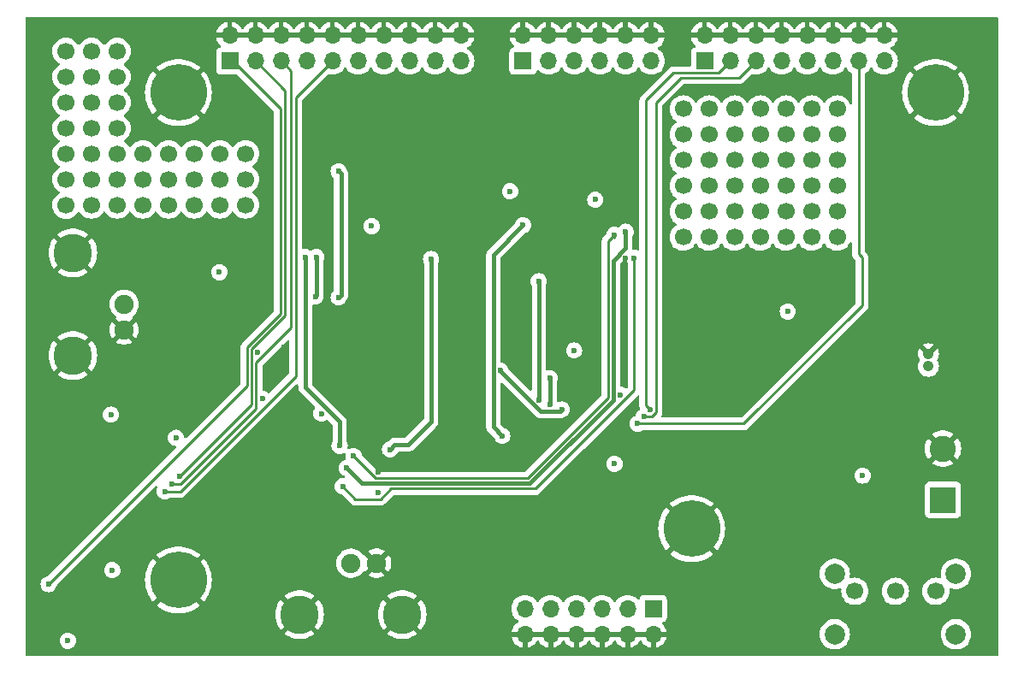
<source format=gbr>
%TF.GenerationSoftware,KiCad,Pcbnew,8.0.8*%
%TF.CreationDate,2025-07-15T12:33:29-07:00*%
%TF.ProjectId,complete_SR1,636f6d70-6c65-4746-955f-5352312e6b69,rev?*%
%TF.SameCoordinates,Original*%
%TF.FileFunction,Copper,L4,Bot*%
%TF.FilePolarity,Positive*%
%FSLAX46Y46*%
G04 Gerber Fmt 4.6, Leading zero omitted, Abs format (unit mm)*
G04 Created by KiCad (PCBNEW 8.0.8) date 2025-07-15 12:33:29*
%MOMM*%
%LPD*%
G01*
G04 APERTURE LIST*
%TA.AperFunction,ComponentPad*%
%ADD10C,1.700000*%
%TD*%
%TA.AperFunction,ComponentPad*%
%ADD11C,1.066800*%
%TD*%
%TA.AperFunction,ComponentPad*%
%ADD12C,5.600000*%
%TD*%
%TA.AperFunction,ComponentPad*%
%ADD13C,2.000000*%
%TD*%
%TA.AperFunction,ComponentPad*%
%ADD14R,1.700000X1.700000*%
%TD*%
%TA.AperFunction,ComponentPad*%
%ADD15O,1.700000X1.700000*%
%TD*%
%TA.AperFunction,ComponentPad*%
%ADD16R,2.600000X2.600000*%
%TD*%
%TA.AperFunction,ComponentPad*%
%ADD17C,2.600000*%
%TD*%
%TA.AperFunction,ComponentPad*%
%ADD18C,1.905000*%
%TD*%
%TA.AperFunction,ComponentPad*%
%ADD19C,3.810000*%
%TD*%
%TA.AperFunction,ViaPad*%
%ADD20C,0.600000*%
%TD*%
%TA.AperFunction,Conductor*%
%ADD21C,0.254000*%
%TD*%
%TA.AperFunction,Conductor*%
%ADD22C,0.381000*%
%TD*%
G04 APERTURE END LIST*
D10*
%TO.P,REF\u002A\u002A554,*%
%TO.N,*%
X21200000Y-15520000D03*
%TD*%
%TO.P,REF\u002A\u002A554,*%
%TO.N,*%
X21200000Y-18060000D03*
%TD*%
%TO.P,REF\u002A\u002A554,*%
%TO.N,*%
X21200000Y-23140000D03*
%TD*%
%TO.P,REF\u002A\u002A554,*%
%TO.N,*%
X21200000Y-20600000D03*
%TD*%
%TO.P,REF\u002A\u002A554,*%
%TO.N,*%
X18660000Y-15520000D03*
%TD*%
%TO.P,REF\u002A\u002A554,*%
%TO.N,*%
X18660000Y-18060000D03*
%TD*%
%TO.P,REF\u002A\u002A554,*%
%TO.N,*%
X18660000Y-23140000D03*
%TD*%
%TO.P,REF\u002A\u002A554,*%
%TO.N,*%
X18660000Y-20600000D03*
%TD*%
%TO.P,REF\u002A\u002A554,*%
%TO.N,*%
X16120000Y-23140000D03*
%TD*%
%TO.P,REF\u002A\u002A554,*%
%TO.N,*%
X16120000Y-25680000D03*
%TD*%
%TO.P,REF\u002A\u002A554,*%
%TO.N,*%
X16120000Y-15520000D03*
%TD*%
%TO.P,REF\u002A\u002A554,*%
%TO.N,*%
X16120000Y-30760000D03*
%TD*%
%TO.P,REF\u002A\u002A554,*%
%TO.N,*%
X16120000Y-28220000D03*
%TD*%
%TO.P,REF\u002A\u002A554,*%
%TO.N,*%
X16120000Y-20600000D03*
%TD*%
%TO.P,REF\u002A\u002A554,*%
%TO.N,*%
X16120000Y-18060000D03*
%TD*%
%TO.P,REF\u002A\u002A554,*%
%TO.N,*%
X26270000Y-30750000D03*
%TD*%
%TO.P,REF\u002A\u002A554,*%
%TO.N,*%
X23730000Y-30750000D03*
%TD*%
%TO.P,REF\u002A\u002A554,*%
%TO.N,*%
X33890000Y-30750000D03*
%TD*%
%TO.P,REF\u002A\u002A554,*%
%TO.N,*%
X18650000Y-30750000D03*
%TD*%
%TO.P,REF\u002A\u002A554,*%
%TO.N,*%
X21190000Y-30750000D03*
%TD*%
%TO.P,REF\u002A\u002A554,*%
%TO.N,*%
X28810000Y-30750000D03*
%TD*%
%TO.P,REF\u002A\u002A554,*%
%TO.N,*%
X31350000Y-30750000D03*
%TD*%
%TO.P,REF\u002A\u002A554,*%
%TO.N,*%
X21190000Y-28210000D03*
%TD*%
%TO.P,REF\u002A\u002A554,*%
%TO.N,*%
X26270000Y-28210000D03*
%TD*%
%TO.P,REF\u002A\u002A554,*%
%TO.N,*%
X23730000Y-28210000D03*
%TD*%
%TO.P,REF\u002A\u002A554,*%
%TO.N,*%
X28810000Y-28210000D03*
%TD*%
%TO.P,REF\u002A\u002A554,*%
%TO.N,*%
X33890000Y-28210000D03*
%TD*%
%TO.P,REF\u002A\u002A554,*%
%TO.N,*%
X18650000Y-28210000D03*
%TD*%
%TO.P,REF\u002A\u002A554,*%
%TO.N,*%
X31350000Y-28210000D03*
%TD*%
%TO.P,REF\u002A\u002A554,*%
%TO.N,*%
X21190000Y-25670000D03*
%TD*%
%TO.P,REF\u002A\u002A554,*%
%TO.N,*%
X31350000Y-25670000D03*
%TD*%
%TO.P,REF\u002A\u002A554,*%
%TO.N,*%
X26270000Y-25670000D03*
%TD*%
%TO.P,REF\u002A\u002A554,*%
%TO.N,*%
X18650000Y-25670000D03*
%TD*%
%TO.P,REF\u002A\u002A554,*%
%TO.N,*%
X23730000Y-25670000D03*
%TD*%
%TO.P,REF\u002A\u002A554,*%
%TO.N,*%
X28810000Y-25670000D03*
%TD*%
%TO.P,REF\u002A\u002A554,*%
%TO.N,*%
X33890000Y-25670000D03*
%TD*%
%TO.P,REF\u002A\u002A554,*%
%TO.N,*%
X79740000Y-33940000D03*
%TD*%
%TO.P,REF\u002A\u002A554,*%
%TO.N,*%
X89900000Y-33940000D03*
%TD*%
%TO.P,REF\u002A\u002A554,*%
%TO.N,*%
X84820000Y-33940000D03*
%TD*%
%TO.P,REF\u002A\u002A554,*%
%TO.N,*%
X77200000Y-33940000D03*
%TD*%
%TO.P,REF\u002A\u002A554,*%
%TO.N,*%
X82280000Y-33940000D03*
%TD*%
%TO.P,REF\u002A\u002A554,*%
%TO.N,*%
X87360000Y-33940000D03*
%TD*%
%TO.P,REF\u002A\u002A554,*%
%TO.N,*%
X92440000Y-33940000D03*
%TD*%
%TO.P,REF\u002A\u002A554,*%
%TO.N,*%
X84820000Y-31400000D03*
%TD*%
%TO.P,REF\u002A\u002A554,*%
%TO.N,*%
X79740000Y-31400000D03*
%TD*%
%TO.P,REF\u002A\u002A554,*%
%TO.N,*%
X87360000Y-31400000D03*
%TD*%
%TO.P,REF\u002A\u002A554,*%
%TO.N,*%
X89900000Y-31400000D03*
%TD*%
%TO.P,REF\u002A\u002A554,*%
%TO.N,*%
X82280000Y-31400000D03*
%TD*%
%TO.P,REF\u002A\u002A554,*%
%TO.N,*%
X77200000Y-31400000D03*
%TD*%
%TO.P,REF\u002A\u002A554,*%
%TO.N,*%
X92440000Y-31400000D03*
%TD*%
%TO.P,REF\u002A\u002A554,*%
%TO.N,*%
X84820000Y-28860000D03*
%TD*%
%TO.P,REF\u002A\u002A554,*%
%TO.N,*%
X89900000Y-28860000D03*
%TD*%
%TO.P,REF\u002A\u002A554,*%
%TO.N,*%
X79740000Y-28860000D03*
%TD*%
%TO.P,REF\u002A\u002A554,*%
%TO.N,*%
X77200000Y-28860000D03*
%TD*%
%TO.P,REF\u002A\u002A554,*%
%TO.N,*%
X92440000Y-28860000D03*
%TD*%
%TO.P,REF\u002A\u002A554,*%
%TO.N,*%
X87360000Y-28860000D03*
%TD*%
%TO.P,REF\u002A\u002A554,*%
%TO.N,*%
X82280000Y-28860000D03*
%TD*%
%TO.P,REF\u002A\u002A554,*%
%TO.N,*%
X89900000Y-26320000D03*
%TD*%
%TO.P,REF\u002A\u002A554,*%
%TO.N,*%
X79740000Y-26320000D03*
%TD*%
%TO.P,REF\u002A\u002A554,*%
%TO.N,*%
X84820000Y-26320000D03*
%TD*%
%TO.P,REF\u002A\u002A554,*%
%TO.N,*%
X92440000Y-26320000D03*
%TD*%
%TO.P,REF\u002A\u002A554,*%
%TO.N,*%
X87360000Y-26320000D03*
%TD*%
%TO.P,REF\u002A\u002A554,*%
%TO.N,*%
X82280000Y-26320000D03*
%TD*%
%TO.P,REF\u002A\u002A554,*%
%TO.N,*%
X77200000Y-26320000D03*
%TD*%
%TO.P,REF\u002A\u002A554,*%
%TO.N,*%
X92440000Y-23780000D03*
%TD*%
%TO.P,REF\u002A\u002A554,*%
%TO.N,*%
X89900000Y-23780000D03*
%TD*%
%TO.P,REF\u002A\u002A554,*%
%TO.N,*%
X79740000Y-23780000D03*
%TD*%
%TO.P,REF\u002A\u002A554,*%
%TO.N,*%
X84820000Y-23780000D03*
%TD*%
%TO.P,REF\u002A\u002A554,*%
%TO.N,*%
X87360000Y-23780000D03*
%TD*%
%TO.P,REF\u002A\u002A554,*%
%TO.N,*%
X82280000Y-23780000D03*
%TD*%
%TO.P,REF\u002A\u002A554,*%
%TO.N,*%
X77200000Y-23780000D03*
%TD*%
%TO.P,REF\u002A\u002A554,*%
%TO.N,*%
X92440000Y-21240000D03*
%TD*%
%TO.P,REF\u002A\u002A554,*%
%TO.N,*%
X89900000Y-21240000D03*
%TD*%
%TO.P,REF\u002A\u002A554,*%
%TO.N,*%
X87360000Y-21240000D03*
%TD*%
%TO.P,REF\u002A\u002A554,*%
%TO.N,*%
X84820000Y-21240000D03*
%TD*%
%TO.P,REF\u002A\u002A554,*%
%TO.N,*%
X82280000Y-21240000D03*
%TD*%
%TO.P,REF\u002A\u002A554,*%
%TO.N,*%
X79740000Y-21240000D03*
%TD*%
%TO.P,REF\u002A\u002A554,*%
%TO.N,*%
X77200000Y-21240000D03*
%TD*%
D11*
%TO.P,J3,2,Pin_2*%
%TO.N,GND*%
X101474000Y-45470100D03*
%TO.P,J3,1,Pin_1*%
%TO.N,/3V7B*%
X101474000Y-46720100D03*
%TD*%
D12*
%TO.P,H4,1,1*%
%TO.N,GND*%
X78040000Y-62800000D03*
%TD*%
%TO.P,H3,1,1*%
%TO.N,GND*%
X102170000Y-19620000D03*
%TD*%
%TO.P,H2,1,1*%
%TO.N,GND*%
X27240000Y-19620000D03*
%TD*%
%TO.P,H1,1,1*%
%TO.N,GND*%
X27240000Y-67880000D03*
%TD*%
D13*
%TO.P,SW1,*%
%TO.N,*%
X92200000Y-67250000D03*
X92200000Y-73250000D03*
X104200000Y-67250000D03*
X104200000Y-73250000D03*
D10*
%TO.P,SW1,1,C*%
%TO.N,/3V7P*%
X94200000Y-69000000D03*
%TO.P,SW1,2,B*%
%TO.N,/3V7*%
X98200000Y-69000000D03*
%TO.P,SW1,3,A*%
%TO.N,/3V7B*%
X102200000Y-69000000D03*
%TD*%
D14*
%TO.P,J8,1,Pin_1*%
%TO.N,unconnected-(J8-Pin_1-Pad1)*%
X79310000Y-16500000D03*
D15*
%TO.P,J8,2,Pin_2*%
%TO.N,GND*%
X79310000Y-13960000D03*
%TO.P,J8,3,Pin_3*%
%TO.N,/DAC_DIN*%
X81850000Y-16500000D03*
%TO.P,J8,4,Pin_4*%
%TO.N,GND*%
X81850000Y-13960000D03*
%TO.P,J8,5,Pin_5*%
%TO.N,/DAC_SCLK*%
X84390000Y-16500000D03*
%TO.P,J8,6,Pin_6*%
%TO.N,GND*%
X84390000Y-13960000D03*
%TO.P,J8,7,Pin_7*%
%TO.N,unconnected-(J8-Pin_7-Pad7)*%
X86930000Y-16500000D03*
%TO.P,J8,8,Pin_8*%
%TO.N,GND*%
X86930000Y-13960000D03*
%TO.P,J8,9,Pin_9*%
%TO.N,unconnected-(J8-Pin_9-Pad9)*%
X89470000Y-16500000D03*
%TO.P,J8,10,Pin_10*%
%TO.N,GND*%
X89470000Y-13960000D03*
%TO.P,J8,11,Pin_11*%
%TO.N,unconnected-(J8-Pin_11-Pad11)*%
X92010000Y-16500000D03*
%TO.P,J8,12,Pin_12*%
%TO.N,GND*%
X92010000Y-13960000D03*
%TO.P,J8,13,Pin_13*%
%TO.N,/DAC_SYNC*%
X94550000Y-16500000D03*
%TO.P,J8,14,Pin_14*%
%TO.N,GND*%
X94550000Y-13960000D03*
%TO.P,J8,15,Pin_15*%
%TO.N,/PWR_EN*%
X97090000Y-16500000D03*
%TO.P,J8,16,Pin_16*%
%TO.N,GND*%
X97090000Y-13960000D03*
%TD*%
D16*
%TO.P,J2,1,Pin_1*%
%TO.N,/3V7P*%
X102905000Y-59945000D03*
D17*
%TO.P,J2,2,Pin_2*%
%TO.N,GND*%
X102905000Y-54865000D03*
%TD*%
D14*
%TO.P,J9,1,Pin_1*%
%TO.N,/AIN0*%
X74240000Y-70700000D03*
D15*
%TO.P,J9,2,Pin_2*%
%TO.N,GND*%
X74240000Y-73240000D03*
%TO.P,J9,3,Pin_3*%
%TO.N,/V_VG{slash}AIN1*%
X71700000Y-70700000D03*
%TO.P,J9,4,Pin_4*%
%TO.N,GND*%
X71700000Y-73240000D03*
%TO.P,J9,5,Pin_5*%
%TO.N,/V_INN{slash}AIN2*%
X69160000Y-70700000D03*
%TO.P,J9,6,Pin_6*%
%TO.N,GND*%
X69160000Y-73240000D03*
%TO.P,J9,7,Pin_7*%
%TO.N,/V_REF{slash}AIN3*%
X66620000Y-70700000D03*
%TO.P,J9,8,Pin_8*%
%TO.N,GND*%
X66620000Y-73240000D03*
%TO.P,J9,9,Pin_9*%
%TO.N,/V_FS{slash}AIN4*%
X64080000Y-70700000D03*
%TO.P,J9,10,Pin_10*%
%TO.N,GND*%
X64080000Y-73240000D03*
%TO.P,J9,11,Pin_11*%
%TO.N,/EXC{slash}AIN5*%
X61540000Y-70700000D03*
%TO.P,J9,12,Pin_12*%
%TO.N,GND*%
X61540000Y-73240000D03*
%TD*%
D14*
%TO.P,J7,1,Pin_1*%
%TO.N,/SINE_MODE*%
X61350000Y-16500000D03*
D15*
%TO.P,J7,2,Pin_2*%
%TO.N,GND*%
X61350000Y-13960000D03*
%TO.P,J7,3,Pin_3*%
%TO.N,/RHEO_SYNC_100*%
X63890000Y-16500000D03*
%TO.P,J7,4,Pin_4*%
%TO.N,GND*%
X63890000Y-13960000D03*
%TO.P,J7,5,Pin_5*%
%TO.N,/RHEO_SCLK*%
X66430000Y-16500000D03*
%TO.P,J7,6,Pin_6*%
%TO.N,GND*%
X66430000Y-13960000D03*
%TO.P,J7,7,Pin_7*%
%TO.N,/RHEO_DIN*%
X68970000Y-16500000D03*
%TO.P,J7,8,Pin_8*%
%TO.N,GND*%
X68970000Y-13960000D03*
%TO.P,J7,9,Pin_9*%
%TO.N,/RHEO_SDO*%
X71510000Y-16500000D03*
%TO.P,J7,10,Pin_10*%
%TO.N,GND*%
X71510000Y-13960000D03*
%TO.P,J7,11,Pin_11*%
%TO.N,/INAMP_SHDN*%
X74050000Y-16500000D03*
%TO.P,J7,12,Pin_12*%
%TO.N,GND*%
X74050000Y-13960000D03*
%TD*%
D14*
%TO.P,J6,1,Pin_1*%
%TO.N,/OSC_OE*%
X32320000Y-16500000D03*
D15*
%TO.P,J6,2,Pin_2*%
%TO.N,GND*%
X32320000Y-13960000D03*
%TO.P,J6,3,Pin_3*%
%TO.N,/DDS_FSYNC*%
X34860000Y-16500000D03*
%TO.P,J6,4,Pin_4*%
%TO.N,GND*%
X34860000Y-13960000D03*
%TO.P,J6,5,Pin_5*%
%TO.N,/DDS_SCLK*%
X37400000Y-16500000D03*
%TO.P,J6,6,Pin_6*%
%TO.N,GND*%
X37400000Y-13960000D03*
%TO.P,J6,7,Pin_7*%
%TO.N,unconnected-(J6-Pin_7-Pad7)*%
X39940000Y-16500000D03*
%TO.P,J6,8,Pin_8*%
%TO.N,GND*%
X39940000Y-13960000D03*
%TO.P,J6,9,Pin_9*%
%TO.N,/DDS_SDATA*%
X42480000Y-16500000D03*
%TO.P,J6,10,Pin_10*%
%TO.N,GND*%
X42480000Y-13960000D03*
%TO.P,J6,11,Pin_11*%
%TO.N,/RHEO_SYNC_20*%
X45020000Y-16500000D03*
%TO.P,J6,12,Pin_12*%
%TO.N,GND*%
X45020000Y-13960000D03*
%TO.P,J6,13,Pin_13*%
%TO.N,/MUX_EN*%
X47560000Y-16500000D03*
%TO.P,J6,14,Pin_14*%
%TO.N,GND*%
X47560000Y-13960000D03*
%TO.P,J6,15,Pin_15*%
%TO.N,/MUX0*%
X50100000Y-16500000D03*
%TO.P,J6,16,Pin_16*%
%TO.N,GND*%
X50100000Y-13960000D03*
%TO.P,J6,17,Pin_17*%
%TO.N,/MUX1*%
X52640000Y-16500000D03*
%TO.P,J6,18,Pin_18*%
%TO.N,GND*%
X52640000Y-13960000D03*
%TO.P,J6,19,Pin_19*%
%TO.N,/MUX2*%
X55180000Y-16500000D03*
%TO.P,J6,20,Pin_20*%
%TO.N,GND*%
X55180000Y-13960000D03*
%TD*%
D18*
%TO.P,J5,1,In*%
%TO.N,/EXC{slash}AIN5*%
X44320000Y-66220000D03*
D19*
%TO.P,J5,2,Ext*%
%TO.N,GND*%
X49400000Y-71300000D03*
D18*
X46860000Y-66220000D03*
D19*
X39240000Y-71300000D03*
%TD*%
%TO.P,J1,2,Ext*%
%TO.N,GND*%
X16800000Y-35500000D03*
D18*
X21880000Y-43120000D03*
D19*
X16800000Y-45660000D03*
D18*
%TO.P,J1,1,In*%
%TO.N,/DATA_IN*%
X21880000Y-40580000D03*
%TD*%
D20*
%TO.N,GND*%
X75852500Y-43267500D03*
X20640000Y-72230000D03*
X59740000Y-40490000D03*
X30060000Y-49010000D03*
X96700000Y-28940000D03*
%TO.N,/3V3*%
X70400000Y-56380000D03*
%TO.N,GND*%
X68650000Y-43440000D03*
%TO.N,/3V3*%
X66410000Y-45150000D03*
%TO.N,GND*%
X64110000Y-44990000D03*
X50380000Y-38420000D03*
%TO.N,/3V3*%
X46370000Y-32840000D03*
X68500000Y-30220000D03*
%TO.N,GND*%
X52150000Y-27730000D03*
X48520000Y-27720000D03*
X45900000Y-27650000D03*
X40840000Y-26270000D03*
X55620000Y-27880000D03*
X63600000Y-27460000D03*
%TO.N,/3V3*%
X60070000Y-29400000D03*
%TO.N,GND*%
X61560000Y-34590000D03*
%TO.N,/EXC{slash}AIN5*%
X48190000Y-54950000D03*
X52240000Y-36100000D03*
%TO.N,GND*%
X41860000Y-35200000D03*
X43480000Y-44930000D03*
X16300000Y-62950000D03*
%TO.N,/OSC_OE*%
X14400000Y-68300000D03*
%TO.N,/DDS_FSYNC*%
X27400000Y-57600000D03*
%TO.N,/DDS_SCLK*%
X26600000Y-58400000D03*
%TO.N,/DDS_SDATA*%
X25900000Y-59100000D03*
%TO.N,/DAC_SYNC*%
X72700000Y-52400000D03*
%TO.N,/DAC_SCLK*%
X73300000Y-51700000D03*
%TO.N,/DAC_DIN*%
X73900000Y-51000000D03*
%TO.N,/RHEO_SDO*%
X43500000Y-58600000D03*
%TO.N,/RHEO_DIN*%
X43900000Y-56800000D03*
%TO.N,/RHEO_SDO*%
X72360000Y-36000000D03*
%TO.N,/RHEO_DIN*%
X71500000Y-33400000D03*
%TO.N,/RHEO_SCLK*%
X44581000Y-55600000D03*
X70400000Y-33700000D03*
%TO.N,/SINE_MODE*%
X59300000Y-53600000D03*
X61350000Y-32750000D03*
%TO.N,/RHEO_SYNC_20*%
X43200000Y-54600000D03*
X39800000Y-35900000D03*
%TO.N,GND*%
X45200000Y-46800000D03*
X54980000Y-30017500D03*
%TO.N,/MUX0*%
X40900000Y-35900000D03*
%TO.N,/MUX_EN*%
X43100000Y-27400000D03*
X43100000Y-39900000D03*
%TO.N,/MUX0*%
X40800000Y-39800000D03*
%TO.N,/V_VG{slash}AIN1*%
X59100000Y-47125000D03*
X65200000Y-51000000D03*
%TO.N,/V_INN{slash}AIN2*%
X64000000Y-47900000D03*
X64000000Y-50500000D03*
%TO.N,GND*%
X56300000Y-53100000D03*
X56100000Y-50500000D03*
%TO.N,/3V3*%
X70962500Y-49537500D03*
%TO.N,GND*%
X71262500Y-47462500D03*
%TO.N,/V_REF{slash}AIN3*%
X62900000Y-38300000D03*
X62959324Y-50059324D03*
%TO.N,GND*%
X95062500Y-62437500D03*
X86200000Y-61700000D03*
X99300000Y-38500000D03*
X97200000Y-41200000D03*
X97300000Y-37300000D03*
%TO.N,/3V3*%
X87550000Y-41300000D03*
%TO.N,GND*%
X91777500Y-45622500D03*
X91835000Y-52335000D03*
X86437500Y-51662500D03*
%TO.N,/3V3*%
X94962500Y-57537500D03*
%TO.N,GND*%
X71500000Y-36000000D03*
X47037500Y-57162500D03*
%TO.N,/3V3*%
X47000000Y-59237500D03*
%TO.N,GND*%
X56875000Y-56675000D03*
X27762500Y-41337500D03*
%TO.N,/3V3*%
X31300000Y-37400000D03*
%TO.N,GND*%
X35100000Y-45300000D03*
X37700000Y-44800000D03*
%TO.N,/3V3*%
X41400000Y-51400000D03*
X35562500Y-49937500D03*
%TO.N,GND*%
X38800000Y-51600000D03*
X32100000Y-59000000D03*
X24900000Y-49800000D03*
%TO.N,/3V3*%
X27000000Y-53800000D03*
%TO.N,GND*%
X16552500Y-51647500D03*
%TO.N,/3V3*%
X20562500Y-51500000D03*
%TO.N,GND*%
X22426250Y-56726250D03*
X14450000Y-66350000D03*
%TO.N,/3V3*%
X20700000Y-66900000D03*
X16300000Y-73900000D03*
%TD*%
D21*
%TO.N,/DAC_SYNC*%
X94550000Y-16500000D02*
X94550000Y-35590000D01*
X94550000Y-35590000D02*
X94900000Y-35940000D01*
X94900000Y-35940000D02*
X94900000Y-40700000D01*
D22*
%TO.N,/MUX_EN*%
X43340000Y-27640000D02*
X43110000Y-27410000D01*
X43340000Y-39660000D02*
X43340000Y-27640000D01*
X43100000Y-39900000D02*
X43340000Y-39660000D01*
%TO.N,/EXC{slash}AIN5*%
X48190000Y-54950000D02*
X48180000Y-54960000D01*
X49948500Y-54501500D02*
X48638500Y-54501500D01*
X52240000Y-52210000D02*
X49948500Y-54501500D01*
X52240000Y-36100000D02*
X52240000Y-52210000D01*
X48638500Y-54501500D02*
X48190000Y-54950000D01*
D21*
%TO.N,/RHEO_SCLK*%
X46783500Y-57802500D02*
X44581000Y-55600000D01*
X61810788Y-57802500D02*
X46783500Y-57802500D01*
X69754500Y-49858788D02*
X61810788Y-57802500D01*
X70400000Y-33700000D02*
X69754500Y-34345500D01*
X69754500Y-34345500D02*
X69754500Y-49858788D01*
D22*
%TO.N,/RHEO_DIN*%
X45420000Y-58320000D02*
X43900000Y-56800000D01*
X70272000Y-36251485D02*
X70272000Y-50073144D01*
X62025144Y-58320000D02*
X45420000Y-58320000D01*
X71500000Y-35023485D02*
X70272000Y-36251485D01*
X70272000Y-50073144D02*
X62025144Y-58320000D01*
X71500000Y-33400000D02*
X71500000Y-35023485D01*
D21*
%TO.N,/RHEO_SCLK*%
X70400000Y-34027371D02*
X70400000Y-33700000D01*
D22*
%TO.N,/RHEO_DIN*%
X43890500Y-56790500D02*
X43900000Y-56800000D01*
D21*
%TO.N,/OSC_OE*%
X34019000Y-48681000D02*
X14400000Y-68300000D01*
X34019000Y-44852235D02*
X34019000Y-48681000D01*
X37346000Y-41525235D02*
X34019000Y-44852235D01*
X32600000Y-16500000D02*
X37346000Y-21246000D01*
X37346000Y-21246000D02*
X37346000Y-41525235D01*
X32320000Y-16500000D02*
X32600000Y-16500000D01*
%TO.N,/DDS_SDATA*%
X27428765Y-59100000D02*
X38854000Y-47674765D01*
X38854000Y-20126000D02*
X42480000Y-16500000D01*
X25900000Y-59100000D02*
X27428765Y-59100000D01*
X38854000Y-47674765D02*
X38854000Y-20126000D01*
%TO.N,/DDS_FSYNC*%
X37800000Y-41713288D02*
X37800000Y-19440000D01*
X34473000Y-45040288D02*
X37800000Y-41713288D01*
X37800000Y-19440000D02*
X34860000Y-16500000D01*
X34473000Y-50510000D02*
X34473000Y-45040288D01*
X34481500Y-50518500D02*
X34473000Y-50510000D01*
X27400000Y-57600000D02*
X34481500Y-50518500D01*
%TO.N,/DDS_SCLK*%
X34935500Y-50951212D02*
X34935500Y-46364500D01*
X34935500Y-46364500D02*
X38400000Y-42900000D01*
X38400000Y-17500000D02*
X37400000Y-16500000D01*
X27486712Y-58400000D02*
X34935500Y-50951212D01*
X38400000Y-42900000D02*
X38400000Y-17500000D01*
X26600000Y-58400000D02*
X27486712Y-58400000D01*
%TO.N,/OSC_OE*%
X14400000Y-68300000D02*
X14400000Y-68400000D01*
%TO.N,/DAC_SCLK*%
X82759000Y-18131000D02*
X84390000Y-16500000D01*
X74527000Y-20573000D02*
X76969000Y-18131000D01*
X74527000Y-51259712D02*
X74527000Y-20573000D01*
X74086712Y-51700000D02*
X74527000Y-51259712D01*
X76969000Y-18131000D02*
X82759000Y-18131000D01*
X73300000Y-51700000D02*
X74086712Y-51700000D01*
%TO.N,/DAC_DIN*%
X80673000Y-17677000D02*
X81850000Y-16500000D01*
X73500000Y-20400000D02*
X76223000Y-17677000D01*
X73500000Y-50600000D02*
X73500000Y-20400000D01*
X73900000Y-51000000D02*
X73500000Y-50600000D01*
X76223000Y-17677000D02*
X80673000Y-17677000D01*
%TO.N,/DAC_SYNC*%
X94900000Y-16850000D02*
X94550000Y-16500000D01*
X83200000Y-52400000D02*
X94900000Y-40700000D01*
X72700000Y-52400000D02*
X83200000Y-52400000D01*
D22*
%TO.N,/SINE_MODE*%
X58409500Y-52709500D02*
X59300000Y-53600000D01*
X58409500Y-35690500D02*
X58409500Y-52709500D01*
X61350000Y-32750000D02*
X58409500Y-35690500D01*
%TO.N,/RHEO_SYNC_20*%
X43200000Y-52223485D02*
X43200000Y-54600000D01*
X39800000Y-48823485D02*
X43200000Y-52223485D01*
X39800000Y-35900000D02*
X39800000Y-48823485D01*
%TO.N,/MUX0*%
X40900000Y-35900000D02*
X40900000Y-39700000D01*
X40900000Y-39700000D02*
X40800000Y-39800000D01*
%TO.N,/V_REF{slash}AIN3*%
X62959324Y-50059324D02*
X62900000Y-50000000D01*
X62900000Y-50000000D02*
X62900000Y-38300000D01*
%TO.N,/V_VG{slash}AIN1*%
X59100000Y-47176515D02*
X63113985Y-51190500D01*
X59100000Y-47125000D02*
X59100000Y-47176515D01*
X63113985Y-51190500D02*
X65009500Y-51190500D01*
X65009500Y-51190500D02*
X65200000Y-51000000D01*
%TO.N,/V_INN{slash}AIN2*%
X64000000Y-50500000D02*
X64000000Y-47900000D01*
D21*
%TO.N,/RHEO_SDO*%
X44764500Y-59864500D02*
X43500000Y-58600000D01*
X62549211Y-58837501D02*
X48286711Y-58837501D01*
X48286711Y-58837501D02*
X47259712Y-59864500D01*
X47259712Y-59864500D02*
X44764500Y-59864500D01*
X72360000Y-49026712D02*
X62549211Y-58837501D01*
X72360000Y-36000000D02*
X72360000Y-49026712D01*
%TD*%
%TA.AperFunction,Conductor*%
%TO.N,GND*%
G36*
X63614075Y-73047007D02*
G01*
X63580000Y-73174174D01*
X63580000Y-73305826D01*
X63614075Y-73432993D01*
X63646988Y-73490000D01*
X61973012Y-73490000D01*
X62005925Y-73432993D01*
X62040000Y-73305826D01*
X62040000Y-73174174D01*
X62005925Y-73047007D01*
X61973012Y-72990000D01*
X63646988Y-72990000D01*
X63614075Y-73047007D01*
G37*
%TD.AperFunction*%
%TA.AperFunction,Conductor*%
G36*
X66154075Y-73047007D02*
G01*
X66120000Y-73174174D01*
X66120000Y-73305826D01*
X66154075Y-73432993D01*
X66186988Y-73490000D01*
X64513012Y-73490000D01*
X64545925Y-73432993D01*
X64580000Y-73305826D01*
X64580000Y-73174174D01*
X64545925Y-73047007D01*
X64513012Y-72990000D01*
X66186988Y-72990000D01*
X66154075Y-73047007D01*
G37*
%TD.AperFunction*%
%TA.AperFunction,Conductor*%
G36*
X68694075Y-73047007D02*
G01*
X68660000Y-73174174D01*
X68660000Y-73305826D01*
X68694075Y-73432993D01*
X68726988Y-73490000D01*
X67053012Y-73490000D01*
X67085925Y-73432993D01*
X67120000Y-73305826D01*
X67120000Y-73174174D01*
X67085925Y-73047007D01*
X67053012Y-72990000D01*
X68726988Y-72990000D01*
X68694075Y-73047007D01*
G37*
%TD.AperFunction*%
%TA.AperFunction,Conductor*%
G36*
X71234075Y-73047007D02*
G01*
X71200000Y-73174174D01*
X71200000Y-73305826D01*
X71234075Y-73432993D01*
X71266988Y-73490000D01*
X69593012Y-73490000D01*
X69625925Y-73432993D01*
X69660000Y-73305826D01*
X69660000Y-73174174D01*
X69625925Y-73047007D01*
X69593012Y-72990000D01*
X71266988Y-72990000D01*
X71234075Y-73047007D01*
G37*
%TD.AperFunction*%
%TA.AperFunction,Conductor*%
G36*
X73774075Y-73047007D02*
G01*
X73740000Y-73174174D01*
X73740000Y-73305826D01*
X73774075Y-73432993D01*
X73806988Y-73490000D01*
X72133012Y-73490000D01*
X72165925Y-73432993D01*
X72200000Y-73305826D01*
X72200000Y-73174174D01*
X72165925Y-73047007D01*
X72133012Y-72990000D01*
X73806988Y-72990000D01*
X73774075Y-73047007D01*
G37*
%TD.AperFunction*%
%TA.AperFunction,Conductor*%
G36*
X93364855Y-17166546D02*
G01*
X93381575Y-17185842D01*
X93511500Y-17371395D01*
X93511505Y-17371401D01*
X93678599Y-17538495D01*
X93869624Y-17672252D01*
X93913248Y-17726828D01*
X93922500Y-17773826D01*
X93922500Y-20664347D01*
X93902815Y-20731386D01*
X93850011Y-20777141D01*
X93780853Y-20787085D01*
X93717297Y-20758060D01*
X93686118Y-20716752D01*
X93614035Y-20562171D01*
X93614034Y-20562169D01*
X93478494Y-20368597D01*
X93311402Y-20201506D01*
X93311395Y-20201501D01*
X93117834Y-20065967D01*
X93117830Y-20065965D01*
X93117828Y-20065964D01*
X92903663Y-19966097D01*
X92903659Y-19966096D01*
X92903655Y-19966094D01*
X92675413Y-19904938D01*
X92675403Y-19904936D01*
X92440001Y-19884341D01*
X92439999Y-19884341D01*
X92204596Y-19904936D01*
X92204586Y-19904938D01*
X91976344Y-19966094D01*
X91976335Y-19966098D01*
X91762171Y-20065964D01*
X91762169Y-20065965D01*
X91568597Y-20201505D01*
X91401505Y-20368597D01*
X91271575Y-20554158D01*
X91216998Y-20597783D01*
X91147500Y-20604977D01*
X91085145Y-20573454D01*
X91068425Y-20554158D01*
X90938494Y-20368597D01*
X90771402Y-20201506D01*
X90771395Y-20201501D01*
X90577834Y-20065967D01*
X90577830Y-20065965D01*
X90577828Y-20065964D01*
X90363663Y-19966097D01*
X90363659Y-19966096D01*
X90363655Y-19966094D01*
X90135413Y-19904938D01*
X90135403Y-19904936D01*
X89900001Y-19884341D01*
X89899999Y-19884341D01*
X89664596Y-19904936D01*
X89664586Y-19904938D01*
X89436344Y-19966094D01*
X89436335Y-19966098D01*
X89222171Y-20065964D01*
X89222169Y-20065965D01*
X89028597Y-20201505D01*
X88861505Y-20368597D01*
X88731575Y-20554158D01*
X88676998Y-20597783D01*
X88607500Y-20604977D01*
X88545145Y-20573454D01*
X88528425Y-20554158D01*
X88398494Y-20368597D01*
X88231402Y-20201506D01*
X88231395Y-20201501D01*
X88037834Y-20065967D01*
X88037830Y-20065965D01*
X88037828Y-20065964D01*
X87823663Y-19966097D01*
X87823659Y-19966096D01*
X87823655Y-19966094D01*
X87595413Y-19904938D01*
X87595403Y-19904936D01*
X87360001Y-19884341D01*
X87359999Y-19884341D01*
X87124596Y-19904936D01*
X87124586Y-19904938D01*
X86896344Y-19966094D01*
X86896335Y-19966098D01*
X86682171Y-20065964D01*
X86682169Y-20065965D01*
X86488597Y-20201505D01*
X86321505Y-20368597D01*
X86191575Y-20554158D01*
X86136998Y-20597783D01*
X86067500Y-20604977D01*
X86005145Y-20573454D01*
X85988425Y-20554158D01*
X85858494Y-20368597D01*
X85691402Y-20201506D01*
X85691395Y-20201501D01*
X85497834Y-20065967D01*
X85497830Y-20065965D01*
X85497828Y-20065964D01*
X85283663Y-19966097D01*
X85283659Y-19966096D01*
X85283655Y-19966094D01*
X85055413Y-19904938D01*
X85055403Y-19904936D01*
X84820001Y-19884341D01*
X84819999Y-19884341D01*
X84584596Y-19904936D01*
X84584586Y-19904938D01*
X84356344Y-19966094D01*
X84356335Y-19966098D01*
X84142171Y-20065964D01*
X84142169Y-20065965D01*
X83948597Y-20201505D01*
X83781505Y-20368597D01*
X83651575Y-20554158D01*
X83596998Y-20597783D01*
X83527500Y-20604977D01*
X83465145Y-20573454D01*
X83448425Y-20554158D01*
X83318494Y-20368597D01*
X83151402Y-20201506D01*
X83151395Y-20201501D01*
X82957834Y-20065967D01*
X82957830Y-20065965D01*
X82957828Y-20065964D01*
X82743663Y-19966097D01*
X82743659Y-19966096D01*
X82743655Y-19966094D01*
X82515413Y-19904938D01*
X82515403Y-19904936D01*
X82280001Y-19884341D01*
X82279999Y-19884341D01*
X82044596Y-19904936D01*
X82044586Y-19904938D01*
X81816344Y-19966094D01*
X81816335Y-19966098D01*
X81602171Y-20065964D01*
X81602169Y-20065965D01*
X81408597Y-20201505D01*
X81241505Y-20368597D01*
X81111575Y-20554158D01*
X81056998Y-20597783D01*
X80987500Y-20604977D01*
X80925145Y-20573454D01*
X80908425Y-20554158D01*
X80778494Y-20368597D01*
X80611402Y-20201506D01*
X80611395Y-20201501D01*
X80417834Y-20065967D01*
X80417830Y-20065965D01*
X80417828Y-20065964D01*
X80203663Y-19966097D01*
X80203659Y-19966096D01*
X80203655Y-19966094D01*
X79975413Y-19904938D01*
X79975403Y-19904936D01*
X79740001Y-19884341D01*
X79739999Y-19884341D01*
X79504596Y-19904936D01*
X79504586Y-19904938D01*
X79276344Y-19966094D01*
X79276335Y-19966098D01*
X79062171Y-20065964D01*
X79062169Y-20065965D01*
X78868597Y-20201505D01*
X78701505Y-20368597D01*
X78571575Y-20554158D01*
X78516998Y-20597783D01*
X78447500Y-20604977D01*
X78385145Y-20573454D01*
X78368425Y-20554158D01*
X78238494Y-20368597D01*
X78071402Y-20201506D01*
X78071395Y-20201501D01*
X77877834Y-20065967D01*
X77877830Y-20065965D01*
X77877828Y-20065964D01*
X77663663Y-19966097D01*
X77663659Y-19966096D01*
X77663655Y-19966094D01*
X77435413Y-19904938D01*
X77435403Y-19904936D01*
X77200001Y-19884341D01*
X77199999Y-19884341D01*
X76964596Y-19904936D01*
X76964586Y-19904938D01*
X76736344Y-19966094D01*
X76736335Y-19966098D01*
X76522171Y-20065964D01*
X76522169Y-20065965D01*
X76328597Y-20201505D01*
X76161505Y-20368597D01*
X76025965Y-20562169D01*
X76025964Y-20562171D01*
X75926098Y-20776335D01*
X75926094Y-20776344D01*
X75864938Y-21004586D01*
X75864936Y-21004596D01*
X75844341Y-21239999D01*
X75844341Y-21240000D01*
X75864936Y-21475403D01*
X75864938Y-21475413D01*
X75926094Y-21703655D01*
X75926096Y-21703659D01*
X75926097Y-21703663D01*
X76006004Y-21875023D01*
X76025965Y-21917830D01*
X76025967Y-21917834D01*
X76134281Y-22072521D01*
X76161501Y-22111396D01*
X76161506Y-22111402D01*
X76328597Y-22278493D01*
X76328603Y-22278498D01*
X76514158Y-22408425D01*
X76557783Y-22463002D01*
X76564977Y-22532500D01*
X76533454Y-22594855D01*
X76514158Y-22611575D01*
X76328597Y-22741505D01*
X76161505Y-22908597D01*
X76025965Y-23102169D01*
X76025964Y-23102171D01*
X75926098Y-23316335D01*
X75926094Y-23316344D01*
X75864938Y-23544586D01*
X75864936Y-23544596D01*
X75844341Y-23779999D01*
X75844341Y-23780000D01*
X75864936Y-24015403D01*
X75864938Y-24015413D01*
X75926094Y-24243655D01*
X75926096Y-24243659D01*
X75926097Y-24243663D01*
X76006004Y-24415023D01*
X76025965Y-24457830D01*
X76025967Y-24457834D01*
X76134281Y-24612521D01*
X76161501Y-24651396D01*
X76161506Y-24651402D01*
X76328597Y-24818493D01*
X76328603Y-24818498D01*
X76514158Y-24948425D01*
X76557783Y-25003002D01*
X76564977Y-25072500D01*
X76533454Y-25134855D01*
X76514158Y-25151575D01*
X76328597Y-25281505D01*
X76161505Y-25448597D01*
X76025965Y-25642169D01*
X76025964Y-25642171D01*
X75926098Y-25856335D01*
X75926094Y-25856344D01*
X75864938Y-26084586D01*
X75864936Y-26084596D01*
X75844341Y-26319999D01*
X75844341Y-26320000D01*
X75864936Y-26555403D01*
X75864938Y-26555413D01*
X75926094Y-26783655D01*
X75926096Y-26783659D01*
X75926097Y-26783663D01*
X76006004Y-26955023D01*
X76025965Y-26997830D01*
X76025967Y-26997834D01*
X76134281Y-27152521D01*
X76161501Y-27191396D01*
X76161506Y-27191402D01*
X76328597Y-27358493D01*
X76328603Y-27358498D01*
X76514158Y-27488425D01*
X76557783Y-27543002D01*
X76564977Y-27612500D01*
X76533454Y-27674855D01*
X76514158Y-27691575D01*
X76328597Y-27821505D01*
X76161505Y-27988597D01*
X76025965Y-28182169D01*
X76025964Y-28182171D01*
X75926098Y-28396335D01*
X75926094Y-28396344D01*
X75864938Y-28624586D01*
X75864936Y-28624596D01*
X75844341Y-28859999D01*
X75844341Y-28860000D01*
X75864936Y-29095403D01*
X75864938Y-29095413D01*
X75926094Y-29323655D01*
X75926096Y-29323659D01*
X75926097Y-29323663D01*
X76005625Y-29494211D01*
X76025965Y-29537830D01*
X76025967Y-29537834D01*
X76134281Y-29692521D01*
X76161501Y-29731396D01*
X76161506Y-29731402D01*
X76328597Y-29898493D01*
X76328603Y-29898498D01*
X76514158Y-30028425D01*
X76557783Y-30083002D01*
X76564977Y-30152500D01*
X76533454Y-30214855D01*
X76514158Y-30231575D01*
X76328597Y-30361505D01*
X76161505Y-30528597D01*
X76025965Y-30722169D01*
X76025964Y-30722171D01*
X75926098Y-30936335D01*
X75926094Y-30936344D01*
X75864938Y-31164586D01*
X75864936Y-31164596D01*
X75844341Y-31399999D01*
X75844341Y-31400000D01*
X75864936Y-31635403D01*
X75864938Y-31635413D01*
X75926094Y-31863655D01*
X75926096Y-31863659D01*
X75926097Y-31863663D01*
X76005482Y-32033905D01*
X76025965Y-32077830D01*
X76025967Y-32077834D01*
X76118640Y-32210184D01*
X76161501Y-32271396D01*
X76161506Y-32271402D01*
X76328597Y-32438493D01*
X76328603Y-32438498D01*
X76514158Y-32568425D01*
X76557783Y-32623002D01*
X76564977Y-32692500D01*
X76533454Y-32754855D01*
X76514158Y-32771575D01*
X76328597Y-32901505D01*
X76161505Y-33068597D01*
X76025965Y-33262169D01*
X76025964Y-33262171D01*
X75926098Y-33476335D01*
X75926094Y-33476344D01*
X75864938Y-33704586D01*
X75864936Y-33704596D01*
X75844341Y-33939999D01*
X75844341Y-33940000D01*
X75864936Y-34175403D01*
X75864938Y-34175413D01*
X75926094Y-34403655D01*
X75926096Y-34403659D01*
X75926097Y-34403663D01*
X76023670Y-34612908D01*
X76025965Y-34617830D01*
X76025967Y-34617834D01*
X76109593Y-34737263D01*
X76161505Y-34811401D01*
X76328599Y-34978495D01*
X76394671Y-35024759D01*
X76522165Y-35114032D01*
X76522167Y-35114033D01*
X76522170Y-35114035D01*
X76736337Y-35213903D01*
X76736343Y-35213904D01*
X76736344Y-35213905D01*
X76791285Y-35228626D01*
X76964592Y-35275063D01*
X77152918Y-35291539D01*
X77199999Y-35295659D01*
X77200000Y-35295659D01*
X77200001Y-35295659D01*
X77239234Y-35292226D01*
X77435408Y-35275063D01*
X77663663Y-35213903D01*
X77877830Y-35114035D01*
X78071401Y-34978495D01*
X78238495Y-34811401D01*
X78368425Y-34625842D01*
X78423002Y-34582217D01*
X78492500Y-34575023D01*
X78554855Y-34606546D01*
X78571575Y-34625842D01*
X78701500Y-34811395D01*
X78701505Y-34811401D01*
X78868599Y-34978495D01*
X78934671Y-35024759D01*
X79062165Y-35114032D01*
X79062167Y-35114033D01*
X79062170Y-35114035D01*
X79276337Y-35213903D01*
X79276343Y-35213904D01*
X79276344Y-35213905D01*
X79331285Y-35228626D01*
X79504592Y-35275063D01*
X79692918Y-35291539D01*
X79739999Y-35295659D01*
X79740000Y-35295659D01*
X79740001Y-35295659D01*
X79779234Y-35292226D01*
X79975408Y-35275063D01*
X80203663Y-35213903D01*
X80417830Y-35114035D01*
X80611401Y-34978495D01*
X80778495Y-34811401D01*
X80908425Y-34625842D01*
X80963002Y-34582217D01*
X81032500Y-34575023D01*
X81094855Y-34606546D01*
X81111575Y-34625842D01*
X81241500Y-34811395D01*
X81241505Y-34811401D01*
X81408599Y-34978495D01*
X81474671Y-35024759D01*
X81602165Y-35114032D01*
X81602167Y-35114033D01*
X81602170Y-35114035D01*
X81816337Y-35213903D01*
X81816343Y-35213904D01*
X81816344Y-35213905D01*
X81871285Y-35228626D01*
X82044592Y-35275063D01*
X82232918Y-35291539D01*
X82279999Y-35295659D01*
X82280000Y-35295659D01*
X82280001Y-35295659D01*
X82319234Y-35292226D01*
X82515408Y-35275063D01*
X82743663Y-35213903D01*
X82957830Y-35114035D01*
X83151401Y-34978495D01*
X83318495Y-34811401D01*
X83448425Y-34625842D01*
X83503002Y-34582217D01*
X83572500Y-34575023D01*
X83634855Y-34606546D01*
X83651575Y-34625842D01*
X83781500Y-34811395D01*
X83781505Y-34811401D01*
X83948599Y-34978495D01*
X84014671Y-35024759D01*
X84142165Y-35114032D01*
X84142167Y-35114033D01*
X84142170Y-35114035D01*
X84356337Y-35213903D01*
X84356343Y-35213904D01*
X84356344Y-35213905D01*
X84411285Y-35228626D01*
X84584592Y-35275063D01*
X84772918Y-35291539D01*
X84819999Y-35295659D01*
X84820000Y-35295659D01*
X84820001Y-35295659D01*
X84859234Y-35292226D01*
X85055408Y-35275063D01*
X85283663Y-35213903D01*
X85497830Y-35114035D01*
X85691401Y-34978495D01*
X85858495Y-34811401D01*
X85988425Y-34625842D01*
X86043002Y-34582217D01*
X86112500Y-34575023D01*
X86174855Y-34606546D01*
X86191575Y-34625842D01*
X86321500Y-34811395D01*
X86321505Y-34811401D01*
X86488599Y-34978495D01*
X86554671Y-35024759D01*
X86682165Y-35114032D01*
X86682167Y-35114033D01*
X86682170Y-35114035D01*
X86896337Y-35213903D01*
X86896343Y-35213904D01*
X86896344Y-35213905D01*
X86951285Y-35228626D01*
X87124592Y-35275063D01*
X87312918Y-35291539D01*
X87359999Y-35295659D01*
X87360000Y-35295659D01*
X87360001Y-35295659D01*
X87399234Y-35292226D01*
X87595408Y-35275063D01*
X87823663Y-35213903D01*
X88037830Y-35114035D01*
X88231401Y-34978495D01*
X88398495Y-34811401D01*
X88528425Y-34625842D01*
X88583002Y-34582217D01*
X88652500Y-34575023D01*
X88714855Y-34606546D01*
X88731575Y-34625842D01*
X88861500Y-34811395D01*
X88861505Y-34811401D01*
X89028599Y-34978495D01*
X89094671Y-35024759D01*
X89222165Y-35114032D01*
X89222167Y-35114033D01*
X89222170Y-35114035D01*
X89436337Y-35213903D01*
X89436343Y-35213904D01*
X89436344Y-35213905D01*
X89491285Y-35228626D01*
X89664592Y-35275063D01*
X89852918Y-35291539D01*
X89899999Y-35295659D01*
X89900000Y-35295659D01*
X89900001Y-35295659D01*
X89939234Y-35292226D01*
X90135408Y-35275063D01*
X90363663Y-35213903D01*
X90577830Y-35114035D01*
X90771401Y-34978495D01*
X90938495Y-34811401D01*
X91068425Y-34625842D01*
X91123002Y-34582217D01*
X91192500Y-34575023D01*
X91254855Y-34606546D01*
X91271575Y-34625842D01*
X91401500Y-34811395D01*
X91401505Y-34811401D01*
X91568599Y-34978495D01*
X91634671Y-35024759D01*
X91762165Y-35114032D01*
X91762167Y-35114033D01*
X91762170Y-35114035D01*
X91976337Y-35213903D01*
X91976343Y-35213904D01*
X91976344Y-35213905D01*
X92031285Y-35228626D01*
X92204592Y-35275063D01*
X92392918Y-35291539D01*
X92439999Y-35295659D01*
X92440000Y-35295659D01*
X92440001Y-35295659D01*
X92479234Y-35292226D01*
X92675408Y-35275063D01*
X92903663Y-35213903D01*
X93117830Y-35114035D01*
X93311401Y-34978495D01*
X93478495Y-34811401D01*
X93614035Y-34617830D01*
X93686118Y-34463245D01*
X93732290Y-34410808D01*
X93799484Y-34391656D01*
X93866365Y-34411872D01*
X93911699Y-34465037D01*
X93922500Y-34515652D01*
X93922500Y-35651807D01*
X93946612Y-35773027D01*
X93946614Y-35773035D01*
X93980062Y-35853785D01*
X93993915Y-35887229D01*
X93993920Y-35887238D01*
X94027970Y-35938197D01*
X94027971Y-35938198D01*
X94062590Y-35990010D01*
X94062591Y-35990011D01*
X94236181Y-36163600D01*
X94269666Y-36224923D01*
X94272500Y-36251281D01*
X94272500Y-40388719D01*
X94252815Y-40455758D01*
X94236181Y-40476400D01*
X82976400Y-51736181D01*
X82915077Y-51769666D01*
X82888719Y-51772500D01*
X75171042Y-51772500D01*
X75104003Y-51752815D01*
X75058248Y-51700011D01*
X75048304Y-51630853D01*
X75067940Y-51579609D01*
X75083079Y-51556951D01*
X75083079Y-51556950D01*
X75083083Y-51556945D01*
X75088740Y-51543289D01*
X75130383Y-51442751D01*
X75130385Y-51442747D01*
X75154500Y-51321515D01*
X75154500Y-51197909D01*
X75154500Y-41299996D01*
X86744435Y-41299996D01*
X86744435Y-41300003D01*
X86764630Y-41479249D01*
X86764631Y-41479254D01*
X86824211Y-41649523D01*
X86894259Y-41761003D01*
X86920184Y-41802262D01*
X87047738Y-41929816D01*
X87200478Y-42025789D01*
X87370745Y-42085368D01*
X87370750Y-42085369D01*
X87549996Y-42105565D01*
X87550000Y-42105565D01*
X87550004Y-42105565D01*
X87729249Y-42085369D01*
X87729252Y-42085368D01*
X87729255Y-42085368D01*
X87899522Y-42025789D01*
X88052262Y-41929816D01*
X88179816Y-41802262D01*
X88275789Y-41649522D01*
X88335368Y-41479255D01*
X88355565Y-41300000D01*
X88353423Y-41280993D01*
X88335369Y-41120750D01*
X88335368Y-41120745D01*
X88275788Y-40950476D01*
X88193789Y-40819976D01*
X88179816Y-40797738D01*
X88052262Y-40670184D01*
X87981608Y-40625789D01*
X87899523Y-40574211D01*
X87729254Y-40514631D01*
X87729249Y-40514630D01*
X87550004Y-40494435D01*
X87549996Y-40494435D01*
X87370750Y-40514630D01*
X87370745Y-40514631D01*
X87200476Y-40574211D01*
X87047737Y-40670184D01*
X86920184Y-40797737D01*
X86824211Y-40950476D01*
X86764631Y-41120745D01*
X86764630Y-41120750D01*
X86744435Y-41299996D01*
X75154500Y-41299996D01*
X75154500Y-20884281D01*
X75174185Y-20817242D01*
X75190819Y-20796600D01*
X77192600Y-18794819D01*
X77253923Y-18761334D01*
X77280281Y-18758500D01*
X82820804Y-18758500D01*
X82820805Y-18758499D01*
X82942035Y-18734386D01*
X83030403Y-18697782D01*
X83056233Y-18687083D01*
X83159008Y-18618411D01*
X83246411Y-18531008D01*
X83936584Y-17840833D01*
X83997905Y-17807350D01*
X84056356Y-17808741D01*
X84062563Y-17810404D01*
X84154592Y-17835063D01*
X84331034Y-17850500D01*
X84389999Y-17855659D01*
X84390000Y-17855659D01*
X84390001Y-17855659D01*
X84448966Y-17850500D01*
X84625408Y-17835063D01*
X84853663Y-17773903D01*
X85067830Y-17674035D01*
X85261401Y-17538495D01*
X85428495Y-17371401D01*
X85555803Y-17189586D01*
X85558425Y-17185842D01*
X85613002Y-17142217D01*
X85682500Y-17135023D01*
X85744855Y-17166546D01*
X85761575Y-17185842D01*
X85891500Y-17371395D01*
X85891505Y-17371401D01*
X86058599Y-17538495D01*
X86141203Y-17596335D01*
X86252165Y-17674032D01*
X86252167Y-17674033D01*
X86252170Y-17674035D01*
X86466337Y-17773903D01*
X86694592Y-17835063D01*
X86871034Y-17850500D01*
X86929999Y-17855659D01*
X86930000Y-17855659D01*
X86930001Y-17855659D01*
X86988966Y-17850500D01*
X87165408Y-17835063D01*
X87393663Y-17773903D01*
X87607830Y-17674035D01*
X87801401Y-17538495D01*
X87968495Y-17371401D01*
X88095803Y-17189586D01*
X88098425Y-17185842D01*
X88153002Y-17142217D01*
X88222500Y-17135023D01*
X88284855Y-17166546D01*
X88301575Y-17185842D01*
X88431500Y-17371395D01*
X88431505Y-17371401D01*
X88598599Y-17538495D01*
X88681203Y-17596335D01*
X88792165Y-17674032D01*
X88792167Y-17674033D01*
X88792170Y-17674035D01*
X89006337Y-17773903D01*
X89234592Y-17835063D01*
X89411034Y-17850500D01*
X89469999Y-17855659D01*
X89470000Y-17855659D01*
X89470001Y-17855659D01*
X89528966Y-17850500D01*
X89705408Y-17835063D01*
X89933663Y-17773903D01*
X90147830Y-17674035D01*
X90341401Y-17538495D01*
X90508495Y-17371401D01*
X90635803Y-17189586D01*
X90638425Y-17185842D01*
X90693002Y-17142217D01*
X90762500Y-17135023D01*
X90824855Y-17166546D01*
X90841575Y-17185842D01*
X90971500Y-17371395D01*
X90971505Y-17371401D01*
X91138599Y-17538495D01*
X91221203Y-17596335D01*
X91332165Y-17674032D01*
X91332167Y-17674033D01*
X91332170Y-17674035D01*
X91546337Y-17773903D01*
X91774592Y-17835063D01*
X91951034Y-17850500D01*
X92009999Y-17855659D01*
X92010000Y-17855659D01*
X92010001Y-17855659D01*
X92068966Y-17850500D01*
X92245408Y-17835063D01*
X92473663Y-17773903D01*
X92687830Y-17674035D01*
X92881401Y-17538495D01*
X93048495Y-17371401D01*
X93175803Y-17189586D01*
X93178425Y-17185842D01*
X93233002Y-17142217D01*
X93302500Y-17135023D01*
X93364855Y-17166546D01*
G37*
%TD.AperFunction*%
%TA.AperFunction,Conductor*%
G36*
X38145834Y-44144099D02*
G01*
X38201767Y-44185971D01*
X38226184Y-44251435D01*
X38226500Y-44260281D01*
X38226500Y-47363483D01*
X38206815Y-47430522D01*
X38190181Y-47451164D01*
X36286892Y-49354452D01*
X36225569Y-49387937D01*
X36155877Y-49382953D01*
X36111530Y-49354452D01*
X36064762Y-49307684D01*
X35912021Y-49211710D01*
X35741749Y-49152130D01*
X35673116Y-49144397D01*
X35608702Y-49117330D01*
X35569147Y-49059735D01*
X35563000Y-49021177D01*
X35563000Y-46675781D01*
X35582685Y-46608742D01*
X35599319Y-46588100D01*
X38014819Y-44172600D01*
X38076142Y-44139115D01*
X38145834Y-44144099D01*
G37*
%TD.AperFunction*%
%TA.AperFunction,Conductor*%
G36*
X71500475Y-36102745D02*
G01*
X71556408Y-36144617D01*
X71574183Y-36177972D01*
X71634211Y-36349524D01*
X71697045Y-36449522D01*
X71712827Y-36474639D01*
X71713493Y-36475698D01*
X71732500Y-36541671D01*
X71732500Y-48715430D01*
X71712815Y-48782469D01*
X71696181Y-48803112D01*
X71612584Y-48886708D01*
X71551260Y-48920192D01*
X71481569Y-48915208D01*
X71458931Y-48904020D01*
X71312021Y-48811710D01*
X71141749Y-48752130D01*
X71073116Y-48744397D01*
X71008702Y-48717330D01*
X70969147Y-48659735D01*
X70963000Y-48621177D01*
X70963000Y-36589068D01*
X70982685Y-36522029D01*
X70999315Y-36501391D01*
X71369460Y-36131245D01*
X71430783Y-36097761D01*
X71500475Y-36102745D01*
G37*
%TD.AperFunction*%
%TA.AperFunction,Conductor*%
G36*
X34394075Y-13767007D02*
G01*
X34360000Y-13894174D01*
X34360000Y-14025826D01*
X34394075Y-14152993D01*
X34426988Y-14210000D01*
X32753012Y-14210000D01*
X32785925Y-14152993D01*
X32820000Y-14025826D01*
X32820000Y-13894174D01*
X32785925Y-13767007D01*
X32753012Y-13710000D01*
X34426988Y-13710000D01*
X34394075Y-13767007D01*
G37*
%TD.AperFunction*%
%TA.AperFunction,Conductor*%
G36*
X36934075Y-13767007D02*
G01*
X36900000Y-13894174D01*
X36900000Y-14025826D01*
X36934075Y-14152993D01*
X36966988Y-14210000D01*
X35293012Y-14210000D01*
X35325925Y-14152993D01*
X35360000Y-14025826D01*
X35360000Y-13894174D01*
X35325925Y-13767007D01*
X35293012Y-13710000D01*
X36966988Y-13710000D01*
X36934075Y-13767007D01*
G37*
%TD.AperFunction*%
%TA.AperFunction,Conductor*%
G36*
X39474075Y-13767007D02*
G01*
X39440000Y-13894174D01*
X39440000Y-14025826D01*
X39474075Y-14152993D01*
X39506988Y-14210000D01*
X37833012Y-14210000D01*
X37865925Y-14152993D01*
X37900000Y-14025826D01*
X37900000Y-13894174D01*
X37865925Y-13767007D01*
X37833012Y-13710000D01*
X39506988Y-13710000D01*
X39474075Y-13767007D01*
G37*
%TD.AperFunction*%
%TA.AperFunction,Conductor*%
G36*
X42014075Y-13767007D02*
G01*
X41980000Y-13894174D01*
X41980000Y-14025826D01*
X42014075Y-14152993D01*
X42046988Y-14210000D01*
X40373012Y-14210000D01*
X40405925Y-14152993D01*
X40440000Y-14025826D01*
X40440000Y-13894174D01*
X40405925Y-13767007D01*
X40373012Y-13710000D01*
X42046988Y-13710000D01*
X42014075Y-13767007D01*
G37*
%TD.AperFunction*%
%TA.AperFunction,Conductor*%
G36*
X44554075Y-13767007D02*
G01*
X44520000Y-13894174D01*
X44520000Y-14025826D01*
X44554075Y-14152993D01*
X44586988Y-14210000D01*
X42913012Y-14210000D01*
X42945925Y-14152993D01*
X42980000Y-14025826D01*
X42980000Y-13894174D01*
X42945925Y-13767007D01*
X42913012Y-13710000D01*
X44586988Y-13710000D01*
X44554075Y-13767007D01*
G37*
%TD.AperFunction*%
%TA.AperFunction,Conductor*%
G36*
X47094075Y-13767007D02*
G01*
X47060000Y-13894174D01*
X47060000Y-14025826D01*
X47094075Y-14152993D01*
X47126988Y-14210000D01*
X45453012Y-14210000D01*
X45485925Y-14152993D01*
X45520000Y-14025826D01*
X45520000Y-13894174D01*
X45485925Y-13767007D01*
X45453012Y-13710000D01*
X47126988Y-13710000D01*
X47094075Y-13767007D01*
G37*
%TD.AperFunction*%
%TA.AperFunction,Conductor*%
G36*
X49634075Y-13767007D02*
G01*
X49600000Y-13894174D01*
X49600000Y-14025826D01*
X49634075Y-14152993D01*
X49666988Y-14210000D01*
X47993012Y-14210000D01*
X48025925Y-14152993D01*
X48060000Y-14025826D01*
X48060000Y-13894174D01*
X48025925Y-13767007D01*
X47993012Y-13710000D01*
X49666988Y-13710000D01*
X49634075Y-13767007D01*
G37*
%TD.AperFunction*%
%TA.AperFunction,Conductor*%
G36*
X52174075Y-13767007D02*
G01*
X52140000Y-13894174D01*
X52140000Y-14025826D01*
X52174075Y-14152993D01*
X52206988Y-14210000D01*
X50533012Y-14210000D01*
X50565925Y-14152993D01*
X50600000Y-14025826D01*
X50600000Y-13894174D01*
X50565925Y-13767007D01*
X50533012Y-13710000D01*
X52206988Y-13710000D01*
X52174075Y-13767007D01*
G37*
%TD.AperFunction*%
%TA.AperFunction,Conductor*%
G36*
X54714075Y-13767007D02*
G01*
X54680000Y-13894174D01*
X54680000Y-14025826D01*
X54714075Y-14152993D01*
X54746988Y-14210000D01*
X53073012Y-14210000D01*
X53105925Y-14152993D01*
X53140000Y-14025826D01*
X53140000Y-13894174D01*
X53105925Y-13767007D01*
X53073012Y-13710000D01*
X54746988Y-13710000D01*
X54714075Y-13767007D01*
G37*
%TD.AperFunction*%
%TA.AperFunction,Conductor*%
G36*
X81384075Y-13767007D02*
G01*
X81350000Y-13894174D01*
X81350000Y-14025826D01*
X81384075Y-14152993D01*
X81416988Y-14210000D01*
X79743012Y-14210000D01*
X79775925Y-14152993D01*
X79810000Y-14025826D01*
X79810000Y-13894174D01*
X79775925Y-13767007D01*
X79743012Y-13710000D01*
X81416988Y-13710000D01*
X81384075Y-13767007D01*
G37*
%TD.AperFunction*%
%TA.AperFunction,Conductor*%
G36*
X83924075Y-13767007D02*
G01*
X83890000Y-13894174D01*
X83890000Y-14025826D01*
X83924075Y-14152993D01*
X83956988Y-14210000D01*
X82283012Y-14210000D01*
X82315925Y-14152993D01*
X82350000Y-14025826D01*
X82350000Y-13894174D01*
X82315925Y-13767007D01*
X82283012Y-13710000D01*
X83956988Y-13710000D01*
X83924075Y-13767007D01*
G37*
%TD.AperFunction*%
%TA.AperFunction,Conductor*%
G36*
X86464075Y-13767007D02*
G01*
X86430000Y-13894174D01*
X86430000Y-14025826D01*
X86464075Y-14152993D01*
X86496988Y-14210000D01*
X84823012Y-14210000D01*
X84855925Y-14152993D01*
X84890000Y-14025826D01*
X84890000Y-13894174D01*
X84855925Y-13767007D01*
X84823012Y-13710000D01*
X86496988Y-13710000D01*
X86464075Y-13767007D01*
G37*
%TD.AperFunction*%
%TA.AperFunction,Conductor*%
G36*
X89004075Y-13767007D02*
G01*
X88970000Y-13894174D01*
X88970000Y-14025826D01*
X89004075Y-14152993D01*
X89036988Y-14210000D01*
X87363012Y-14210000D01*
X87395925Y-14152993D01*
X87430000Y-14025826D01*
X87430000Y-13894174D01*
X87395925Y-13767007D01*
X87363012Y-13710000D01*
X89036988Y-13710000D01*
X89004075Y-13767007D01*
G37*
%TD.AperFunction*%
%TA.AperFunction,Conductor*%
G36*
X91544075Y-13767007D02*
G01*
X91510000Y-13894174D01*
X91510000Y-14025826D01*
X91544075Y-14152993D01*
X91576988Y-14210000D01*
X89903012Y-14210000D01*
X89935925Y-14152993D01*
X89970000Y-14025826D01*
X89970000Y-13894174D01*
X89935925Y-13767007D01*
X89903012Y-13710000D01*
X91576988Y-13710000D01*
X91544075Y-13767007D01*
G37*
%TD.AperFunction*%
%TA.AperFunction,Conductor*%
G36*
X94084075Y-13767007D02*
G01*
X94050000Y-13894174D01*
X94050000Y-14025826D01*
X94084075Y-14152993D01*
X94116988Y-14210000D01*
X92443012Y-14210000D01*
X92475925Y-14152993D01*
X92510000Y-14025826D01*
X92510000Y-13894174D01*
X92475925Y-13767007D01*
X92443012Y-13710000D01*
X94116988Y-13710000D01*
X94084075Y-13767007D01*
G37*
%TD.AperFunction*%
%TA.AperFunction,Conductor*%
G36*
X96624075Y-13767007D02*
G01*
X96590000Y-13894174D01*
X96590000Y-14025826D01*
X96624075Y-14152993D01*
X96656988Y-14210000D01*
X94983012Y-14210000D01*
X95015925Y-14152993D01*
X95050000Y-14025826D01*
X95050000Y-13894174D01*
X95015925Y-13767007D01*
X94983012Y-13710000D01*
X96656988Y-13710000D01*
X96624075Y-13767007D01*
G37*
%TD.AperFunction*%
%TA.AperFunction,Conductor*%
G36*
X63424075Y-13767007D02*
G01*
X63390000Y-13894174D01*
X63390000Y-14025826D01*
X63424075Y-14152993D01*
X63456988Y-14210000D01*
X61783012Y-14210000D01*
X61815925Y-14152993D01*
X61850000Y-14025826D01*
X61850000Y-13894174D01*
X61815925Y-13767007D01*
X61783012Y-13710000D01*
X63456988Y-13710000D01*
X63424075Y-13767007D01*
G37*
%TD.AperFunction*%
%TA.AperFunction,Conductor*%
G36*
X65964075Y-13767007D02*
G01*
X65930000Y-13894174D01*
X65930000Y-14025826D01*
X65964075Y-14152993D01*
X65996988Y-14210000D01*
X64323012Y-14210000D01*
X64355925Y-14152993D01*
X64390000Y-14025826D01*
X64390000Y-13894174D01*
X64355925Y-13767007D01*
X64323012Y-13710000D01*
X65996988Y-13710000D01*
X65964075Y-13767007D01*
G37*
%TD.AperFunction*%
%TA.AperFunction,Conductor*%
G36*
X68504075Y-13767007D02*
G01*
X68470000Y-13894174D01*
X68470000Y-14025826D01*
X68504075Y-14152993D01*
X68536988Y-14210000D01*
X66863012Y-14210000D01*
X66895925Y-14152993D01*
X66930000Y-14025826D01*
X66930000Y-13894174D01*
X66895925Y-13767007D01*
X66863012Y-13710000D01*
X68536988Y-13710000D01*
X68504075Y-13767007D01*
G37*
%TD.AperFunction*%
%TA.AperFunction,Conductor*%
G36*
X71044075Y-13767007D02*
G01*
X71010000Y-13894174D01*
X71010000Y-14025826D01*
X71044075Y-14152993D01*
X71076988Y-14210000D01*
X69403012Y-14210000D01*
X69435925Y-14152993D01*
X69470000Y-14025826D01*
X69470000Y-13894174D01*
X69435925Y-13767007D01*
X69403012Y-13710000D01*
X71076988Y-13710000D01*
X71044075Y-13767007D01*
G37*
%TD.AperFunction*%
%TA.AperFunction,Conductor*%
G36*
X73584075Y-13767007D02*
G01*
X73550000Y-13894174D01*
X73550000Y-14025826D01*
X73584075Y-14152993D01*
X73616988Y-14210000D01*
X71943012Y-14210000D01*
X71975925Y-14152993D01*
X72010000Y-14025826D01*
X72010000Y-13894174D01*
X71975925Y-13767007D01*
X71943012Y-13710000D01*
X73616988Y-13710000D01*
X73584075Y-13767007D01*
G37*
%TD.AperFunction*%
%TA.AperFunction,Conductor*%
G36*
X108335539Y-12147185D02*
G01*
X108381294Y-12199989D01*
X108392500Y-12251500D01*
X108392500Y-75248500D01*
X108372815Y-75315539D01*
X108320011Y-75361294D01*
X108268500Y-75372500D01*
X12251500Y-75372500D01*
X12184461Y-75352815D01*
X12138706Y-75300011D01*
X12127500Y-75248500D01*
X12127500Y-73899996D01*
X15494435Y-73899996D01*
X15494435Y-73900003D01*
X15514630Y-74079249D01*
X15514631Y-74079254D01*
X15574211Y-74249523D01*
X15642208Y-74357738D01*
X15670184Y-74402262D01*
X15797738Y-74529816D01*
X15950478Y-74625789D01*
X15959169Y-74628830D01*
X16120745Y-74685368D01*
X16120750Y-74685369D01*
X16299996Y-74705565D01*
X16300000Y-74705565D01*
X16300004Y-74705565D01*
X16479249Y-74685369D01*
X16479252Y-74685368D01*
X16479255Y-74685368D01*
X16649522Y-74625789D01*
X16802262Y-74529816D01*
X16929816Y-74402262D01*
X17025789Y-74249522D01*
X17085368Y-74079255D01*
X17085369Y-74079249D01*
X17105565Y-73900003D01*
X17105565Y-73899996D01*
X17085369Y-73720750D01*
X17085368Y-73720745D01*
X17025788Y-73550476D01*
X16929815Y-73397737D01*
X16802262Y-73270184D01*
X16649523Y-73174211D01*
X16479254Y-73114631D01*
X16479249Y-73114630D01*
X16300004Y-73094435D01*
X16299996Y-73094435D01*
X16120750Y-73114630D01*
X16120745Y-73114631D01*
X15950476Y-73174211D01*
X15797737Y-73270184D01*
X15670184Y-73397737D01*
X15574211Y-73550476D01*
X15514631Y-73720745D01*
X15514630Y-73720750D01*
X15494435Y-73899996D01*
X12127500Y-73899996D01*
X12127500Y-71299994D01*
X36830245Y-71299994D01*
X36830245Y-71300005D01*
X36849245Y-71602011D01*
X36849246Y-71602018D01*
X36905953Y-71899286D01*
X36999466Y-72187091D01*
X36999468Y-72187096D01*
X37128313Y-72460904D01*
X37128317Y-72460910D01*
X37290460Y-72716408D01*
X37371761Y-72814684D01*
X38375047Y-71811399D01*
X38460686Y-71939567D01*
X38600433Y-72079314D01*
X38728599Y-72164952D01*
X37722984Y-73170566D01*
X37722985Y-73170568D01*
X37948786Y-73334621D01*
X38213983Y-73480415D01*
X38213984Y-73480416D01*
X38495340Y-73591811D01*
X38788457Y-73667071D01*
X38788466Y-73667073D01*
X39088678Y-73704999D01*
X39088692Y-73705000D01*
X39391308Y-73705000D01*
X39391321Y-73704999D01*
X39691533Y-73667073D01*
X39691542Y-73667071D01*
X39984659Y-73591811D01*
X40266015Y-73480416D01*
X40266016Y-73480415D01*
X40531208Y-73334624D01*
X40757013Y-73170567D01*
X40757014Y-73170566D01*
X39751399Y-72164952D01*
X39879567Y-72079314D01*
X40019314Y-71939567D01*
X40104952Y-71811399D01*
X41108237Y-72814684D01*
X41189536Y-72716413D01*
X41351682Y-72460910D01*
X41351686Y-72460904D01*
X41480531Y-72187096D01*
X41480533Y-72187091D01*
X41574046Y-71899286D01*
X41630753Y-71602018D01*
X41630754Y-71602011D01*
X41649755Y-71300005D01*
X41649755Y-71299994D01*
X46990245Y-71299994D01*
X46990245Y-71300005D01*
X47009245Y-71602011D01*
X47009246Y-71602018D01*
X47065953Y-71899286D01*
X47159466Y-72187091D01*
X47159468Y-72187096D01*
X47288313Y-72460904D01*
X47288317Y-72460910D01*
X47450460Y-72716408D01*
X47531761Y-72814684D01*
X48535047Y-71811399D01*
X48620686Y-71939567D01*
X48760433Y-72079314D01*
X48888599Y-72164952D01*
X47882984Y-73170566D01*
X47882985Y-73170568D01*
X48108786Y-73334621D01*
X48373983Y-73480415D01*
X48373984Y-73480416D01*
X48655340Y-73591811D01*
X48948457Y-73667071D01*
X48948466Y-73667073D01*
X49248678Y-73704999D01*
X49248692Y-73705000D01*
X49551308Y-73705000D01*
X49551321Y-73704999D01*
X49851533Y-73667073D01*
X49851542Y-73667071D01*
X50144659Y-73591811D01*
X50426015Y-73480416D01*
X50426016Y-73480415D01*
X50691208Y-73334624D01*
X50917013Y-73170567D01*
X50917014Y-73170566D01*
X49911399Y-72164952D01*
X50039567Y-72079314D01*
X50179314Y-71939567D01*
X50264952Y-71811399D01*
X51268237Y-72814684D01*
X51349536Y-72716413D01*
X51511682Y-72460910D01*
X51511686Y-72460904D01*
X51640531Y-72187096D01*
X51640533Y-72187091D01*
X51734046Y-71899286D01*
X51790753Y-71602018D01*
X51790754Y-71602011D01*
X51809755Y-71300005D01*
X51809755Y-71299994D01*
X51790754Y-70997988D01*
X51790753Y-70997981D01*
X51734046Y-70700713D01*
X51733814Y-70699999D01*
X60184341Y-70699999D01*
X60184341Y-70700000D01*
X60204936Y-70935403D01*
X60204938Y-70935413D01*
X60266094Y-71163655D01*
X60266096Y-71163659D01*
X60266097Y-71163663D01*
X60329672Y-71299999D01*
X60365965Y-71377830D01*
X60365967Y-71377834D01*
X60474281Y-71532521D01*
X60501501Y-71571396D01*
X60501506Y-71571402D01*
X60668597Y-71738493D01*
X60668603Y-71738498D01*
X60854594Y-71868730D01*
X60898219Y-71923307D01*
X60905413Y-71992805D01*
X60873890Y-72055160D01*
X60854595Y-72071880D01*
X60668922Y-72201890D01*
X60668920Y-72201891D01*
X60501891Y-72368920D01*
X60501886Y-72368926D01*
X60366400Y-72562420D01*
X60366399Y-72562422D01*
X60266570Y-72776507D01*
X60266567Y-72776513D01*
X60209364Y-72989999D01*
X60209364Y-72990000D01*
X61106988Y-72990000D01*
X61074075Y-73047007D01*
X61040000Y-73174174D01*
X61040000Y-73305826D01*
X61074075Y-73432993D01*
X61106988Y-73490000D01*
X60209364Y-73490000D01*
X60266567Y-73703486D01*
X60266570Y-73703492D01*
X60366399Y-73917578D01*
X60501894Y-74111082D01*
X60668917Y-74278105D01*
X60862421Y-74413600D01*
X61076507Y-74513429D01*
X61076516Y-74513433D01*
X61290000Y-74570634D01*
X61290000Y-73673012D01*
X61347007Y-73705925D01*
X61474174Y-73740000D01*
X61605826Y-73740000D01*
X61732993Y-73705925D01*
X61790000Y-73673012D01*
X61790000Y-74570633D01*
X62003483Y-74513433D01*
X62003492Y-74513429D01*
X62217578Y-74413600D01*
X62411082Y-74278105D01*
X62578105Y-74111082D01*
X62708425Y-73924968D01*
X62763002Y-73881344D01*
X62832501Y-73874151D01*
X62894855Y-73905673D01*
X62911575Y-73924968D01*
X63041894Y-74111082D01*
X63208917Y-74278105D01*
X63402421Y-74413600D01*
X63616507Y-74513429D01*
X63616516Y-74513433D01*
X63830000Y-74570634D01*
X63830000Y-73673012D01*
X63887007Y-73705925D01*
X64014174Y-73740000D01*
X64145826Y-73740000D01*
X64272993Y-73705925D01*
X64330000Y-73673012D01*
X64330000Y-74570633D01*
X64543483Y-74513433D01*
X64543492Y-74513429D01*
X64757578Y-74413600D01*
X64951082Y-74278105D01*
X65118105Y-74111082D01*
X65248425Y-73924968D01*
X65303002Y-73881344D01*
X65372501Y-73874151D01*
X65434855Y-73905673D01*
X65451575Y-73924968D01*
X65581894Y-74111082D01*
X65748917Y-74278105D01*
X65942421Y-74413600D01*
X66156507Y-74513429D01*
X66156516Y-74513433D01*
X66370000Y-74570634D01*
X66370000Y-73673012D01*
X66427007Y-73705925D01*
X66554174Y-73740000D01*
X66685826Y-73740000D01*
X66812993Y-73705925D01*
X66870000Y-73673012D01*
X66870000Y-74570633D01*
X67083483Y-74513433D01*
X67083492Y-74513429D01*
X67297578Y-74413600D01*
X67491082Y-74278105D01*
X67658105Y-74111082D01*
X67788425Y-73924968D01*
X67843002Y-73881344D01*
X67912501Y-73874151D01*
X67974855Y-73905673D01*
X67991575Y-73924968D01*
X68121894Y-74111082D01*
X68288917Y-74278105D01*
X68482421Y-74413600D01*
X68696507Y-74513429D01*
X68696516Y-74513433D01*
X68910000Y-74570634D01*
X68910000Y-73673012D01*
X68967007Y-73705925D01*
X69094174Y-73740000D01*
X69225826Y-73740000D01*
X69352993Y-73705925D01*
X69410000Y-73673012D01*
X69410000Y-74570634D01*
X69623483Y-74513433D01*
X69623492Y-74513429D01*
X69837578Y-74413600D01*
X70031082Y-74278105D01*
X70198105Y-74111082D01*
X70328425Y-73924968D01*
X70383002Y-73881344D01*
X70452501Y-73874151D01*
X70514855Y-73905673D01*
X70531575Y-73924968D01*
X70661894Y-74111082D01*
X70828917Y-74278105D01*
X71022421Y-74413600D01*
X71236507Y-74513429D01*
X71236516Y-74513433D01*
X71450000Y-74570634D01*
X71450000Y-73673012D01*
X71507007Y-73705925D01*
X71634174Y-73740000D01*
X71765826Y-73740000D01*
X71892993Y-73705925D01*
X71950000Y-73673012D01*
X71950000Y-74570634D01*
X72163483Y-74513433D01*
X72163492Y-74513429D01*
X72377578Y-74413600D01*
X72571082Y-74278105D01*
X72738105Y-74111082D01*
X72868425Y-73924968D01*
X72923002Y-73881344D01*
X72992501Y-73874151D01*
X73054855Y-73905673D01*
X73071575Y-73924968D01*
X73201894Y-74111082D01*
X73368917Y-74278105D01*
X73562421Y-74413600D01*
X73776507Y-74513429D01*
X73776516Y-74513433D01*
X73990000Y-74570634D01*
X73990000Y-73673012D01*
X74047007Y-73705925D01*
X74174174Y-73740000D01*
X74305826Y-73740000D01*
X74432993Y-73705925D01*
X74490000Y-73673012D01*
X74490000Y-74570633D01*
X74703483Y-74513433D01*
X74703492Y-74513429D01*
X74917578Y-74413600D01*
X75111082Y-74278105D01*
X75278105Y-74111082D01*
X75413600Y-73917578D01*
X75513429Y-73703492D01*
X75513432Y-73703486D01*
X75570636Y-73490000D01*
X74673012Y-73490000D01*
X74705925Y-73432993D01*
X74740000Y-73305826D01*
X74740000Y-73249994D01*
X90694357Y-73249994D01*
X90694357Y-73250005D01*
X90714890Y-73497812D01*
X90714892Y-73497824D01*
X90775936Y-73738881D01*
X90875826Y-73966606D01*
X91011833Y-74174782D01*
X91011836Y-74174785D01*
X91180256Y-74357738D01*
X91376491Y-74510474D01*
X91381959Y-74513433D01*
X91589572Y-74625788D01*
X91595190Y-74628828D01*
X91830386Y-74709571D01*
X92075665Y-74750500D01*
X92324335Y-74750500D01*
X92569614Y-74709571D01*
X92804810Y-74628828D01*
X93023509Y-74510474D01*
X93219744Y-74357738D01*
X93388164Y-74174785D01*
X93524173Y-73966607D01*
X93624063Y-73738881D01*
X93685108Y-73497821D01*
X93686550Y-73480416D01*
X93705643Y-73250005D01*
X93705643Y-73249994D01*
X102694357Y-73249994D01*
X102694357Y-73250005D01*
X102714890Y-73497812D01*
X102714892Y-73497824D01*
X102775936Y-73738881D01*
X102875826Y-73966606D01*
X103011833Y-74174782D01*
X103011836Y-74174785D01*
X103180256Y-74357738D01*
X103376491Y-74510474D01*
X103381959Y-74513433D01*
X103589572Y-74625788D01*
X103595190Y-74628828D01*
X103830386Y-74709571D01*
X104075665Y-74750500D01*
X104324335Y-74750500D01*
X104569614Y-74709571D01*
X104804810Y-74628828D01*
X105023509Y-74510474D01*
X105219744Y-74357738D01*
X105388164Y-74174785D01*
X105524173Y-73966607D01*
X105624063Y-73738881D01*
X105685108Y-73497821D01*
X105686550Y-73480416D01*
X105705643Y-73250005D01*
X105705643Y-73249994D01*
X105685109Y-73002187D01*
X105685107Y-73002175D01*
X105624063Y-72761118D01*
X105524173Y-72533393D01*
X105388166Y-72325217D01*
X105366557Y-72301744D01*
X105219744Y-72142262D01*
X105023509Y-71989526D01*
X105023507Y-71989525D01*
X105023506Y-71989524D01*
X104804811Y-71871172D01*
X104804802Y-71871169D01*
X104569616Y-71790429D01*
X104324335Y-71749500D01*
X104075665Y-71749500D01*
X103830383Y-71790429D01*
X103595197Y-71871169D01*
X103595188Y-71871172D01*
X103376493Y-71989524D01*
X103180257Y-72142261D01*
X103011833Y-72325217D01*
X102875826Y-72533393D01*
X102775936Y-72761118D01*
X102714892Y-73002175D01*
X102714890Y-73002187D01*
X102694357Y-73249994D01*
X93705643Y-73249994D01*
X93685109Y-73002187D01*
X93685107Y-73002175D01*
X93624063Y-72761118D01*
X93524173Y-72533393D01*
X93388166Y-72325217D01*
X93366557Y-72301744D01*
X93219744Y-72142262D01*
X93023509Y-71989526D01*
X93023507Y-71989525D01*
X93023506Y-71989524D01*
X92804811Y-71871172D01*
X92804802Y-71871169D01*
X92569616Y-71790429D01*
X92324335Y-71749500D01*
X92075665Y-71749500D01*
X91830383Y-71790429D01*
X91595197Y-71871169D01*
X91595188Y-71871172D01*
X91376493Y-71989524D01*
X91180257Y-72142261D01*
X91011833Y-72325217D01*
X90875826Y-72533393D01*
X90775936Y-72761118D01*
X90714892Y-73002175D01*
X90714890Y-73002187D01*
X90694357Y-73249994D01*
X74740000Y-73249994D01*
X74740000Y-73174174D01*
X74705925Y-73047007D01*
X74673012Y-72990000D01*
X75570636Y-72990000D01*
X75570635Y-72989999D01*
X75513432Y-72776513D01*
X75513429Y-72776507D01*
X75413600Y-72562422D01*
X75413599Y-72562420D01*
X75278113Y-72368926D01*
X75278108Y-72368920D01*
X75156053Y-72246865D01*
X75122568Y-72185542D01*
X75127552Y-72115850D01*
X75169424Y-72059917D01*
X75200400Y-72043002D01*
X75332331Y-71993796D01*
X75447546Y-71907546D01*
X75533796Y-71792331D01*
X75584091Y-71657483D01*
X75590500Y-71597873D01*
X75590499Y-69802128D01*
X75584091Y-69742517D01*
X75582810Y-69739083D01*
X75533797Y-69607671D01*
X75533793Y-69607664D01*
X75447547Y-69492455D01*
X75447544Y-69492452D01*
X75332335Y-69406206D01*
X75332328Y-69406202D01*
X75197482Y-69355908D01*
X75197483Y-69355908D01*
X75137883Y-69349501D01*
X75137881Y-69349500D01*
X75137873Y-69349500D01*
X75137864Y-69349500D01*
X73342129Y-69349500D01*
X73342123Y-69349501D01*
X73282516Y-69355908D01*
X73147671Y-69406202D01*
X73147664Y-69406206D01*
X73032455Y-69492452D01*
X73032452Y-69492455D01*
X72946206Y-69607664D01*
X72946203Y-69607669D01*
X72897189Y-69739083D01*
X72855317Y-69795016D01*
X72789853Y-69819433D01*
X72721580Y-69804581D01*
X72693326Y-69783430D01*
X72571402Y-69661506D01*
X72571395Y-69661501D01*
X72377834Y-69525967D01*
X72377830Y-69525965D01*
X72377828Y-69525964D01*
X72163663Y-69426097D01*
X72163659Y-69426096D01*
X72163655Y-69426094D01*
X71935413Y-69364938D01*
X71935403Y-69364936D01*
X71700001Y-69344341D01*
X71699999Y-69344341D01*
X71464596Y-69364936D01*
X71464586Y-69364938D01*
X71236344Y-69426094D01*
X71236335Y-69426098D01*
X71022171Y-69525964D01*
X71022169Y-69525965D01*
X70828597Y-69661505D01*
X70661505Y-69828597D01*
X70531575Y-70014158D01*
X70476998Y-70057783D01*
X70407500Y-70064977D01*
X70345145Y-70033454D01*
X70328425Y-70014158D01*
X70198494Y-69828597D01*
X70031402Y-69661506D01*
X70031395Y-69661501D01*
X69837834Y-69525967D01*
X69837830Y-69525965D01*
X69837828Y-69525964D01*
X69623663Y-69426097D01*
X69623659Y-69426096D01*
X69623655Y-69426094D01*
X69395413Y-69364938D01*
X69395403Y-69364936D01*
X69160001Y-69344341D01*
X69159999Y-69344341D01*
X68924596Y-69364936D01*
X68924586Y-69364938D01*
X68696344Y-69426094D01*
X68696335Y-69426098D01*
X68482171Y-69525964D01*
X68482169Y-69525965D01*
X68288597Y-69661505D01*
X68121505Y-69828597D01*
X67991575Y-70014158D01*
X67936998Y-70057783D01*
X67867500Y-70064977D01*
X67805145Y-70033454D01*
X67788425Y-70014158D01*
X67658494Y-69828597D01*
X67491402Y-69661506D01*
X67491395Y-69661501D01*
X67297834Y-69525967D01*
X67297830Y-69525965D01*
X67297828Y-69525964D01*
X67083663Y-69426097D01*
X67083659Y-69426096D01*
X67083655Y-69426094D01*
X66855413Y-69364938D01*
X66855403Y-69364936D01*
X66620001Y-69344341D01*
X66619999Y-69344341D01*
X66384596Y-69364936D01*
X66384586Y-69364938D01*
X66156344Y-69426094D01*
X66156335Y-69426098D01*
X65942171Y-69525964D01*
X65942169Y-69525965D01*
X65748597Y-69661505D01*
X65581505Y-69828597D01*
X65451575Y-70014158D01*
X65396998Y-70057783D01*
X65327500Y-70064977D01*
X65265145Y-70033454D01*
X65248425Y-70014158D01*
X65118494Y-69828597D01*
X64951402Y-69661506D01*
X64951395Y-69661501D01*
X64757834Y-69525967D01*
X64757830Y-69525965D01*
X64757828Y-69525964D01*
X64543663Y-69426097D01*
X64543659Y-69426096D01*
X64543655Y-69426094D01*
X64315413Y-69364938D01*
X64315403Y-69364936D01*
X64080001Y-69344341D01*
X64079999Y-69344341D01*
X63844596Y-69364936D01*
X63844586Y-69364938D01*
X63616344Y-69426094D01*
X63616335Y-69426098D01*
X63402171Y-69525964D01*
X63402169Y-69525965D01*
X63208597Y-69661505D01*
X63041505Y-69828597D01*
X62911575Y-70014158D01*
X62856998Y-70057783D01*
X62787500Y-70064977D01*
X62725145Y-70033454D01*
X62708425Y-70014158D01*
X62578494Y-69828597D01*
X62411402Y-69661506D01*
X62411395Y-69661501D01*
X62217834Y-69525967D01*
X62217830Y-69525965D01*
X62217828Y-69525964D01*
X62003663Y-69426097D01*
X62003659Y-69426096D01*
X62003655Y-69426094D01*
X61775413Y-69364938D01*
X61775403Y-69364936D01*
X61540001Y-69344341D01*
X61539999Y-69344341D01*
X61304596Y-69364936D01*
X61304586Y-69364938D01*
X61076344Y-69426094D01*
X61076335Y-69426098D01*
X60862171Y-69525964D01*
X60862169Y-69525965D01*
X60668597Y-69661505D01*
X60501505Y-69828597D01*
X60365965Y-70022169D01*
X60365964Y-70022171D01*
X60266098Y-70236335D01*
X60266094Y-70236344D01*
X60204938Y-70464586D01*
X60204936Y-70464596D01*
X60184341Y-70699999D01*
X51733814Y-70699999D01*
X51640533Y-70412908D01*
X51640531Y-70412903D01*
X51511686Y-70139095D01*
X51511682Y-70139089D01*
X51349539Y-69883591D01*
X51268236Y-69785313D01*
X50264951Y-70788599D01*
X50179314Y-70660433D01*
X50039567Y-70520686D01*
X49911398Y-70435046D01*
X50917014Y-69429432D01*
X50917013Y-69429430D01*
X50691213Y-69265378D01*
X50426016Y-69119584D01*
X50426015Y-69119583D01*
X50144659Y-69008188D01*
X49851542Y-68932928D01*
X49851533Y-68932926D01*
X49551321Y-68895000D01*
X49248678Y-68895000D01*
X48948466Y-68932926D01*
X48948457Y-68932928D01*
X48655340Y-69008188D01*
X48373984Y-69119583D01*
X48373983Y-69119584D01*
X48108789Y-69265377D01*
X48108777Y-69265384D01*
X47882985Y-69429431D01*
X47882984Y-69429432D01*
X48888600Y-70435047D01*
X48760433Y-70520686D01*
X48620686Y-70660433D01*
X48535047Y-70788600D01*
X47531761Y-69785313D01*
X47450463Y-69883586D01*
X47288317Y-70139089D01*
X47288313Y-70139095D01*
X47159468Y-70412903D01*
X47159466Y-70412908D01*
X47065953Y-70700713D01*
X47009246Y-70997981D01*
X47009245Y-70997988D01*
X46990245Y-71299994D01*
X41649755Y-71299994D01*
X41630754Y-70997988D01*
X41630753Y-70997981D01*
X41574046Y-70700713D01*
X41480533Y-70412908D01*
X41480531Y-70412903D01*
X41351686Y-70139095D01*
X41351682Y-70139089D01*
X41189539Y-69883591D01*
X41108236Y-69785313D01*
X40104951Y-70788599D01*
X40019314Y-70660433D01*
X39879567Y-70520686D01*
X39751398Y-70435046D01*
X40757014Y-69429432D01*
X40757013Y-69429430D01*
X40531213Y-69265378D01*
X40266016Y-69119584D01*
X40266015Y-69119583D01*
X39984659Y-69008188D01*
X39691542Y-68932928D01*
X39691533Y-68932926D01*
X39391321Y-68895000D01*
X39088678Y-68895000D01*
X38788466Y-68932926D01*
X38788457Y-68932928D01*
X38495340Y-69008188D01*
X38213984Y-69119583D01*
X38213983Y-69119584D01*
X37948789Y-69265377D01*
X37948777Y-69265384D01*
X37722985Y-69429431D01*
X37722984Y-69429432D01*
X38728600Y-70435047D01*
X38600433Y-70520686D01*
X38460686Y-70660433D01*
X38375047Y-70788600D01*
X37371761Y-69785313D01*
X37290463Y-69883586D01*
X37128317Y-70139089D01*
X37128313Y-70139095D01*
X36999468Y-70412903D01*
X36999466Y-70412908D01*
X36905953Y-70700713D01*
X36849246Y-70997981D01*
X36849245Y-70997988D01*
X36830245Y-71299994D01*
X12127500Y-71299994D01*
X12127500Y-68299996D01*
X13594435Y-68299996D01*
X13594435Y-68300003D01*
X13614630Y-68479249D01*
X13614631Y-68479254D01*
X13674211Y-68649523D01*
X13764596Y-68793369D01*
X13770184Y-68802262D01*
X13897738Y-68929816D01*
X14050478Y-69025789D01*
X14220745Y-69085368D01*
X14220750Y-69085369D01*
X14399996Y-69105565D01*
X14400000Y-69105565D01*
X14400004Y-69105565D01*
X14579249Y-69085369D01*
X14579252Y-69085368D01*
X14579255Y-69085368D01*
X14749522Y-69025789D01*
X14902262Y-68929816D01*
X15029816Y-68802262D01*
X15125789Y-68649522D01*
X15185368Y-68479255D01*
X15190313Y-68435361D01*
X15217378Y-68370951D01*
X15225842Y-68361575D01*
X15707420Y-67879997D01*
X23935153Y-67879997D01*
X23935153Y-67880002D01*
X23954526Y-68237314D01*
X23954527Y-68237331D01*
X24012415Y-68590431D01*
X24012421Y-68590457D01*
X24108147Y-68935232D01*
X24108149Y-68935239D01*
X24240597Y-69267659D01*
X24240606Y-69267677D01*
X24408218Y-69583827D01*
X24609033Y-69880007D01*
X24736441Y-70030003D01*
X24736442Y-70030004D01*
X25945748Y-68820698D01*
X26019588Y-68922330D01*
X26197670Y-69100412D01*
X26299300Y-69174251D01*
X25087255Y-70386295D01*
X25087256Y-70386296D01*
X25100485Y-70398828D01*
X25100486Y-70398829D01*
X25385367Y-70615388D01*
X25385370Y-70615390D01*
X25691990Y-70799876D01*
X26016739Y-70950122D01*
X26016744Y-70950123D01*
X26355855Y-71064383D01*
X26705339Y-71141311D01*
X27061075Y-71179999D01*
X27061085Y-71180000D01*
X27418915Y-71180000D01*
X27418924Y-71179999D01*
X27774660Y-71141311D01*
X28124144Y-71064383D01*
X28463255Y-70950123D01*
X28463260Y-70950122D01*
X28788009Y-70799876D01*
X29094629Y-70615390D01*
X29094632Y-70615388D01*
X29379504Y-70398836D01*
X29392742Y-70386294D01*
X28180698Y-69174251D01*
X28282330Y-69100412D01*
X28460412Y-68922330D01*
X28534251Y-68820698D01*
X29743556Y-70030003D01*
X29870964Y-69880008D01*
X29870975Y-69879994D01*
X30071781Y-69583827D01*
X30239393Y-69267677D01*
X30239402Y-69267659D01*
X30371850Y-68935239D01*
X30371852Y-68935232D01*
X30467578Y-68590457D01*
X30467584Y-68590431D01*
X30525472Y-68237331D01*
X30525473Y-68237314D01*
X30544847Y-67880002D01*
X30544847Y-67879997D01*
X30525473Y-67522685D01*
X30525472Y-67522668D01*
X30467584Y-67169568D01*
X30467578Y-67169542D01*
X30371852Y-66824767D01*
X30371850Y-66824760D01*
X30239402Y-66492340D01*
X30239393Y-66492322D01*
X30095014Y-66219994D01*
X42862020Y-66219994D01*
X42862020Y-66220005D01*
X42881904Y-66459972D01*
X42941017Y-66693405D01*
X43031639Y-66900003D01*
X43037745Y-66913922D01*
X43169449Y-67115510D01*
X43332537Y-67292671D01*
X43473340Y-67402262D01*
X43522022Y-67440153D01*
X43522561Y-67440572D01*
X43687469Y-67529816D01*
X43733478Y-67554715D01*
X43734336Y-67555179D01*
X43852598Y-67595778D01*
X43962083Y-67633365D01*
X43962085Y-67633365D01*
X43962087Y-67633366D01*
X44199601Y-67673000D01*
X44199602Y-67673000D01*
X44440398Y-67673000D01*
X44440399Y-67673000D01*
X44677913Y-67633366D01*
X44905664Y-67555179D01*
X45117439Y-67440572D01*
X45307463Y-67292671D01*
X45470551Y-67115510D01*
X45486490Y-67091112D01*
X45539635Y-67045757D01*
X45608866Y-67036332D01*
X45644221Y-67052799D01*
X45670882Y-67055564D01*
X46422352Y-66304094D01*
X46445792Y-66391571D01*
X46504311Y-66492930D01*
X46587070Y-66575689D01*
X46688429Y-66634208D01*
X46775905Y-66657647D01*
X46023790Y-67409761D01*
X46023790Y-67409762D01*
X46062832Y-67440150D01*
X46062837Y-67440153D01*
X46274531Y-67554715D01*
X46274545Y-67554721D01*
X46502207Y-67632879D01*
X46739642Y-67672500D01*
X46980358Y-67672500D01*
X47217792Y-67632879D01*
X47445454Y-67554721D01*
X47445468Y-67554715D01*
X47657161Y-67440153D01*
X47657167Y-67440149D01*
X47696208Y-67409762D01*
X47696209Y-67409761D01*
X47536442Y-67249994D01*
X90694357Y-67249994D01*
X90694357Y-67250005D01*
X90714890Y-67497812D01*
X90714892Y-67497824D01*
X90775936Y-67738881D01*
X90875826Y-67966606D01*
X91011833Y-68174782D01*
X91011836Y-68174785D01*
X91180256Y-68357738D01*
X91376491Y-68510474D01*
X91595190Y-68628828D01*
X91830386Y-68709571D01*
X92075665Y-68750500D01*
X92324335Y-68750500D01*
X92569614Y-68709571D01*
X92569617Y-68709570D01*
X92698629Y-68665279D01*
X92768426Y-68662130D01*
X92828847Y-68697216D01*
X92860708Y-68759398D01*
X92862419Y-68793368D01*
X92844341Y-68999998D01*
X92844341Y-69000000D01*
X92864936Y-69235403D01*
X92864938Y-69235413D01*
X92926094Y-69463655D01*
X92926096Y-69463659D01*
X92926097Y-69463663D01*
X92939522Y-69492452D01*
X93025965Y-69677830D01*
X93025967Y-69677834D01*
X93112996Y-69802123D01*
X93161505Y-69871401D01*
X93328599Y-70038495D01*
X93425384Y-70106265D01*
X93522165Y-70174032D01*
X93522167Y-70174033D01*
X93522170Y-70174035D01*
X93736337Y-70273903D01*
X93964592Y-70335063D01*
X94152918Y-70351539D01*
X94199999Y-70355659D01*
X94200000Y-70355659D01*
X94200001Y-70355659D01*
X94239234Y-70352226D01*
X94435408Y-70335063D01*
X94663663Y-70273903D01*
X94877830Y-70174035D01*
X95071401Y-70038495D01*
X95238495Y-69871401D01*
X95374035Y-69677830D01*
X95473903Y-69463663D01*
X95535063Y-69235408D01*
X95555659Y-69000000D01*
X95555659Y-68999999D01*
X96844341Y-68999999D01*
X96844341Y-69000000D01*
X96864936Y-69235403D01*
X96864938Y-69235413D01*
X96926094Y-69463655D01*
X96926096Y-69463659D01*
X96926097Y-69463663D01*
X96939522Y-69492452D01*
X97025965Y-69677830D01*
X97025967Y-69677834D01*
X97112996Y-69802123D01*
X97161505Y-69871401D01*
X97328599Y-70038495D01*
X97425384Y-70106265D01*
X97522165Y-70174032D01*
X97522167Y-70174033D01*
X97522170Y-70174035D01*
X97736337Y-70273903D01*
X97964592Y-70335063D01*
X98152918Y-70351539D01*
X98199999Y-70355659D01*
X98200000Y-70355659D01*
X98200001Y-70355659D01*
X98239234Y-70352226D01*
X98435408Y-70335063D01*
X98663663Y-70273903D01*
X98877830Y-70174035D01*
X99071401Y-70038495D01*
X99238495Y-69871401D01*
X99374035Y-69677830D01*
X99473903Y-69463663D01*
X99535063Y-69235408D01*
X99555659Y-69000000D01*
X99555659Y-68999999D01*
X100844341Y-68999999D01*
X100844341Y-69000000D01*
X100864936Y-69235403D01*
X100864938Y-69235413D01*
X100926094Y-69463655D01*
X100926096Y-69463659D01*
X100926097Y-69463663D01*
X100939522Y-69492452D01*
X101025965Y-69677830D01*
X101025967Y-69677834D01*
X101112996Y-69802123D01*
X101161505Y-69871401D01*
X101328599Y-70038495D01*
X101425384Y-70106265D01*
X101522165Y-70174032D01*
X101522167Y-70174033D01*
X101522170Y-70174035D01*
X101736337Y-70273903D01*
X101964592Y-70335063D01*
X102152918Y-70351539D01*
X102199999Y-70355659D01*
X102200000Y-70355659D01*
X102200001Y-70355659D01*
X102239234Y-70352226D01*
X102435408Y-70335063D01*
X102663663Y-70273903D01*
X102877830Y-70174035D01*
X103071401Y-70038495D01*
X103238495Y-69871401D01*
X103374035Y-69677830D01*
X103473903Y-69463663D01*
X103535063Y-69235408D01*
X103555659Y-69000000D01*
X103537580Y-68793366D01*
X103551346Y-68724869D01*
X103599961Y-68674686D01*
X103667990Y-68658752D01*
X103701370Y-68665279D01*
X103830386Y-68709571D01*
X104075665Y-68750500D01*
X104324335Y-68750500D01*
X104569614Y-68709571D01*
X104804810Y-68628828D01*
X105023509Y-68510474D01*
X105219744Y-68357738D01*
X105388164Y-68174785D01*
X105524173Y-67966607D01*
X105624063Y-67738881D01*
X105685108Y-67497821D01*
X105689852Y-67440570D01*
X105705643Y-67250005D01*
X105705643Y-67249994D01*
X105685109Y-67002187D01*
X105685107Y-67002175D01*
X105624063Y-66761118D01*
X105524173Y-66533393D01*
X105388166Y-66325217D01*
X105291311Y-66220005D01*
X105219744Y-66142262D01*
X105023509Y-65989526D01*
X105023507Y-65989525D01*
X105023506Y-65989524D01*
X104804811Y-65871172D01*
X104804802Y-65871169D01*
X104569616Y-65790429D01*
X104324335Y-65749500D01*
X104075665Y-65749500D01*
X103830383Y-65790429D01*
X103595197Y-65871169D01*
X103595188Y-65871172D01*
X103376493Y-65989524D01*
X103180257Y-66142261D01*
X103011833Y-66325217D01*
X102875826Y-66533393D01*
X102775936Y-66761118D01*
X102714892Y-67002175D01*
X102714890Y-67002187D01*
X102694357Y-67249994D01*
X102694357Y-67250005D01*
X102714890Y-67497812D01*
X102714892Y-67497825D01*
X102728741Y-67552511D01*
X102726115Y-67622332D01*
X102686159Y-67679649D01*
X102621558Y-67706265D01*
X102576442Y-67702726D01*
X102435413Y-67664938D01*
X102435403Y-67664936D01*
X102200001Y-67644341D01*
X102199999Y-67644341D01*
X101964596Y-67664936D01*
X101964586Y-67664938D01*
X101736344Y-67726094D01*
X101736335Y-67726098D01*
X101522171Y-67825964D01*
X101522169Y-67825965D01*
X101328597Y-67961505D01*
X101161505Y-68128597D01*
X101025965Y-68322169D01*
X101025964Y-68322171D01*
X100926098Y-68536335D01*
X100926094Y-68536344D01*
X100864938Y-68764586D01*
X100864936Y-68764596D01*
X100844341Y-68999999D01*
X99555659Y-68999999D01*
X99535063Y-68764592D01*
X99473903Y-68536337D01*
X99374035Y-68322171D01*
X99311985Y-68233553D01*
X99238494Y-68128597D01*
X99071402Y-67961506D01*
X99071395Y-67961501D01*
X98877834Y-67825967D01*
X98877830Y-67825965D01*
X98797756Y-67788626D01*
X98663663Y-67726097D01*
X98663659Y-67726096D01*
X98663655Y-67726094D01*
X98435413Y-67664938D01*
X98435403Y-67664936D01*
X98200001Y-67644341D01*
X98199999Y-67644341D01*
X97964596Y-67664936D01*
X97964586Y-67664938D01*
X97736344Y-67726094D01*
X97736335Y-67726098D01*
X97522171Y-67825964D01*
X97522169Y-67825965D01*
X97328597Y-67961505D01*
X97161505Y-68128597D01*
X97025965Y-68322169D01*
X97025964Y-68322171D01*
X96926098Y-68536335D01*
X96926094Y-68536344D01*
X96864938Y-68764586D01*
X96864936Y-68764596D01*
X96844341Y-68999999D01*
X95555659Y-68999999D01*
X95535063Y-68764592D01*
X95473903Y-68536337D01*
X95374035Y-68322171D01*
X95311985Y-68233553D01*
X95238494Y-68128597D01*
X95071402Y-67961506D01*
X95071395Y-67961501D01*
X94877834Y-67825967D01*
X94877830Y-67825965D01*
X94797756Y-67788626D01*
X94663663Y-67726097D01*
X94663659Y-67726096D01*
X94663655Y-67726094D01*
X94435413Y-67664938D01*
X94435403Y-67664936D01*
X94200001Y-67644341D01*
X94199999Y-67644341D01*
X93964596Y-67664936D01*
X93964586Y-67664938D01*
X93823557Y-67702726D01*
X93753707Y-67701063D01*
X93695844Y-67661900D01*
X93668341Y-67597671D01*
X93671259Y-67552509D01*
X93685106Y-67497829D01*
X93685107Y-67497824D01*
X93685108Y-67497821D01*
X93689852Y-67440570D01*
X93705643Y-67250005D01*
X93705643Y-67249994D01*
X93685109Y-67002187D01*
X93685107Y-67002175D01*
X93624063Y-66761118D01*
X93524173Y-66533393D01*
X93388166Y-66325217D01*
X93291311Y-66220005D01*
X93219744Y-66142262D01*
X93023509Y-65989526D01*
X93023507Y-65989525D01*
X93023506Y-65989524D01*
X92804811Y-65871172D01*
X92804802Y-65871169D01*
X92569616Y-65790429D01*
X92324335Y-65749500D01*
X92075665Y-65749500D01*
X91830383Y-65790429D01*
X91595197Y-65871169D01*
X91595188Y-65871172D01*
X91376493Y-65989524D01*
X91180257Y-66142261D01*
X91011833Y-66325217D01*
X90875826Y-66533393D01*
X90775936Y-66761118D01*
X90714892Y-67002175D01*
X90714890Y-67002187D01*
X90694357Y-67249994D01*
X47536442Y-67249994D01*
X46944094Y-66657647D01*
X47031571Y-66634208D01*
X47132930Y-66575689D01*
X47215689Y-66492930D01*
X47274208Y-66391571D01*
X47297647Y-66304094D01*
X48049116Y-67055564D01*
X48141811Y-66913686D01*
X48141816Y-66913678D01*
X48238508Y-66693240D01*
X48297600Y-66459889D01*
X48317478Y-66220005D01*
X48317478Y-66219994D01*
X48297600Y-65980110D01*
X48238508Y-65746759D01*
X48141813Y-65526315D01*
X48049116Y-65384434D01*
X47297647Y-66135904D01*
X47274208Y-66048429D01*
X47215689Y-65947070D01*
X47132930Y-65864311D01*
X47031571Y-65805792D01*
X46944092Y-65782352D01*
X47696208Y-65030237D01*
X47696208Y-65030235D01*
X47657173Y-64999853D01*
X47657162Y-64999846D01*
X47445468Y-64885284D01*
X47445454Y-64885278D01*
X47217792Y-64807120D01*
X46980358Y-64767500D01*
X46739642Y-64767500D01*
X46502207Y-64807120D01*
X46274545Y-64885278D01*
X46274531Y-64885284D01*
X46062838Y-64999846D01*
X46062835Y-64999848D01*
X46023789Y-65030237D01*
X46775905Y-65782352D01*
X46688429Y-65805792D01*
X46587070Y-65864311D01*
X46504311Y-65947070D01*
X46445792Y-66048429D01*
X46422352Y-66135905D01*
X45670882Y-65384434D01*
X45649900Y-65386610D01*
X45640951Y-65394247D01*
X45571718Y-65403664D01*
X45508385Y-65374157D01*
X45486489Y-65348884D01*
X45470555Y-65324494D01*
X45422547Y-65272344D01*
X45307463Y-65147329D01*
X45157020Y-65030235D01*
X45117441Y-64999429D01*
X44905665Y-64884821D01*
X44905656Y-64884818D01*
X44677916Y-64806634D01*
X44499777Y-64776908D01*
X44440399Y-64767000D01*
X44199601Y-64767000D01*
X44152098Y-64774926D01*
X43962083Y-64806634D01*
X43734343Y-64884818D01*
X43734334Y-64884821D01*
X43522558Y-64999429D01*
X43388456Y-65103805D01*
X43332537Y-65147329D01*
X43332534Y-65147331D01*
X43332534Y-65147332D01*
X43169449Y-65324490D01*
X43037743Y-65526081D01*
X42941017Y-65746594D01*
X42881904Y-65980027D01*
X42862020Y-66219994D01*
X30095014Y-66219994D01*
X30071781Y-66176172D01*
X29870966Y-65879992D01*
X29743557Y-65729995D01*
X29743556Y-65729994D01*
X28534250Y-66939300D01*
X28460412Y-66837670D01*
X28282330Y-66659588D01*
X28180697Y-66585747D01*
X29392743Y-65373703D01*
X29392742Y-65373702D01*
X29379514Y-65361171D01*
X29379513Y-65361170D01*
X29094632Y-65144611D01*
X29094629Y-65144609D01*
X28788009Y-64960123D01*
X28463260Y-64809877D01*
X28463255Y-64809876D01*
X28124144Y-64695616D01*
X27774660Y-64618688D01*
X27418924Y-64580000D01*
X27061075Y-64580000D01*
X26705339Y-64618688D01*
X26355855Y-64695616D01*
X26016744Y-64809876D01*
X26016739Y-64809877D01*
X25691990Y-64960123D01*
X25385370Y-65144609D01*
X25385367Y-65144611D01*
X25100491Y-65361166D01*
X25087256Y-65373703D01*
X25087255Y-65373703D01*
X26299301Y-66585748D01*
X26197670Y-66659588D01*
X26019588Y-66837670D01*
X25945748Y-66939301D01*
X24736442Y-65729994D01*
X24736441Y-65729995D01*
X24609040Y-65879983D01*
X24609033Y-65879993D01*
X24408218Y-66176172D01*
X24240606Y-66492322D01*
X24240597Y-66492340D01*
X24108149Y-66824760D01*
X24108147Y-66824767D01*
X24012421Y-67169542D01*
X24012415Y-67169568D01*
X23954527Y-67522668D01*
X23954526Y-67522685D01*
X23935153Y-67879997D01*
X15707420Y-67879997D01*
X16687421Y-66899996D01*
X19894435Y-66899996D01*
X19894435Y-66900003D01*
X19914630Y-67079249D01*
X19914631Y-67079254D01*
X19974211Y-67249523D01*
X20001323Y-67292671D01*
X20070184Y-67402262D01*
X20197738Y-67529816D01*
X20238103Y-67555179D01*
X20305728Y-67597671D01*
X20350478Y-67625789D01*
X20485399Y-67673000D01*
X20520745Y-67685368D01*
X20520750Y-67685369D01*
X20699996Y-67705565D01*
X20700000Y-67705565D01*
X20700004Y-67705565D01*
X20879249Y-67685369D01*
X20879252Y-67685368D01*
X20879255Y-67685368D01*
X21049522Y-67625789D01*
X21202262Y-67529816D01*
X21329816Y-67402262D01*
X21425789Y-67249522D01*
X21485368Y-67079255D01*
X21485369Y-67079249D01*
X21505565Y-66900003D01*
X21505565Y-66899996D01*
X21485369Y-66720750D01*
X21485368Y-66720745D01*
X21455087Y-66634208D01*
X21425789Y-66550478D01*
X21329816Y-66397738D01*
X21202262Y-66270184D01*
X21122403Y-66220005D01*
X21049523Y-66174211D01*
X20879254Y-66114631D01*
X20879249Y-66114630D01*
X20700004Y-66094435D01*
X20699996Y-66094435D01*
X20520750Y-66114630D01*
X20520745Y-66114631D01*
X20350476Y-66174211D01*
X20197737Y-66270184D01*
X20070184Y-66397737D01*
X19974211Y-66550476D01*
X19914631Y-66720745D01*
X19914630Y-66720750D01*
X19894435Y-66899996D01*
X16687421Y-66899996D01*
X20787420Y-62799997D01*
X74735153Y-62799997D01*
X74735153Y-62800002D01*
X74754526Y-63157314D01*
X74754527Y-63157331D01*
X74812415Y-63510431D01*
X74812421Y-63510457D01*
X74908147Y-63855232D01*
X74908149Y-63855239D01*
X75040597Y-64187659D01*
X75040606Y-64187677D01*
X75208218Y-64503827D01*
X75409033Y-64800007D01*
X75536441Y-64950003D01*
X75536442Y-64950004D01*
X76745748Y-63740698D01*
X76819588Y-63842330D01*
X76997670Y-64020412D01*
X77099300Y-64094251D01*
X75887255Y-65306295D01*
X75887256Y-65306296D01*
X75900485Y-65318828D01*
X75900486Y-65318829D01*
X76185367Y-65535388D01*
X76185370Y-65535390D01*
X76491990Y-65719876D01*
X76816739Y-65870122D01*
X76816744Y-65870123D01*
X77155855Y-65984383D01*
X77505339Y-66061311D01*
X77861075Y-66099999D01*
X77861085Y-66100000D01*
X78218915Y-66100000D01*
X78218924Y-66099999D01*
X78574660Y-66061311D01*
X78924144Y-65984383D01*
X79263255Y-65870123D01*
X79263260Y-65870122D01*
X79588009Y-65719876D01*
X79894629Y-65535390D01*
X79894632Y-65535388D01*
X80179504Y-65318836D01*
X80192742Y-65306294D01*
X78980698Y-64094251D01*
X79082330Y-64020412D01*
X79260412Y-63842330D01*
X79334251Y-63740698D01*
X80543556Y-64950003D01*
X80670964Y-64800008D01*
X80670975Y-64799994D01*
X80871781Y-64503827D01*
X81039393Y-64187677D01*
X81039402Y-64187659D01*
X81171850Y-63855239D01*
X81171852Y-63855232D01*
X81267578Y-63510457D01*
X81267584Y-63510431D01*
X81325472Y-63157331D01*
X81325473Y-63157314D01*
X81344847Y-62800002D01*
X81344847Y-62799997D01*
X81325473Y-62442685D01*
X81325472Y-62442668D01*
X81267584Y-62089568D01*
X81267578Y-62089542D01*
X81171852Y-61744767D01*
X81171850Y-61744760D01*
X81039402Y-61412340D01*
X81039393Y-61412322D01*
X80871781Y-61096172D01*
X80670966Y-60799992D01*
X80543557Y-60649995D01*
X80543556Y-60649994D01*
X79334250Y-61859300D01*
X79260412Y-61757670D01*
X79082330Y-61579588D01*
X78980697Y-61505747D01*
X80192743Y-60293703D01*
X80192742Y-60293702D01*
X80179514Y-60281171D01*
X80179513Y-60281170D01*
X79894632Y-60064611D01*
X79894629Y-60064609D01*
X79588009Y-59880123D01*
X79263260Y-59729877D01*
X79263255Y-59729876D01*
X78924144Y-59615616D01*
X78574660Y-59538688D01*
X78218924Y-59500000D01*
X77861075Y-59500000D01*
X77505339Y-59538688D01*
X77155855Y-59615616D01*
X76816744Y-59729876D01*
X76816739Y-59729877D01*
X76491990Y-59880123D01*
X76185370Y-60064609D01*
X76185367Y-60064611D01*
X75900491Y-60281166D01*
X75887256Y-60293703D01*
X75887255Y-60293703D01*
X77099301Y-61505748D01*
X76997670Y-61579588D01*
X76819588Y-61757670D01*
X76745748Y-61859301D01*
X75536442Y-60649994D01*
X75536441Y-60649995D01*
X75409040Y-60799983D01*
X75409033Y-60799993D01*
X75208218Y-61096172D01*
X75040606Y-61412322D01*
X75040597Y-61412340D01*
X74908149Y-61744760D01*
X74908147Y-61744767D01*
X74812421Y-62089542D01*
X74812415Y-62089568D01*
X74754527Y-62442668D01*
X74754526Y-62442685D01*
X74735153Y-62799997D01*
X20787420Y-62799997D01*
X24971594Y-58615824D01*
X25032916Y-58582340D01*
X25102608Y-58587324D01*
X25158541Y-58629196D01*
X25182958Y-58694660D01*
X25176316Y-58744460D01*
X25114632Y-58920742D01*
X25114630Y-58920750D01*
X25094435Y-59099996D01*
X25094435Y-59100003D01*
X25114630Y-59279249D01*
X25114631Y-59279254D01*
X25174211Y-59449523D01*
X25230238Y-59538688D01*
X25270184Y-59602262D01*
X25397738Y-59729816D01*
X25550478Y-59825789D01*
X25705756Y-59880123D01*
X25720745Y-59885368D01*
X25720750Y-59885369D01*
X25899996Y-59905565D01*
X25900000Y-59905565D01*
X25900004Y-59905565D01*
X26079249Y-59885369D01*
X26079252Y-59885368D01*
X26079255Y-59885368D01*
X26249522Y-59825789D01*
X26375700Y-59746505D01*
X26441672Y-59727500D01*
X27490569Y-59727500D01*
X27490570Y-59727499D01*
X27611800Y-59703386D01*
X27692549Y-59669937D01*
X27725998Y-59656083D01*
X27828773Y-59587411D01*
X27916176Y-59500008D01*
X38897319Y-48518865D01*
X38958642Y-48485380D01*
X39028334Y-48490364D01*
X39084267Y-48532236D01*
X39108684Y-48597700D01*
X39109000Y-48606546D01*
X39109000Y-48755428D01*
X39109000Y-48891542D01*
X39109000Y-48891544D01*
X39108999Y-48891544D01*
X39135553Y-49025036D01*
X39135556Y-49025046D01*
X39187642Y-49150794D01*
X39187644Y-49150797D01*
X39263263Y-49263970D01*
X39263269Y-49263977D01*
X40749207Y-50749915D01*
X40782692Y-50811238D01*
X40777708Y-50880930D01*
X40766520Y-50903568D01*
X40674211Y-51050476D01*
X40614631Y-51220745D01*
X40614630Y-51220750D01*
X40594435Y-51399996D01*
X40594435Y-51400003D01*
X40614630Y-51579249D01*
X40614631Y-51579254D01*
X40674211Y-51749523D01*
X40737045Y-51849522D01*
X40770184Y-51902262D01*
X40897738Y-52029816D01*
X41050478Y-52125789D01*
X41061984Y-52129815D01*
X41220745Y-52185368D01*
X41220750Y-52185369D01*
X41399996Y-52205565D01*
X41400000Y-52205565D01*
X41400004Y-52205565D01*
X41579249Y-52185369D01*
X41579252Y-52185368D01*
X41579255Y-52185368D01*
X41749522Y-52125789D01*
X41896432Y-52033478D01*
X41963668Y-52014479D01*
X42030504Y-52034847D01*
X42050085Y-52050792D01*
X42472681Y-52473388D01*
X42506166Y-52534711D01*
X42509000Y-52561069D01*
X42509000Y-54159387D01*
X42489995Y-54225357D01*
X42474209Y-54250480D01*
X42414633Y-54420737D01*
X42414630Y-54420750D01*
X42394435Y-54599996D01*
X42394435Y-54600003D01*
X42414630Y-54779249D01*
X42414631Y-54779254D01*
X42474211Y-54949523D01*
X42567341Y-55097737D01*
X42570184Y-55102262D01*
X42697738Y-55229816D01*
X42761100Y-55269629D01*
X42808677Y-55299524D01*
X42850478Y-55325789D01*
X42900419Y-55343264D01*
X43020745Y-55385368D01*
X43020750Y-55385369D01*
X43199996Y-55405565D01*
X43200000Y-55405565D01*
X43200004Y-55405565D01*
X43379249Y-55385369D01*
X43379252Y-55385368D01*
X43379255Y-55385368D01*
X43549522Y-55325789D01*
X43608660Y-55288629D01*
X43675897Y-55269629D01*
X43742732Y-55289996D01*
X43787946Y-55343264D01*
X43797185Y-55412520D01*
X43795656Y-55420523D01*
X43775435Y-55599996D01*
X43775435Y-55600003D01*
X43795630Y-55779249D01*
X43795632Y-55779257D01*
X43820673Y-55850821D01*
X43824234Y-55920600D01*
X43789505Y-55981227D01*
X43727511Y-56013454D01*
X43722558Y-56014217D01*
X43720753Y-56014629D01*
X43550478Y-56074210D01*
X43397737Y-56170184D01*
X43270184Y-56297737D01*
X43174211Y-56450476D01*
X43114631Y-56620745D01*
X43114630Y-56620750D01*
X43094435Y-56799996D01*
X43094435Y-56800003D01*
X43114630Y-56979249D01*
X43114631Y-56979254D01*
X43174211Y-57149523D01*
X43237646Y-57250478D01*
X43270184Y-57302262D01*
X43397738Y-57429816D01*
X43550478Y-57525789D01*
X43583955Y-57537503D01*
X43668047Y-57566928D01*
X43724824Y-57607650D01*
X43750571Y-57672603D01*
X43737115Y-57741164D01*
X43688728Y-57791567D01*
X43620772Y-57807809D01*
X43613210Y-57807190D01*
X43500004Y-57794435D01*
X43499996Y-57794435D01*
X43320750Y-57814630D01*
X43320745Y-57814631D01*
X43150476Y-57874211D01*
X42997737Y-57970184D01*
X42870184Y-58097737D01*
X42774211Y-58250476D01*
X42714631Y-58420745D01*
X42714630Y-58420750D01*
X42694435Y-58599996D01*
X42694435Y-58600003D01*
X42714630Y-58779249D01*
X42714631Y-58779254D01*
X42774211Y-58949523D01*
X42812840Y-59011000D01*
X42870184Y-59102262D01*
X42997738Y-59229816D01*
X43150478Y-59325789D01*
X43320745Y-59385368D01*
X43364635Y-59390313D01*
X43429048Y-59417378D01*
X43438433Y-59425852D01*
X44277089Y-60264508D01*
X44364492Y-60351911D01*
X44364493Y-60351912D01*
X44467260Y-60420579D01*
X44467273Y-60420586D01*
X44581460Y-60467883D01*
X44581465Y-60467885D01*
X44581469Y-60467885D01*
X44581470Y-60467886D01*
X44702694Y-60492000D01*
X44702697Y-60492000D01*
X47321516Y-60492000D01*
X47321517Y-60491999D01*
X47442747Y-60467886D01*
X47523496Y-60434437D01*
X47556945Y-60420583D01*
X47659720Y-60351911D01*
X47747123Y-60264508D01*
X48510311Y-59501320D01*
X48571634Y-59467835D01*
X48597992Y-59465001D01*
X62611015Y-59465001D01*
X62611016Y-59465000D01*
X62732246Y-59440887D01*
X62837634Y-59397233D01*
X62846444Y-59393584D01*
X62846447Y-59393581D01*
X62846449Y-59393581D01*
X62846449Y-59393580D01*
X62949219Y-59324912D01*
X63036622Y-59237509D01*
X63676996Y-58597135D01*
X101104500Y-58597135D01*
X101104500Y-61292870D01*
X101104501Y-61292876D01*
X101110908Y-61352483D01*
X101161202Y-61487328D01*
X101161206Y-61487335D01*
X101247452Y-61602544D01*
X101247455Y-61602547D01*
X101362664Y-61688793D01*
X101362671Y-61688797D01*
X101497517Y-61739091D01*
X101497516Y-61739091D01*
X101504444Y-61739835D01*
X101557127Y-61745500D01*
X104252872Y-61745499D01*
X104312483Y-61739091D01*
X104447331Y-61688796D01*
X104562546Y-61602546D01*
X104648796Y-61487331D01*
X104699091Y-61352483D01*
X104705500Y-61292873D01*
X104705499Y-58597128D01*
X104699091Y-58537517D01*
X104687989Y-58507752D01*
X104648797Y-58402671D01*
X104648793Y-58402664D01*
X104562547Y-58287455D01*
X104562544Y-58287452D01*
X104447335Y-58201206D01*
X104447328Y-58201202D01*
X104312482Y-58150908D01*
X104312483Y-58150908D01*
X104252883Y-58144501D01*
X104252881Y-58144500D01*
X104252873Y-58144500D01*
X104252864Y-58144500D01*
X101557129Y-58144500D01*
X101557123Y-58144501D01*
X101497516Y-58150908D01*
X101362671Y-58201202D01*
X101362664Y-58201206D01*
X101247455Y-58287452D01*
X101247452Y-58287455D01*
X101161206Y-58402664D01*
X101161202Y-58402671D01*
X101110908Y-58537517D01*
X101105554Y-58587324D01*
X101104501Y-58597123D01*
X101104500Y-58597135D01*
X63676996Y-58597135D01*
X64736635Y-57537496D01*
X94156935Y-57537496D01*
X94156935Y-57537503D01*
X94177130Y-57716749D01*
X94177131Y-57716754D01*
X94236711Y-57887023D01*
X94332684Y-58039762D01*
X94460238Y-58167316D01*
X94612978Y-58263289D01*
X94759708Y-58314632D01*
X94783245Y-58322868D01*
X94783250Y-58322869D01*
X94962496Y-58343065D01*
X94962500Y-58343065D01*
X94962504Y-58343065D01*
X95141749Y-58322869D01*
X95141752Y-58322868D01*
X95141755Y-58322868D01*
X95312022Y-58263289D01*
X95464762Y-58167316D01*
X95592316Y-58039762D01*
X95688289Y-57887022D01*
X95747868Y-57716755D01*
X95752023Y-57679877D01*
X95768065Y-57537503D01*
X95768065Y-57537496D01*
X95747869Y-57358250D01*
X95747868Y-57358245D01*
X95688288Y-57187976D01*
X95636646Y-57105789D01*
X95592316Y-57035238D01*
X95464762Y-56907684D01*
X95424303Y-56882262D01*
X95312023Y-56811711D01*
X95141754Y-56752131D01*
X95141749Y-56752130D01*
X94962504Y-56731935D01*
X94962496Y-56731935D01*
X94783250Y-56752130D01*
X94783245Y-56752131D01*
X94612976Y-56811711D01*
X94460237Y-56907684D01*
X94332684Y-57035237D01*
X94236711Y-57187976D01*
X94177131Y-57358245D01*
X94177130Y-57358250D01*
X94156935Y-57537496D01*
X64736635Y-57537496D01*
X65894135Y-56379996D01*
X69594435Y-56379996D01*
X69594435Y-56380003D01*
X69614630Y-56559249D01*
X69614631Y-56559254D01*
X69674211Y-56729523D01*
X69718495Y-56800000D01*
X69770184Y-56882262D01*
X69897738Y-57009816D01*
X70050478Y-57105789D01*
X70144478Y-57138681D01*
X70220745Y-57165368D01*
X70220750Y-57165369D01*
X70399996Y-57185565D01*
X70400000Y-57185565D01*
X70400004Y-57185565D01*
X70579249Y-57165369D01*
X70579252Y-57165368D01*
X70579255Y-57165368D01*
X70749522Y-57105789D01*
X70902262Y-57009816D01*
X71029816Y-56882262D01*
X71125789Y-56729522D01*
X71185368Y-56559255D01*
X71197624Y-56450478D01*
X71205565Y-56380003D01*
X71205565Y-56379996D01*
X71185369Y-56200750D01*
X71185368Y-56200745D01*
X71125788Y-56030476D01*
X71074687Y-55949150D01*
X71029816Y-55877738D01*
X70902262Y-55750184D01*
X70878684Y-55735369D01*
X70749523Y-55654211D01*
X70579254Y-55594631D01*
X70579249Y-55594630D01*
X70400004Y-55574435D01*
X70399996Y-55574435D01*
X70220750Y-55594630D01*
X70220745Y-55594631D01*
X70050476Y-55654211D01*
X69897737Y-55750184D01*
X69770184Y-55877737D01*
X69674211Y-56030476D01*
X69614631Y-56200745D01*
X69614630Y-56200750D01*
X69594435Y-56379996D01*
X65894135Y-56379996D01*
X67409136Y-54864995D01*
X101099953Y-54864995D01*
X101099953Y-54865004D01*
X101120113Y-55134026D01*
X101120113Y-55134028D01*
X101180142Y-55397033D01*
X101180148Y-55397052D01*
X101278709Y-55648181D01*
X101278708Y-55648181D01*
X101413600Y-55881818D01*
X101467294Y-55949150D01*
X101467295Y-55949150D01*
X102303958Y-55112487D01*
X102328978Y-55172890D01*
X102400112Y-55279351D01*
X102490649Y-55369888D01*
X102597110Y-55441022D01*
X102657511Y-55466041D01*
X101819848Y-56303703D01*
X102002476Y-56428216D01*
X102002485Y-56428221D01*
X102245539Y-56545269D01*
X102245537Y-56545269D01*
X102503337Y-56624790D01*
X102503343Y-56624792D01*
X102770101Y-56664999D01*
X102770110Y-56665000D01*
X103039890Y-56665000D01*
X103039898Y-56664999D01*
X103306656Y-56624792D01*
X103306662Y-56624790D01*
X103564461Y-56545269D01*
X103807516Y-56428221D01*
X103807517Y-56428220D01*
X103990150Y-56303703D01*
X103152487Y-55466041D01*
X103212890Y-55441022D01*
X103319351Y-55369888D01*
X103409888Y-55279351D01*
X103481022Y-55172890D01*
X103506041Y-55112487D01*
X104342703Y-55949150D01*
X104342704Y-55949149D01*
X104396400Y-55881818D01*
X104531290Y-55648181D01*
X104629851Y-55397052D01*
X104629857Y-55397033D01*
X104689886Y-55134028D01*
X104689886Y-55134026D01*
X104710047Y-54865004D01*
X104710047Y-54864995D01*
X104689886Y-54595973D01*
X104689886Y-54595971D01*
X104629857Y-54332966D01*
X104629851Y-54332947D01*
X104531290Y-54081818D01*
X104531291Y-54081818D01*
X104396400Y-53848182D01*
X104396393Y-53848171D01*
X104342704Y-53780849D01*
X104342703Y-53780848D01*
X103506041Y-54617511D01*
X103481022Y-54557110D01*
X103409888Y-54450649D01*
X103319351Y-54360112D01*
X103212890Y-54288978D01*
X103152488Y-54263958D01*
X103990150Y-53426295D01*
X103807524Y-53301783D01*
X103807516Y-53301778D01*
X103564460Y-53184730D01*
X103564462Y-53184730D01*
X103306662Y-53105209D01*
X103306656Y-53105207D01*
X103039898Y-53065000D01*
X102770101Y-53065000D01*
X102503343Y-53105207D01*
X102503337Y-53105209D01*
X102245538Y-53184730D01*
X102002482Y-53301780D01*
X102002469Y-53301787D01*
X101819848Y-53426294D01*
X102657512Y-54263958D01*
X102597110Y-54288978D01*
X102490649Y-54360112D01*
X102400112Y-54450649D01*
X102328978Y-54557110D01*
X102303958Y-54617512D01*
X101467294Y-53780848D01*
X101413602Y-53848177D01*
X101278709Y-54081818D01*
X101180148Y-54332947D01*
X101180142Y-54332966D01*
X101120113Y-54595971D01*
X101120113Y-54595973D01*
X101099953Y-54864995D01*
X67409136Y-54864995D01*
X72660819Y-49613312D01*
X72722142Y-49579827D01*
X72791834Y-49584811D01*
X72847767Y-49626683D01*
X72872184Y-49692147D01*
X72872500Y-49700993D01*
X72872500Y-50661807D01*
X72896612Y-50783027D01*
X72896614Y-50783035D01*
X72928368Y-50859695D01*
X72930498Y-50864836D01*
X72937973Y-50934305D01*
X72906703Y-50996787D01*
X72881914Y-51017292D01*
X72797739Y-51070182D01*
X72670184Y-51197737D01*
X72574210Y-51350478D01*
X72514630Y-51520750D01*
X72512091Y-51543289D01*
X72485024Y-51607703D01*
X72429827Y-51646445D01*
X72350476Y-51674211D01*
X72350475Y-51674212D01*
X72197737Y-51770184D01*
X72070184Y-51897737D01*
X71974211Y-52050476D01*
X71914631Y-52220745D01*
X71914630Y-52220750D01*
X71894435Y-52399996D01*
X71894435Y-52400003D01*
X71914630Y-52579249D01*
X71914631Y-52579254D01*
X71974211Y-52749523D01*
X72005933Y-52800008D01*
X72070184Y-52902262D01*
X72197738Y-53029816D01*
X72224300Y-53046506D01*
X72305833Y-53097737D01*
X72350478Y-53125789D01*
X72477352Y-53170184D01*
X72520745Y-53185368D01*
X72520750Y-53185369D01*
X72699996Y-53205565D01*
X72700000Y-53205565D01*
X72700004Y-53205565D01*
X72879249Y-53185369D01*
X72879252Y-53185368D01*
X72879255Y-53185368D01*
X73049522Y-53125789D01*
X73175700Y-53046505D01*
X73241672Y-53027500D01*
X83261804Y-53027500D01*
X83261805Y-53027499D01*
X83383035Y-53003386D01*
X83463784Y-52969937D01*
X83497233Y-52956083D01*
X83600008Y-52887411D01*
X83687411Y-52800008D01*
X89767319Y-46720100D01*
X100435097Y-46720100D01*
X100455059Y-46922782D01*
X100514179Y-47117672D01*
X100610180Y-47297278D01*
X100610184Y-47297285D01*
X100739384Y-47454715D01*
X100896814Y-47583915D01*
X100896821Y-47583919D01*
X101076427Y-47679920D01*
X101076429Y-47679921D01*
X101271320Y-47739041D01*
X101474000Y-47759003D01*
X101676680Y-47739041D01*
X101871571Y-47679921D01*
X102051184Y-47583916D01*
X102208615Y-47454715D01*
X102337816Y-47297284D01*
X102433821Y-47117671D01*
X102492941Y-46922780D01*
X102512903Y-46720100D01*
X102492941Y-46517420D01*
X102433821Y-46322529D01*
X102372966Y-46208677D01*
X102343218Y-46153021D01*
X102328976Y-46084618D01*
X102343218Y-46036114D01*
X102433355Y-45867481D01*
X102492447Y-45672680D01*
X102512399Y-45470100D01*
X102492447Y-45267519D01*
X102433355Y-45072719D01*
X102360756Y-44936896D01*
X101739721Y-45557930D01*
X101753400Y-45506884D01*
X101753400Y-45433316D01*
X101734359Y-45362256D01*
X101697576Y-45298544D01*
X101645556Y-45246524D01*
X101581844Y-45209741D01*
X101510784Y-45190700D01*
X101437216Y-45190700D01*
X101366156Y-45209741D01*
X101302444Y-45246524D01*
X101250424Y-45298544D01*
X101213641Y-45362256D01*
X101194600Y-45433316D01*
X101194600Y-45506884D01*
X101208278Y-45557932D01*
X100587242Y-44936896D01*
X100514646Y-45072714D01*
X100514645Y-45072717D01*
X100455552Y-45267519D01*
X100435600Y-45470100D01*
X100455552Y-45672680D01*
X100514645Y-45867482D01*
X100514646Y-45867485D01*
X100604781Y-46036116D01*
X100619023Y-46104519D01*
X100604781Y-46153022D01*
X100514179Y-46322527D01*
X100455059Y-46517417D01*
X100435097Y-46720100D01*
X89767319Y-46720100D01*
X91904077Y-44583342D01*
X100940796Y-44583342D01*
X101474000Y-45116546D01*
X101474001Y-45116546D01*
X102007202Y-44583343D01*
X101871380Y-44510744D01*
X101676578Y-44451652D01*
X101676582Y-44451652D01*
X101474000Y-44431700D01*
X101271419Y-44451652D01*
X101076617Y-44510745D01*
X101076614Y-44510746D01*
X100940796Y-44583342D01*
X91904077Y-44583342D01*
X95387411Y-41100008D01*
X95401449Y-41078997D01*
X95428961Y-41037825D01*
X95428961Y-41037824D01*
X95456083Y-40997233D01*
X95487308Y-40921849D01*
X95503386Y-40883034D01*
X95527500Y-40761803D01*
X95527500Y-40638197D01*
X95527500Y-35878197D01*
X95527500Y-35878194D01*
X95503702Y-35758558D01*
X95503702Y-35758557D01*
X95503386Y-35756966D01*
X95463019Y-35659513D01*
X95463018Y-35659509D01*
X95456086Y-35642774D01*
X95456085Y-35642773D01*
X95456083Y-35642767D01*
X95387414Y-35539996D01*
X95387413Y-35539994D01*
X95347413Y-35499994D01*
X95300008Y-35452589D01*
X95213819Y-35366400D01*
X95180334Y-35305077D01*
X95177500Y-35278719D01*
X95177500Y-19619997D01*
X98865153Y-19619997D01*
X98865153Y-19620002D01*
X98884526Y-19977314D01*
X98884527Y-19977331D01*
X98942415Y-20330431D01*
X98942421Y-20330457D01*
X99038147Y-20675232D01*
X99038149Y-20675239D01*
X99170597Y-21007659D01*
X99170606Y-21007677D01*
X99338218Y-21323827D01*
X99539033Y-21620007D01*
X99666441Y-21770003D01*
X99666442Y-21770004D01*
X100875748Y-20560698D01*
X100949588Y-20662330D01*
X101127670Y-20840412D01*
X101229300Y-20914251D01*
X100017255Y-22126295D01*
X100017256Y-22126296D01*
X100030485Y-22138828D01*
X100030486Y-22138829D01*
X100315367Y-22355388D01*
X100315370Y-22355390D01*
X100621990Y-22539876D01*
X100946739Y-22690122D01*
X100946744Y-22690123D01*
X101285855Y-22804383D01*
X101635339Y-22881311D01*
X101991075Y-22919999D01*
X101991085Y-22920000D01*
X102348915Y-22920000D01*
X102348924Y-22919999D01*
X102704660Y-22881311D01*
X103054144Y-22804383D01*
X103393255Y-22690123D01*
X103393260Y-22690122D01*
X103718009Y-22539876D01*
X104024629Y-22355390D01*
X104024632Y-22355388D01*
X104309504Y-22138836D01*
X104322742Y-22126294D01*
X103110698Y-20914251D01*
X103212330Y-20840412D01*
X103390412Y-20662330D01*
X103464251Y-20560698D01*
X104673556Y-21770003D01*
X104800964Y-21620008D01*
X104800975Y-21619994D01*
X105001781Y-21323827D01*
X105169393Y-21007677D01*
X105169402Y-21007659D01*
X105301850Y-20675239D01*
X105301852Y-20675232D01*
X105397578Y-20330457D01*
X105397584Y-20330431D01*
X105455472Y-19977331D01*
X105455473Y-19977314D01*
X105474847Y-19620002D01*
X105474847Y-19619997D01*
X105455473Y-19262685D01*
X105455472Y-19262668D01*
X105397584Y-18909568D01*
X105397578Y-18909542D01*
X105301852Y-18564767D01*
X105301850Y-18564760D01*
X105169402Y-18232340D01*
X105169393Y-18232322D01*
X105001781Y-17916172D01*
X104800966Y-17619992D01*
X104673557Y-17469995D01*
X104673556Y-17469994D01*
X103464250Y-18679300D01*
X103390412Y-18577670D01*
X103212330Y-18399588D01*
X103110697Y-18325747D01*
X104322743Y-17113703D01*
X104322742Y-17113702D01*
X104309514Y-17101171D01*
X104309513Y-17101170D01*
X104024632Y-16884611D01*
X104024629Y-16884609D01*
X103718009Y-16700123D01*
X103393260Y-16549877D01*
X103393255Y-16549876D01*
X103054144Y-16435616D01*
X102704660Y-16358688D01*
X102348924Y-16320000D01*
X101991075Y-16320000D01*
X101635339Y-16358688D01*
X101285855Y-16435616D01*
X100946744Y-16549876D01*
X100946739Y-16549877D01*
X100621990Y-16700123D01*
X100315370Y-16884609D01*
X100315367Y-16884611D01*
X100030491Y-17101166D01*
X100017256Y-17113703D01*
X100017255Y-17113703D01*
X101229301Y-18325748D01*
X101127670Y-18399588D01*
X100949588Y-18577670D01*
X100875748Y-18679301D01*
X99666442Y-17469994D01*
X99666441Y-17469995D01*
X99539040Y-17619983D01*
X99539033Y-17619993D01*
X99338218Y-17916172D01*
X99170606Y-18232322D01*
X99170597Y-18232340D01*
X99038149Y-18564760D01*
X99038147Y-18564767D01*
X98942421Y-18909542D01*
X98942415Y-18909568D01*
X98884527Y-19262668D01*
X98884526Y-19262685D01*
X98865153Y-19619997D01*
X95177500Y-19619997D01*
X95177500Y-17773826D01*
X95197185Y-17706787D01*
X95230375Y-17672252D01*
X95421401Y-17538495D01*
X95588495Y-17371401D01*
X95715803Y-17189586D01*
X95718425Y-17185842D01*
X95773002Y-17142217D01*
X95842500Y-17135023D01*
X95904855Y-17166546D01*
X95921575Y-17185842D01*
X96051500Y-17371395D01*
X96051505Y-17371401D01*
X96218599Y-17538495D01*
X96301203Y-17596335D01*
X96412165Y-17674032D01*
X96412167Y-17674033D01*
X96412170Y-17674035D01*
X96626337Y-17773903D01*
X96854592Y-17835063D01*
X97031034Y-17850500D01*
X97089999Y-17855659D01*
X97090000Y-17855659D01*
X97090001Y-17855659D01*
X97148966Y-17850500D01*
X97325408Y-17835063D01*
X97553663Y-17773903D01*
X97767830Y-17674035D01*
X97961401Y-17538495D01*
X98128495Y-17371401D01*
X98264035Y-17177830D01*
X98363903Y-16963663D01*
X98425063Y-16735408D01*
X98445659Y-16500000D01*
X98425063Y-16264592D01*
X98363903Y-16036337D01*
X98264035Y-15822171D01*
X98258425Y-15814158D01*
X98128494Y-15628597D01*
X97961402Y-15461506D01*
X97961401Y-15461505D01*
X97775405Y-15331269D01*
X97731781Y-15276692D01*
X97724588Y-15207193D01*
X97756110Y-15144839D01*
X97775405Y-15128119D01*
X97961082Y-14998105D01*
X98128105Y-14831082D01*
X98263600Y-14637578D01*
X98363429Y-14423492D01*
X98363432Y-14423486D01*
X98420636Y-14210000D01*
X97523012Y-14210000D01*
X97555925Y-14152993D01*
X97590000Y-14025826D01*
X97590000Y-13894174D01*
X97555925Y-13767007D01*
X97523012Y-13710000D01*
X98420636Y-13710000D01*
X98420635Y-13709999D01*
X98363432Y-13496513D01*
X98363429Y-13496507D01*
X98263600Y-13282422D01*
X98263599Y-13282420D01*
X98128113Y-13088926D01*
X98128108Y-13088920D01*
X97961082Y-12921894D01*
X97767578Y-12786399D01*
X97553492Y-12686570D01*
X97553486Y-12686567D01*
X97340000Y-12629364D01*
X97340000Y-13526988D01*
X97282993Y-13494075D01*
X97155826Y-13460000D01*
X97024174Y-13460000D01*
X96897007Y-13494075D01*
X96840000Y-13526988D01*
X96840000Y-12629364D01*
X96839999Y-12629364D01*
X96626513Y-12686567D01*
X96626507Y-12686570D01*
X96412422Y-12786399D01*
X96412420Y-12786400D01*
X96218926Y-12921886D01*
X96218920Y-12921891D01*
X96051891Y-13088920D01*
X96051890Y-13088922D01*
X95921575Y-13275031D01*
X95866998Y-13318655D01*
X95797499Y-13325848D01*
X95735145Y-13294326D01*
X95718425Y-13275031D01*
X95588109Y-13088922D01*
X95588108Y-13088920D01*
X95421082Y-12921894D01*
X95227578Y-12786399D01*
X95013492Y-12686570D01*
X95013486Y-12686567D01*
X94800000Y-12629364D01*
X94800000Y-13526988D01*
X94742993Y-13494075D01*
X94615826Y-13460000D01*
X94484174Y-13460000D01*
X94357007Y-13494075D01*
X94300000Y-13526988D01*
X94300000Y-12629364D01*
X94299999Y-12629364D01*
X94086513Y-12686567D01*
X94086507Y-12686570D01*
X93872422Y-12786399D01*
X93872420Y-12786400D01*
X93678926Y-12921886D01*
X93678920Y-12921891D01*
X93511891Y-13088920D01*
X93511890Y-13088922D01*
X93381575Y-13275031D01*
X93326998Y-13318655D01*
X93257499Y-13325848D01*
X93195145Y-13294326D01*
X93178425Y-13275031D01*
X93048109Y-13088922D01*
X93048108Y-13088920D01*
X92881082Y-12921894D01*
X92687578Y-12786399D01*
X92473492Y-12686570D01*
X92473486Y-12686567D01*
X92260000Y-12629364D01*
X92260000Y-13526988D01*
X92202993Y-13494075D01*
X92075826Y-13460000D01*
X91944174Y-13460000D01*
X91817007Y-13494075D01*
X91760000Y-13526988D01*
X91760000Y-12629364D01*
X91759999Y-12629364D01*
X91546513Y-12686567D01*
X91546507Y-12686570D01*
X91332422Y-12786399D01*
X91332420Y-12786400D01*
X91138926Y-12921886D01*
X91138920Y-12921891D01*
X90971891Y-13088920D01*
X90971890Y-13088922D01*
X90841575Y-13275031D01*
X90786998Y-13318655D01*
X90717499Y-13325848D01*
X90655145Y-13294326D01*
X90638425Y-13275031D01*
X90508109Y-13088922D01*
X90508108Y-13088920D01*
X90341082Y-12921894D01*
X90147578Y-12786399D01*
X89933492Y-12686570D01*
X89933486Y-12686567D01*
X89720000Y-12629364D01*
X89720000Y-13526988D01*
X89662993Y-13494075D01*
X89535826Y-13460000D01*
X89404174Y-13460000D01*
X89277007Y-13494075D01*
X89220000Y-13526988D01*
X89220000Y-12629364D01*
X89219999Y-12629364D01*
X89006513Y-12686567D01*
X89006507Y-12686570D01*
X88792422Y-12786399D01*
X88792420Y-12786400D01*
X88598926Y-12921886D01*
X88598920Y-12921891D01*
X88431891Y-13088920D01*
X88431890Y-13088922D01*
X88301575Y-13275031D01*
X88246998Y-13318655D01*
X88177499Y-13325848D01*
X88115145Y-13294326D01*
X88098425Y-13275031D01*
X87968109Y-13088922D01*
X87968108Y-13088920D01*
X87801082Y-12921894D01*
X87607578Y-12786399D01*
X87393492Y-12686570D01*
X87393486Y-12686567D01*
X87180000Y-12629364D01*
X87180000Y-13526988D01*
X87122993Y-13494075D01*
X86995826Y-13460000D01*
X86864174Y-13460000D01*
X86737007Y-13494075D01*
X86680000Y-13526988D01*
X86680000Y-12629364D01*
X86679999Y-12629364D01*
X86466513Y-12686567D01*
X86466507Y-12686570D01*
X86252422Y-12786399D01*
X86252420Y-12786400D01*
X86058926Y-12921886D01*
X86058920Y-12921891D01*
X85891891Y-13088920D01*
X85891890Y-13088922D01*
X85761575Y-13275031D01*
X85706998Y-13318655D01*
X85637499Y-13325848D01*
X85575145Y-13294326D01*
X85558425Y-13275031D01*
X85428109Y-13088922D01*
X85428108Y-13088920D01*
X85261082Y-12921894D01*
X85067578Y-12786399D01*
X84853492Y-12686570D01*
X84853486Y-12686567D01*
X84640000Y-12629364D01*
X84640000Y-13526988D01*
X84582993Y-13494075D01*
X84455826Y-13460000D01*
X84324174Y-13460000D01*
X84197007Y-13494075D01*
X84140000Y-13526988D01*
X84140000Y-12629364D01*
X84139999Y-12629364D01*
X83926513Y-12686567D01*
X83926507Y-12686570D01*
X83712422Y-12786399D01*
X83712420Y-12786400D01*
X83518926Y-12921886D01*
X83518920Y-12921891D01*
X83351891Y-13088920D01*
X83351890Y-13088922D01*
X83221575Y-13275031D01*
X83166998Y-13318655D01*
X83097499Y-13325848D01*
X83035145Y-13294326D01*
X83018425Y-13275031D01*
X82888109Y-13088922D01*
X82888108Y-13088920D01*
X82721082Y-12921894D01*
X82527578Y-12786399D01*
X82313492Y-12686570D01*
X82313486Y-12686567D01*
X82100000Y-12629364D01*
X82100000Y-13526988D01*
X82042993Y-13494075D01*
X81915826Y-13460000D01*
X81784174Y-13460000D01*
X81657007Y-13494075D01*
X81600000Y-13526988D01*
X81600000Y-12629364D01*
X81599999Y-12629364D01*
X81386513Y-12686567D01*
X81386507Y-12686570D01*
X81172422Y-12786399D01*
X81172420Y-12786400D01*
X80978926Y-12921886D01*
X80978920Y-12921891D01*
X80811891Y-13088920D01*
X80811890Y-13088922D01*
X80681575Y-13275031D01*
X80626998Y-13318655D01*
X80557499Y-13325848D01*
X80495145Y-13294326D01*
X80478425Y-13275031D01*
X80348109Y-13088922D01*
X80348108Y-13088920D01*
X80181082Y-12921894D01*
X79987578Y-12786399D01*
X79773492Y-12686570D01*
X79773486Y-12686567D01*
X79560000Y-12629364D01*
X79560000Y-13526988D01*
X79502993Y-13494075D01*
X79375826Y-13460000D01*
X79244174Y-13460000D01*
X79117007Y-13494075D01*
X79060000Y-13526988D01*
X79060000Y-12629364D01*
X79059999Y-12629364D01*
X78846513Y-12686567D01*
X78846507Y-12686570D01*
X78632422Y-12786399D01*
X78632420Y-12786400D01*
X78438926Y-12921886D01*
X78438920Y-12921891D01*
X78271891Y-13088920D01*
X78271886Y-13088926D01*
X78136400Y-13282420D01*
X78136399Y-13282422D01*
X78036570Y-13496507D01*
X78036567Y-13496513D01*
X77979364Y-13709999D01*
X77979364Y-13710000D01*
X78876988Y-13710000D01*
X78844075Y-13767007D01*
X78810000Y-13894174D01*
X78810000Y-14025826D01*
X78844075Y-14152993D01*
X78876988Y-14210000D01*
X77979364Y-14210000D01*
X78036567Y-14423486D01*
X78036570Y-14423492D01*
X78136399Y-14637578D01*
X78271894Y-14831082D01*
X78393946Y-14953134D01*
X78427431Y-15014457D01*
X78422447Y-15084149D01*
X78380575Y-15140082D01*
X78349598Y-15156997D01*
X78217671Y-15206202D01*
X78217664Y-15206206D01*
X78102455Y-15292452D01*
X78102452Y-15292455D01*
X78016206Y-15407664D01*
X78016202Y-15407671D01*
X77965908Y-15542517D01*
X77961510Y-15583430D01*
X77959500Y-15602127D01*
X77959500Y-16320000D01*
X77959501Y-16925500D01*
X77939816Y-16992539D01*
X77887013Y-17038294D01*
X77835501Y-17049500D01*
X76161192Y-17049500D01*
X76039973Y-17073612D01*
X76039965Y-17073614D01*
X75981217Y-17097949D01*
X75981216Y-17097949D01*
X75925773Y-17120913D01*
X75925760Y-17120920D01*
X75840592Y-17177829D01*
X75822995Y-17189586D01*
X75822989Y-17189591D01*
X74447821Y-18564760D01*
X73099992Y-19912589D01*
X73059823Y-19952758D01*
X73012586Y-19999994D01*
X73012585Y-19999996D01*
X72943233Y-20103789D01*
X72941586Y-20108393D01*
X72896616Y-20216959D01*
X72896612Y-20216973D01*
X72892131Y-20239502D01*
X72872500Y-20338192D01*
X72872500Y-35156477D01*
X72852815Y-35223516D01*
X72800011Y-35269271D01*
X72730853Y-35279215D01*
X72707546Y-35273519D01*
X72539257Y-35214632D01*
X72539249Y-35214630D01*
X72360004Y-35194435D01*
X72360003Y-35194435D01*
X72360001Y-35194435D01*
X72360000Y-35194435D01*
X72337231Y-35197000D01*
X72328882Y-35197941D01*
X72260060Y-35185885D01*
X72208681Y-35138535D01*
X72191000Y-35074720D01*
X72191000Y-33840612D01*
X72210007Y-33774639D01*
X72225788Y-33749524D01*
X72241509Y-33704596D01*
X72285368Y-33579255D01*
X72285369Y-33579249D01*
X72305565Y-33400003D01*
X72305565Y-33399996D01*
X72285369Y-33220750D01*
X72285368Y-33220745D01*
X72280974Y-33208188D01*
X72225789Y-33050478D01*
X72206166Y-33019249D01*
X72149619Y-32929254D01*
X72129816Y-32897738D01*
X72002262Y-32770184D01*
X71970144Y-32750003D01*
X71849523Y-32674211D01*
X71679254Y-32614631D01*
X71679249Y-32614630D01*
X71500004Y-32594435D01*
X71499996Y-32594435D01*
X71320750Y-32614630D01*
X71320745Y-32614631D01*
X71150476Y-32674211D01*
X70997737Y-32770184D01*
X70870182Y-32897739D01*
X70870179Y-32897743D01*
X70861653Y-32911312D01*
X70809317Y-32957601D01*
X70740263Y-32968247D01*
X70715708Y-32962378D01*
X70579257Y-32914632D01*
X70579249Y-32914630D01*
X70400004Y-32894435D01*
X70399996Y-32894435D01*
X70220750Y-32914630D01*
X70220745Y-32914631D01*
X70050476Y-32974211D01*
X69897737Y-33070184D01*
X69770184Y-33197737D01*
X69674210Y-33350478D01*
X69614632Y-33520745D01*
X69609686Y-33564637D01*
X69582618Y-33629051D01*
X69574148Y-33638432D01*
X69354492Y-33858089D01*
X69267089Y-33945492D01*
X69198417Y-34048267D01*
X69197492Y-34050500D01*
X69151114Y-34162465D01*
X69151113Y-34162468D01*
X69151112Y-34162472D01*
X69127000Y-34283692D01*
X69127000Y-49547507D01*
X69107315Y-49614546D01*
X69090681Y-49635188D01*
X61587188Y-57138681D01*
X61525865Y-57172166D01*
X61499507Y-57175000D01*
X47094781Y-57175000D01*
X47027742Y-57155315D01*
X47007100Y-57138681D01*
X45406852Y-55538433D01*
X45373367Y-55477110D01*
X45371314Y-55464648D01*
X45366368Y-55420745D01*
X45306789Y-55250478D01*
X45210816Y-55097738D01*
X45083262Y-54970184D01*
X45051144Y-54950003D01*
X45051133Y-54949996D01*
X47384435Y-54949996D01*
X47384435Y-54950003D01*
X47404630Y-55129249D01*
X47404631Y-55129254D01*
X47464211Y-55299523D01*
X47553121Y-55441022D01*
X47560184Y-55452262D01*
X47687738Y-55579816D01*
X47840478Y-55675789D01*
X48010745Y-55735368D01*
X48010750Y-55735369D01*
X48189996Y-55755565D01*
X48190000Y-55755565D01*
X48190004Y-55755565D01*
X48369249Y-55735369D01*
X48369252Y-55735368D01*
X48369255Y-55735368D01*
X48539522Y-55675789D01*
X48692262Y-55579816D01*
X48819816Y-55452262D01*
X48915789Y-55299522D01*
X48924179Y-55275544D01*
X48964900Y-55218769D01*
X49029853Y-55193022D01*
X49041220Y-55192500D01*
X50016560Y-55192500D01*
X50106370Y-55174634D01*
X50150057Y-55165945D01*
X50275811Y-55113856D01*
X50284403Y-55108115D01*
X50293164Y-55102262D01*
X50364498Y-55054598D01*
X50388987Y-55038235D01*
X52649663Y-52777559D01*
X57718499Y-52777559D01*
X57745053Y-52911051D01*
X57745056Y-52911061D01*
X57797142Y-53036809D01*
X57797144Y-53036812D01*
X57872763Y-53149985D01*
X57872769Y-53149992D01*
X58501400Y-53778622D01*
X58530760Y-53825348D01*
X58574210Y-53949520D01*
X58574212Y-53949524D01*
X58639247Y-54053026D01*
X58670184Y-54102262D01*
X58797738Y-54229816D01*
X58830625Y-54250480D01*
X58941557Y-54320184D01*
X58950478Y-54325789D01*
X59120745Y-54385368D01*
X59120750Y-54385369D01*
X59299996Y-54405565D01*
X59300000Y-54405565D01*
X59300004Y-54405565D01*
X59479249Y-54385369D01*
X59479252Y-54385368D01*
X59479255Y-54385368D01*
X59649522Y-54325789D01*
X59802262Y-54229816D01*
X59929816Y-54102262D01*
X60025789Y-53949522D01*
X60085368Y-53779255D01*
X60085369Y-53779249D01*
X60105565Y-53600003D01*
X60105565Y-53599996D01*
X60085369Y-53420750D01*
X60085368Y-53420745D01*
X60043740Y-53301780D01*
X60025789Y-53250478D01*
X59929816Y-53097738D01*
X59802262Y-52970184D01*
X59779814Y-52956079D01*
X59649524Y-52874212D01*
X59649520Y-52874210D01*
X59525348Y-52830760D01*
X59478622Y-52801400D01*
X59136819Y-52459597D01*
X59103334Y-52398274D01*
X59100500Y-52371916D01*
X59100500Y-48453599D01*
X59120185Y-48386560D01*
X59172989Y-48340805D01*
X59242147Y-48330861D01*
X59305703Y-48359886D01*
X59312181Y-48365918D01*
X62673492Y-51727230D01*
X62673495Y-51727233D01*
X62741244Y-51772501D01*
X62786667Y-51802852D01*
X62786680Y-51802859D01*
X62899338Y-51849523D01*
X62912428Y-51854945D01*
X62912432Y-51854945D01*
X62912433Y-51854946D01*
X63045924Y-51881500D01*
X63045927Y-51881500D01*
X65077560Y-51881500D01*
X65170085Y-51863095D01*
X65211057Y-51854945D01*
X65336811Y-51802856D01*
X65336816Y-51802852D01*
X65342184Y-51799984D01*
X65342559Y-51800687D01*
X65372694Y-51787704D01*
X65372682Y-51787668D01*
X65373204Y-51787485D01*
X65376840Y-51785919D01*
X65379246Y-51785368D01*
X65379255Y-51785368D01*
X65549522Y-51725789D01*
X65702262Y-51629816D01*
X65829816Y-51502262D01*
X65925789Y-51349522D01*
X65985368Y-51179255D01*
X65985369Y-51179249D01*
X66005565Y-51000003D01*
X66005565Y-50999996D01*
X65985369Y-50820750D01*
X65985368Y-50820745D01*
X65969085Y-50774211D01*
X65925789Y-50650478D01*
X65829816Y-50497738D01*
X65702262Y-50370184D01*
X65616244Y-50316135D01*
X65549523Y-50274211D01*
X65379254Y-50214631D01*
X65379249Y-50214630D01*
X65200004Y-50194435D01*
X65199996Y-50194435D01*
X65020750Y-50214630D01*
X65020742Y-50214632D01*
X64895004Y-50258630D01*
X64825226Y-50262191D01*
X64764598Y-50227462D01*
X64737008Y-50182541D01*
X64725789Y-50150478D01*
X64710005Y-50125357D01*
X64691000Y-50059387D01*
X64691000Y-48340612D01*
X64710007Y-48274639D01*
X64725788Y-48249524D01*
X64725789Y-48249522D01*
X64785368Y-48079255D01*
X64786974Y-48065000D01*
X64805565Y-47900003D01*
X64805565Y-47899996D01*
X64785369Y-47720750D01*
X64785368Y-47720745D01*
X64771083Y-47679920D01*
X64725789Y-47550478D01*
X64713277Y-47530566D01*
X64663386Y-47451164D01*
X64629816Y-47397738D01*
X64502262Y-47270184D01*
X64349523Y-47174211D01*
X64179254Y-47114631D01*
X64179249Y-47114630D01*
X64000004Y-47094435D01*
X63999996Y-47094435D01*
X63820750Y-47114630D01*
X63820745Y-47114631D01*
X63755955Y-47137303D01*
X63686176Y-47140864D01*
X63625548Y-47106135D01*
X63593321Y-47044142D01*
X63591000Y-47020261D01*
X63591000Y-45149996D01*
X65604435Y-45149996D01*
X65604435Y-45150003D01*
X65624630Y-45329249D01*
X65624631Y-45329254D01*
X65684211Y-45499523D01*
X65773520Y-45641656D01*
X65780184Y-45652262D01*
X65907738Y-45779816D01*
X66060478Y-45875789D01*
X66230745Y-45935368D01*
X66230750Y-45935369D01*
X66409996Y-45955565D01*
X66410000Y-45955565D01*
X66410004Y-45955565D01*
X66589249Y-45935369D01*
X66589252Y-45935368D01*
X66589255Y-45935368D01*
X66759522Y-45875789D01*
X66912262Y-45779816D01*
X67039816Y-45652262D01*
X67135789Y-45499522D01*
X67195368Y-45329255D01*
X67198641Y-45300207D01*
X67215565Y-45150003D01*
X67215565Y-45149996D01*
X67195369Y-44970750D01*
X67195368Y-44970745D01*
X67135788Y-44800476D01*
X67096582Y-44738080D01*
X67039816Y-44647738D01*
X66912262Y-44520184D01*
X66878690Y-44499089D01*
X66759523Y-44424211D01*
X66589254Y-44364631D01*
X66589249Y-44364630D01*
X66410004Y-44344435D01*
X66409996Y-44344435D01*
X66230750Y-44364630D01*
X66230745Y-44364631D01*
X66060476Y-44424211D01*
X65907737Y-44520184D01*
X65780184Y-44647737D01*
X65684211Y-44800476D01*
X65624631Y-44970745D01*
X65624630Y-44970750D01*
X65604435Y-45149996D01*
X63591000Y-45149996D01*
X63591000Y-38740612D01*
X63610007Y-38674639D01*
X63625788Y-38649524D01*
X63685368Y-38479254D01*
X63685369Y-38479249D01*
X63705565Y-38300003D01*
X63705565Y-38299996D01*
X63685369Y-38120750D01*
X63685368Y-38120745D01*
X63625789Y-37950478D01*
X63529816Y-37797738D01*
X63402262Y-37670184D01*
X63249523Y-37574211D01*
X63079254Y-37514631D01*
X63079249Y-37514630D01*
X62900004Y-37494435D01*
X62899996Y-37494435D01*
X62720750Y-37514630D01*
X62720745Y-37514631D01*
X62550476Y-37574211D01*
X62397737Y-37670184D01*
X62270184Y-37797737D01*
X62174211Y-37950476D01*
X62114631Y-38120745D01*
X62114630Y-38120750D01*
X62094435Y-38299996D01*
X62094435Y-38300003D01*
X62114630Y-38479249D01*
X62114631Y-38479254D01*
X62174211Y-38649524D01*
X62189993Y-38674639D01*
X62209000Y-38740612D01*
X62209000Y-49008931D01*
X62189315Y-49075970D01*
X62136511Y-49121725D01*
X62067353Y-49131669D01*
X62003797Y-49102644D01*
X61997319Y-49096612D01*
X59920990Y-47020283D01*
X59887505Y-46958960D01*
X59885451Y-46946483D01*
X59885368Y-46945745D01*
X59825789Y-46775478D01*
X59729816Y-46622738D01*
X59602262Y-46495184D01*
X59449521Y-46399210D01*
X59279249Y-46339630D01*
X59210616Y-46331897D01*
X59146202Y-46304830D01*
X59106647Y-46247235D01*
X59100500Y-46208677D01*
X59100500Y-36028082D01*
X59120185Y-35961043D01*
X59136814Y-35940406D01*
X61528622Y-33548597D01*
X61575346Y-33519239D01*
X61699522Y-33475789D01*
X61852262Y-33379816D01*
X61979816Y-33252262D01*
X62075789Y-33099522D01*
X62135368Y-32929255D01*
X62138919Y-32897738D01*
X62155565Y-32750003D01*
X62155565Y-32749996D01*
X62135369Y-32570750D01*
X62135368Y-32570745D01*
X62089093Y-32438498D01*
X62075789Y-32400478D01*
X61979816Y-32247738D01*
X61852262Y-32120184D01*
X61797607Y-32085842D01*
X61699523Y-32024211D01*
X61529254Y-31964631D01*
X61529249Y-31964630D01*
X61350004Y-31944435D01*
X61349996Y-31944435D01*
X61170750Y-31964630D01*
X61170745Y-31964631D01*
X61000476Y-32024211D01*
X60847737Y-32120184D01*
X60720184Y-32247737D01*
X60624212Y-32400475D01*
X60624210Y-32400479D01*
X60580760Y-32524651D01*
X60551400Y-32571377D01*
X57872769Y-35250007D01*
X57872766Y-35250010D01*
X57814899Y-35336614D01*
X57814900Y-35336615D01*
X57797142Y-35363192D01*
X57745056Y-35488938D01*
X57745053Y-35488948D01*
X57718500Y-35622439D01*
X57718500Y-35622442D01*
X57718500Y-52641443D01*
X57718500Y-52777557D01*
X57718500Y-52777559D01*
X57718499Y-52777559D01*
X52649663Y-52777559D01*
X52776735Y-52650487D01*
X52852356Y-52537312D01*
X52904445Y-52411558D01*
X52912330Y-52371916D01*
X52919037Y-52338200D01*
X52919037Y-52338197D01*
X52931000Y-52278058D01*
X52931000Y-36540612D01*
X52950007Y-36474639D01*
X52965788Y-36449524D01*
X52986927Y-36389113D01*
X53025368Y-36279255D01*
X53034307Y-36199919D01*
X53045565Y-36100003D01*
X53045565Y-36099996D01*
X53025369Y-35920750D01*
X53025368Y-35920745D01*
X53001937Y-35853784D01*
X52965789Y-35750478D01*
X52947106Y-35720745D01*
X52898114Y-35642774D01*
X52869816Y-35597738D01*
X52742262Y-35470184D01*
X52589523Y-35374211D01*
X52419254Y-35314631D01*
X52419249Y-35314630D01*
X52240004Y-35294435D01*
X52239996Y-35294435D01*
X52060750Y-35314630D01*
X52060745Y-35314631D01*
X51890476Y-35374211D01*
X51737737Y-35470184D01*
X51610184Y-35597737D01*
X51514211Y-35750476D01*
X51454631Y-35920745D01*
X51454630Y-35920750D01*
X51434435Y-36099996D01*
X51434435Y-36100003D01*
X51454630Y-36279249D01*
X51454631Y-36279254D01*
X51514211Y-36449524D01*
X51529993Y-36474639D01*
X51549000Y-36540612D01*
X51549000Y-51872416D01*
X51529315Y-51939455D01*
X51512681Y-51960097D01*
X49698597Y-53774181D01*
X49637274Y-53807666D01*
X49610916Y-53810500D01*
X48570440Y-53810500D01*
X48436948Y-53837053D01*
X48436938Y-53837056D01*
X48311195Y-53889140D01*
X48311182Y-53889147D01*
X48198014Y-53964764D01*
X48198010Y-53964767D01*
X48011377Y-54151400D01*
X47964651Y-54180760D01*
X47840479Y-54224210D01*
X47840475Y-54224212D01*
X47687737Y-54320184D01*
X47560184Y-54447737D01*
X47464211Y-54600476D01*
X47404631Y-54770745D01*
X47404630Y-54770750D01*
X47384435Y-54949996D01*
X45051133Y-54949996D01*
X44930523Y-54874211D01*
X44760254Y-54814631D01*
X44760249Y-54814630D01*
X44581004Y-54794435D01*
X44580996Y-54794435D01*
X44401750Y-54814630D01*
X44401745Y-54814631D01*
X44231474Y-54874212D01*
X44172337Y-54911370D01*
X44105100Y-54930370D01*
X44038265Y-54910002D01*
X43993052Y-54856733D01*
X43983815Y-54787477D01*
X43985344Y-54779470D01*
X44005565Y-54600003D01*
X44005565Y-54599996D01*
X43985369Y-54420750D01*
X43985366Y-54420737D01*
X43925790Y-54250480D01*
X43910005Y-54225357D01*
X43891000Y-54159387D01*
X43891000Y-52155424D01*
X43864446Y-52021933D01*
X43864445Y-52021932D01*
X43864445Y-52021928D01*
X43856299Y-52002262D01*
X43812357Y-51896175D01*
X43812356Y-51896173D01*
X43790255Y-51863096D01*
X43790255Y-51863095D01*
X43736738Y-51783002D01*
X43736732Y-51782994D01*
X40527319Y-48573581D01*
X40493834Y-48512258D01*
X40491000Y-48485900D01*
X40491000Y-40709505D01*
X40510685Y-40642466D01*
X40563489Y-40596711D01*
X40628884Y-40586285D01*
X40799997Y-40605565D01*
X40800000Y-40605565D01*
X40800004Y-40605565D01*
X40979249Y-40585369D01*
X40979252Y-40585368D01*
X40979255Y-40585368D01*
X41149522Y-40525789D01*
X41302262Y-40429816D01*
X41429816Y-40302262D01*
X41525789Y-40149522D01*
X41585368Y-39979255D01*
X41585369Y-39979249D01*
X41605565Y-39800003D01*
X41605565Y-39799997D01*
X41591780Y-39677653D01*
X41591000Y-39663769D01*
X41591000Y-36340612D01*
X41610007Y-36274639D01*
X41625788Y-36249524D01*
X41625789Y-36249522D01*
X41685368Y-36079255D01*
X41694298Y-36000000D01*
X41705565Y-35900003D01*
X41705565Y-35899996D01*
X41685369Y-35720750D01*
X41685368Y-35720745D01*
X41663942Y-35659513D01*
X41625789Y-35550478D01*
X41619201Y-35539994D01*
X41529815Y-35397737D01*
X41402262Y-35270184D01*
X41249523Y-35174211D01*
X41079254Y-35114631D01*
X41079249Y-35114630D01*
X40900004Y-35094435D01*
X40899996Y-35094435D01*
X40720750Y-35114630D01*
X40720745Y-35114631D01*
X40550476Y-35174211D01*
X40433891Y-35247467D01*
X40429850Y-35250007D01*
X40415972Y-35258727D01*
X40348736Y-35277727D01*
X40284028Y-35258727D01*
X40270150Y-35250007D01*
X40252402Y-35238855D01*
X40149523Y-35174211D01*
X39979254Y-35114631D01*
X39979249Y-35114630D01*
X39800004Y-35094435D01*
X39799996Y-35094435D01*
X39619383Y-35114784D01*
X39550561Y-35102729D01*
X39499182Y-35055380D01*
X39481500Y-34991564D01*
X39481500Y-27399996D01*
X42294435Y-27399996D01*
X42294435Y-27400003D01*
X42314630Y-27579249D01*
X42314631Y-27579254D01*
X42374211Y-27749523D01*
X42470184Y-27902262D01*
X42597738Y-28029816D01*
X42597741Y-28029818D01*
X42602313Y-28033464D01*
X42642453Y-28090653D01*
X42649000Y-28130411D01*
X42649000Y-39169589D01*
X42629315Y-39236628D01*
X42602313Y-39266536D01*
X42597735Y-39270186D01*
X42470184Y-39397737D01*
X42374211Y-39550476D01*
X42314631Y-39720745D01*
X42314630Y-39720750D01*
X42294435Y-39899996D01*
X42294435Y-39900003D01*
X42314630Y-40079249D01*
X42314631Y-40079254D01*
X42374211Y-40249523D01*
X42431077Y-40340024D01*
X42470184Y-40402262D01*
X42597738Y-40529816D01*
X42750478Y-40625789D01*
X42877352Y-40670184D01*
X42920745Y-40685368D01*
X42920750Y-40685369D01*
X43099996Y-40705565D01*
X43100000Y-40705565D01*
X43100004Y-40705565D01*
X43279249Y-40685369D01*
X43279252Y-40685368D01*
X43279255Y-40685368D01*
X43449522Y-40625789D01*
X43602262Y-40529816D01*
X43729816Y-40402262D01*
X43825789Y-40249522D01*
X43874064Y-40111555D01*
X43888004Y-40083620D01*
X43890925Y-40079249D01*
X43952356Y-39987311D01*
X44004445Y-39861557D01*
X44007545Y-39845971D01*
X44031000Y-39728058D01*
X44031000Y-32839996D01*
X45564435Y-32839996D01*
X45564435Y-32840003D01*
X45584630Y-33019249D01*
X45584631Y-33019254D01*
X45644211Y-33189523D01*
X45689858Y-33262169D01*
X45740184Y-33342262D01*
X45867738Y-33469816D01*
X45946393Y-33519238D01*
X46018644Y-33564637D01*
X46020478Y-33565789D01*
X46190745Y-33625368D01*
X46190750Y-33625369D01*
X46369996Y-33645565D01*
X46370000Y-33645565D01*
X46370004Y-33645565D01*
X46549249Y-33625369D01*
X46549252Y-33625368D01*
X46549255Y-33625368D01*
X46719522Y-33565789D01*
X46872262Y-33469816D01*
X46999816Y-33342262D01*
X47095789Y-33189522D01*
X47155368Y-33019255D01*
X47156758Y-33006921D01*
X47175565Y-32840003D01*
X47175565Y-32839996D01*
X47155369Y-32660750D01*
X47155368Y-32660745D01*
X47123877Y-32570750D01*
X47095789Y-32490478D01*
X46999816Y-32337738D01*
X46872262Y-32210184D01*
X46719523Y-32114211D01*
X46549254Y-32054631D01*
X46549249Y-32054630D01*
X46370004Y-32034435D01*
X46369996Y-32034435D01*
X46190750Y-32054630D01*
X46190745Y-32054631D01*
X46020476Y-32114211D01*
X45867737Y-32210184D01*
X45740184Y-32337737D01*
X45644211Y-32490476D01*
X45584631Y-32660745D01*
X45584630Y-32660750D01*
X45564435Y-32839996D01*
X44031000Y-32839996D01*
X44031000Y-30219996D01*
X67694435Y-30219996D01*
X67694435Y-30220003D01*
X67714630Y-30399249D01*
X67714631Y-30399254D01*
X67774211Y-30569523D01*
X67865092Y-30714158D01*
X67870184Y-30722262D01*
X67997738Y-30849816D01*
X68063896Y-30891386D01*
X68136714Y-30937141D01*
X68150478Y-30945789D01*
X68263703Y-30985408D01*
X68320745Y-31005368D01*
X68320750Y-31005369D01*
X68499996Y-31025565D01*
X68500000Y-31025565D01*
X68500004Y-31025565D01*
X68679249Y-31005369D01*
X68679252Y-31005368D01*
X68679255Y-31005368D01*
X68849522Y-30945789D01*
X69002262Y-30849816D01*
X69129816Y-30722262D01*
X69225789Y-30569522D01*
X69285368Y-30399255D01*
X69285369Y-30399249D01*
X69305565Y-30220003D01*
X69305565Y-30219996D01*
X69285369Y-30040750D01*
X69285368Y-30040745D01*
X69281057Y-30028425D01*
X69225789Y-29870478D01*
X69129816Y-29717738D01*
X69002262Y-29590184D01*
X68961951Y-29564855D01*
X68849523Y-29494211D01*
X68679254Y-29434631D01*
X68679249Y-29434630D01*
X68500004Y-29414435D01*
X68499996Y-29414435D01*
X68320750Y-29434630D01*
X68320745Y-29434631D01*
X68150476Y-29494211D01*
X67997737Y-29590184D01*
X67870184Y-29717737D01*
X67774211Y-29870476D01*
X67714631Y-30040745D01*
X67714630Y-30040750D01*
X67694435Y-30219996D01*
X44031000Y-30219996D01*
X44031000Y-29399996D01*
X59264435Y-29399996D01*
X59264435Y-29400003D01*
X59284630Y-29579249D01*
X59284631Y-29579254D01*
X59344211Y-29749523D01*
X59431598Y-29888597D01*
X59440184Y-29902262D01*
X59567738Y-30029816D01*
X59592134Y-30045145D01*
X59691821Y-30107783D01*
X59720478Y-30125789D01*
X59796814Y-30152500D01*
X59890745Y-30185368D01*
X59890750Y-30185369D01*
X60069996Y-30205565D01*
X60070000Y-30205565D01*
X60070004Y-30205565D01*
X60249249Y-30185369D01*
X60249252Y-30185368D01*
X60249255Y-30185368D01*
X60419522Y-30125789D01*
X60572262Y-30029816D01*
X60699816Y-29902262D01*
X60795789Y-29749522D01*
X60855368Y-29579255D01*
X60855864Y-29574855D01*
X60875565Y-29400003D01*
X60875565Y-29399996D01*
X60855369Y-29220750D01*
X60855368Y-29220745D01*
X60811512Y-29095413D01*
X60795789Y-29050478D01*
X60699816Y-28897738D01*
X60572262Y-28770184D01*
X60419523Y-28674211D01*
X60249254Y-28614631D01*
X60249249Y-28614630D01*
X60070004Y-28594435D01*
X60069996Y-28594435D01*
X59890750Y-28614630D01*
X59890745Y-28614631D01*
X59720476Y-28674211D01*
X59567737Y-28770184D01*
X59440184Y-28897737D01*
X59344211Y-29050476D01*
X59284631Y-29220745D01*
X59284630Y-29220750D01*
X59264435Y-29399996D01*
X44031000Y-29399996D01*
X44031000Y-27571942D01*
X44031000Y-27571939D01*
X44004446Y-27438448D01*
X44004445Y-27438447D01*
X44004445Y-27438443D01*
X43971331Y-27358498D01*
X43952357Y-27312691D01*
X43952356Y-27312689D01*
X43887999Y-27216372D01*
X43874066Y-27188449D01*
X43825789Y-27050478D01*
X43822953Y-27045965D01*
X43770331Y-26962217D01*
X43729816Y-26897738D01*
X43602262Y-26770184D01*
X43449523Y-26674211D01*
X43279254Y-26614631D01*
X43279249Y-26614630D01*
X43100004Y-26594435D01*
X43099996Y-26594435D01*
X42920750Y-26614630D01*
X42920745Y-26614631D01*
X42750476Y-26674211D01*
X42597737Y-26770184D01*
X42470184Y-26897737D01*
X42374211Y-27050476D01*
X42314631Y-27220745D01*
X42314630Y-27220750D01*
X42294435Y-27399996D01*
X39481500Y-27399996D01*
X39481500Y-20437280D01*
X39501185Y-20370241D01*
X39517814Y-20349604D01*
X42026584Y-17840833D01*
X42087905Y-17807350D01*
X42146356Y-17808741D01*
X42152563Y-17810404D01*
X42244592Y-17835063D01*
X42421034Y-17850500D01*
X42479999Y-17855659D01*
X42480000Y-17855659D01*
X42480001Y-17855659D01*
X42538966Y-17850500D01*
X42715408Y-17835063D01*
X42943663Y-17773903D01*
X43157830Y-17674035D01*
X43351401Y-17538495D01*
X43518495Y-17371401D01*
X43645803Y-17189586D01*
X43648425Y-17185842D01*
X43703002Y-17142217D01*
X43772500Y-17135023D01*
X43834855Y-17166546D01*
X43851575Y-17185842D01*
X43981500Y-17371395D01*
X43981505Y-17371401D01*
X44148599Y-17538495D01*
X44231203Y-17596335D01*
X44342165Y-17674032D01*
X44342167Y-17674033D01*
X44342170Y-17674035D01*
X44556337Y-17773903D01*
X44784592Y-17835063D01*
X44961034Y-17850500D01*
X45019999Y-17855659D01*
X45020000Y-17855659D01*
X45020001Y-17855659D01*
X45078966Y-17850500D01*
X45255408Y-17835063D01*
X45483663Y-17773903D01*
X45697830Y-17674035D01*
X45891401Y-17538495D01*
X46058495Y-17371401D01*
X46185803Y-17189586D01*
X46188425Y-17185842D01*
X46243002Y-17142217D01*
X46312500Y-17135023D01*
X46374855Y-17166546D01*
X46391575Y-17185842D01*
X46521500Y-17371395D01*
X46521505Y-17371401D01*
X46688599Y-17538495D01*
X46771203Y-17596335D01*
X46882165Y-17674032D01*
X46882167Y-17674033D01*
X46882170Y-17674035D01*
X47096337Y-17773903D01*
X47324592Y-17835063D01*
X47501034Y-17850500D01*
X47559999Y-17855659D01*
X47560000Y-17855659D01*
X47560001Y-17855659D01*
X47618966Y-17850500D01*
X47795408Y-17835063D01*
X48023663Y-17773903D01*
X48237830Y-17674035D01*
X48431401Y-17538495D01*
X48598495Y-17371401D01*
X48725803Y-17189586D01*
X48728425Y-17185842D01*
X48783002Y-17142217D01*
X48852500Y-17135023D01*
X48914855Y-17166546D01*
X48931575Y-17185842D01*
X49061500Y-17371395D01*
X49061505Y-17371401D01*
X49228599Y-17538495D01*
X49311203Y-17596335D01*
X49422165Y-17674032D01*
X49422167Y-17674033D01*
X49422170Y-17674035D01*
X49636337Y-17773903D01*
X49864592Y-17835063D01*
X50041034Y-17850500D01*
X50099999Y-17855659D01*
X50100000Y-17855659D01*
X50100001Y-17855659D01*
X50158966Y-17850500D01*
X50335408Y-17835063D01*
X50563663Y-17773903D01*
X50777830Y-17674035D01*
X50971401Y-17538495D01*
X51138495Y-17371401D01*
X51265803Y-17189586D01*
X51268425Y-17185842D01*
X51323002Y-17142217D01*
X51392500Y-17135023D01*
X51454855Y-17166546D01*
X51471575Y-17185842D01*
X51601500Y-17371395D01*
X51601505Y-17371401D01*
X51768599Y-17538495D01*
X51851203Y-17596335D01*
X51962165Y-17674032D01*
X51962167Y-17674033D01*
X51962170Y-17674035D01*
X52176337Y-17773903D01*
X52404592Y-17835063D01*
X52581034Y-17850500D01*
X52639999Y-17855659D01*
X52640000Y-17855659D01*
X52640001Y-17855659D01*
X52698966Y-17850500D01*
X52875408Y-17835063D01*
X53103663Y-17773903D01*
X53317830Y-17674035D01*
X53511401Y-17538495D01*
X53678495Y-17371401D01*
X53805803Y-17189586D01*
X53808425Y-17185842D01*
X53863002Y-17142217D01*
X53932500Y-17135023D01*
X53994855Y-17166546D01*
X54011575Y-17185842D01*
X54141500Y-17371395D01*
X54141505Y-17371401D01*
X54308599Y-17538495D01*
X54391203Y-17596335D01*
X54502165Y-17674032D01*
X54502167Y-17674033D01*
X54502170Y-17674035D01*
X54716337Y-17773903D01*
X54944592Y-17835063D01*
X55121034Y-17850500D01*
X55179999Y-17855659D01*
X55180000Y-17855659D01*
X55180001Y-17855659D01*
X55238966Y-17850500D01*
X55415408Y-17835063D01*
X55643663Y-17773903D01*
X55857830Y-17674035D01*
X56051401Y-17538495D01*
X56218495Y-17371401D01*
X56354035Y-17177830D01*
X56453903Y-16963663D01*
X56515063Y-16735408D01*
X56535659Y-16500000D01*
X56515063Y-16264592D01*
X56453903Y-16036337D01*
X56354035Y-15822171D01*
X56348425Y-15814158D01*
X56218494Y-15628597D01*
X56192032Y-15602135D01*
X59999500Y-15602135D01*
X59999500Y-17397870D01*
X59999501Y-17397876D01*
X60005908Y-17457483D01*
X60056202Y-17592328D01*
X60056206Y-17592335D01*
X60142452Y-17707544D01*
X60142455Y-17707547D01*
X60257664Y-17793793D01*
X60257671Y-17793797D01*
X60392517Y-17844091D01*
X60392516Y-17844091D01*
X60399444Y-17844835D01*
X60452127Y-17850500D01*
X62247872Y-17850499D01*
X62307483Y-17844091D01*
X62442331Y-17793796D01*
X62557546Y-17707546D01*
X62643796Y-17592331D01*
X62692810Y-17460916D01*
X62734681Y-17404984D01*
X62800145Y-17380566D01*
X62868418Y-17395417D01*
X62896673Y-17416569D01*
X63018599Y-17538495D01*
X63101203Y-17596335D01*
X63212165Y-17674032D01*
X63212167Y-17674033D01*
X63212170Y-17674035D01*
X63426337Y-17773903D01*
X63654592Y-17835063D01*
X63831034Y-17850500D01*
X63889999Y-17855659D01*
X63890000Y-17855659D01*
X63890001Y-17855659D01*
X63948966Y-17850500D01*
X64125408Y-17835063D01*
X64353663Y-17773903D01*
X64567830Y-17674035D01*
X64761401Y-17538495D01*
X64928495Y-17371401D01*
X65055803Y-17189586D01*
X65058425Y-17185842D01*
X65113002Y-17142217D01*
X65182500Y-17135023D01*
X65244855Y-17166546D01*
X65261575Y-17185842D01*
X65391500Y-17371395D01*
X65391505Y-17371401D01*
X65558599Y-17538495D01*
X65641203Y-17596335D01*
X65752165Y-17674032D01*
X65752167Y-17674033D01*
X65752170Y-17674035D01*
X65966337Y-17773903D01*
X66194592Y-17835063D01*
X66371034Y-17850500D01*
X66429999Y-17855659D01*
X66430000Y-17855659D01*
X66430001Y-17855659D01*
X66488966Y-17850500D01*
X66665408Y-17835063D01*
X66893663Y-17773903D01*
X67107830Y-17674035D01*
X67301401Y-17538495D01*
X67468495Y-17371401D01*
X67595803Y-17189586D01*
X67598425Y-17185842D01*
X67653002Y-17142217D01*
X67722500Y-17135023D01*
X67784855Y-17166546D01*
X67801575Y-17185842D01*
X67931500Y-17371395D01*
X67931505Y-17371401D01*
X68098599Y-17538495D01*
X68181203Y-17596335D01*
X68292165Y-17674032D01*
X68292167Y-17674033D01*
X68292170Y-17674035D01*
X68506337Y-17773903D01*
X68734592Y-17835063D01*
X68911034Y-17850500D01*
X68969999Y-17855659D01*
X68970000Y-17855659D01*
X68970001Y-17855659D01*
X69028966Y-17850500D01*
X69205408Y-17835063D01*
X69433663Y-17773903D01*
X69647830Y-17674035D01*
X69841401Y-17538495D01*
X70008495Y-17371401D01*
X70135803Y-17189586D01*
X70138425Y-17185842D01*
X70193002Y-17142217D01*
X70262500Y-17135023D01*
X70324855Y-17166546D01*
X70341575Y-17185842D01*
X70471500Y-17371395D01*
X70471505Y-17371401D01*
X70638599Y-17538495D01*
X70721203Y-17596335D01*
X70832165Y-17674032D01*
X70832167Y-17674033D01*
X70832170Y-17674035D01*
X71046337Y-17773903D01*
X71274592Y-17835063D01*
X71451034Y-17850500D01*
X71509999Y-17855659D01*
X71510000Y-17855659D01*
X71510001Y-17855659D01*
X71568966Y-17850500D01*
X71745408Y-17835063D01*
X71973663Y-17773903D01*
X72187830Y-17674035D01*
X72381401Y-17538495D01*
X72548495Y-17371401D01*
X72675803Y-17189586D01*
X72678425Y-17185842D01*
X72733002Y-17142217D01*
X72802500Y-17135023D01*
X72864855Y-17166546D01*
X72881575Y-17185842D01*
X73011500Y-17371395D01*
X73011505Y-17371401D01*
X73178599Y-17538495D01*
X73261203Y-17596335D01*
X73372165Y-17674032D01*
X73372167Y-17674033D01*
X73372170Y-17674035D01*
X73586337Y-17773903D01*
X73814592Y-17835063D01*
X73991034Y-17850500D01*
X74049999Y-17855659D01*
X74050000Y-17855659D01*
X74050001Y-17855659D01*
X74108966Y-17850500D01*
X74285408Y-17835063D01*
X74513663Y-17773903D01*
X74727830Y-17674035D01*
X74921401Y-17538495D01*
X75088495Y-17371401D01*
X75224035Y-17177830D01*
X75323903Y-16963663D01*
X75385063Y-16735408D01*
X75405659Y-16500000D01*
X75385063Y-16264592D01*
X75323903Y-16036337D01*
X75224035Y-15822171D01*
X75218425Y-15814158D01*
X75088494Y-15628597D01*
X74921402Y-15461506D01*
X74921401Y-15461505D01*
X74735405Y-15331269D01*
X74691781Y-15276692D01*
X74684588Y-15207193D01*
X74716110Y-15144839D01*
X74735405Y-15128119D01*
X74921082Y-14998105D01*
X75088105Y-14831082D01*
X75223600Y-14637578D01*
X75323429Y-14423492D01*
X75323432Y-14423486D01*
X75380636Y-14210000D01*
X74483012Y-14210000D01*
X74515925Y-14152993D01*
X74550000Y-14025826D01*
X74550000Y-13894174D01*
X74515925Y-13767007D01*
X74483012Y-13710000D01*
X75380636Y-13710000D01*
X75380635Y-13709999D01*
X75323432Y-13496513D01*
X75323429Y-13496507D01*
X75223600Y-13282422D01*
X75223599Y-13282420D01*
X75088113Y-13088926D01*
X75088108Y-13088920D01*
X74921082Y-12921894D01*
X74727578Y-12786399D01*
X74513492Y-12686570D01*
X74513486Y-12686567D01*
X74300000Y-12629364D01*
X74300000Y-13526988D01*
X74242993Y-13494075D01*
X74115826Y-13460000D01*
X73984174Y-13460000D01*
X73857007Y-13494075D01*
X73800000Y-13526988D01*
X73800000Y-12629364D01*
X73799999Y-12629364D01*
X73586513Y-12686567D01*
X73586507Y-12686570D01*
X73372422Y-12786399D01*
X73372420Y-12786400D01*
X73178926Y-12921886D01*
X73178920Y-12921891D01*
X73011891Y-13088920D01*
X73011890Y-13088922D01*
X72881575Y-13275031D01*
X72826998Y-13318655D01*
X72757499Y-13325848D01*
X72695145Y-13294326D01*
X72678425Y-13275031D01*
X72548109Y-13088922D01*
X72548108Y-13088920D01*
X72381082Y-12921894D01*
X72187578Y-12786399D01*
X71973492Y-12686570D01*
X71973486Y-12686567D01*
X71760000Y-12629364D01*
X71760000Y-13526988D01*
X71702993Y-13494075D01*
X71575826Y-13460000D01*
X71444174Y-13460000D01*
X71317007Y-13494075D01*
X71260000Y-13526988D01*
X71260000Y-12629364D01*
X71259999Y-12629364D01*
X71046513Y-12686567D01*
X71046507Y-12686570D01*
X70832422Y-12786399D01*
X70832420Y-12786400D01*
X70638926Y-12921886D01*
X70638920Y-12921891D01*
X70471891Y-13088920D01*
X70471890Y-13088922D01*
X70341575Y-13275031D01*
X70286998Y-13318655D01*
X70217499Y-13325848D01*
X70155145Y-13294326D01*
X70138425Y-13275031D01*
X70008109Y-13088922D01*
X70008108Y-13088920D01*
X69841082Y-12921894D01*
X69647578Y-12786399D01*
X69433492Y-12686570D01*
X69433486Y-12686567D01*
X69220000Y-12629364D01*
X69220000Y-13526988D01*
X69162993Y-13494075D01*
X69035826Y-13460000D01*
X68904174Y-13460000D01*
X68777007Y-13494075D01*
X68720000Y-13526988D01*
X68720000Y-12629364D01*
X68719999Y-12629364D01*
X68506513Y-12686567D01*
X68506507Y-12686570D01*
X68292422Y-12786399D01*
X68292420Y-12786400D01*
X68098926Y-12921886D01*
X68098920Y-12921891D01*
X67931891Y-13088920D01*
X67931890Y-13088922D01*
X67801575Y-13275031D01*
X67746998Y-13318655D01*
X67677499Y-13325848D01*
X67615145Y-13294326D01*
X67598425Y-13275031D01*
X67468109Y-13088922D01*
X67468108Y-13088920D01*
X67301082Y-12921894D01*
X67107578Y-12786399D01*
X66893492Y-12686570D01*
X66893486Y-12686567D01*
X66680000Y-12629364D01*
X66680000Y-13526988D01*
X66622993Y-13494075D01*
X66495826Y-13460000D01*
X66364174Y-13460000D01*
X66237007Y-13494075D01*
X66180000Y-13526988D01*
X66180000Y-12629364D01*
X66179999Y-12629364D01*
X65966513Y-12686567D01*
X65966507Y-12686570D01*
X65752422Y-12786399D01*
X65752420Y-12786400D01*
X65558926Y-12921886D01*
X65558920Y-12921891D01*
X65391891Y-13088920D01*
X65391890Y-13088922D01*
X65261575Y-13275031D01*
X65206998Y-13318655D01*
X65137499Y-13325848D01*
X65075145Y-13294326D01*
X65058425Y-13275031D01*
X64928109Y-13088922D01*
X64928108Y-13088920D01*
X64761082Y-12921894D01*
X64567578Y-12786399D01*
X64353492Y-12686570D01*
X64353486Y-12686567D01*
X64140000Y-12629364D01*
X64140000Y-13526988D01*
X64082993Y-13494075D01*
X63955826Y-13460000D01*
X63824174Y-13460000D01*
X63697007Y-13494075D01*
X63640000Y-13526988D01*
X63640000Y-12629364D01*
X63639999Y-12629364D01*
X63426513Y-12686567D01*
X63426507Y-12686570D01*
X63212422Y-12786399D01*
X63212420Y-12786400D01*
X63018926Y-12921886D01*
X63018920Y-12921891D01*
X62851891Y-13088920D01*
X62851890Y-13088922D01*
X62721575Y-13275031D01*
X62666998Y-13318655D01*
X62597499Y-13325848D01*
X62535145Y-13294326D01*
X62518425Y-13275031D01*
X62388109Y-13088922D01*
X62388108Y-13088920D01*
X62221082Y-12921894D01*
X62027578Y-12786399D01*
X61813492Y-12686570D01*
X61813486Y-12686567D01*
X61600000Y-12629364D01*
X61600000Y-13526988D01*
X61542993Y-13494075D01*
X61415826Y-13460000D01*
X61284174Y-13460000D01*
X61157007Y-13494075D01*
X61100000Y-13526988D01*
X61100000Y-12629364D01*
X61099999Y-12629364D01*
X60886513Y-12686567D01*
X60886507Y-12686570D01*
X60672422Y-12786399D01*
X60672420Y-12786400D01*
X60478926Y-12921886D01*
X60478920Y-12921891D01*
X60311891Y-13088920D01*
X60311886Y-13088926D01*
X60176400Y-13282420D01*
X60176399Y-13282422D01*
X60076570Y-13496507D01*
X60076567Y-13496513D01*
X60019364Y-13709999D01*
X60019364Y-13710000D01*
X60916988Y-13710000D01*
X60884075Y-13767007D01*
X60850000Y-13894174D01*
X60850000Y-14025826D01*
X60884075Y-14152993D01*
X60916988Y-14210000D01*
X60019364Y-14210000D01*
X60076567Y-14423486D01*
X60076570Y-14423492D01*
X60176399Y-14637578D01*
X60311894Y-14831082D01*
X60433946Y-14953134D01*
X60467431Y-15014457D01*
X60462447Y-15084149D01*
X60420575Y-15140082D01*
X60389598Y-15156997D01*
X60257671Y-15206202D01*
X60257664Y-15206206D01*
X60142455Y-15292452D01*
X60142452Y-15292455D01*
X60056206Y-15407664D01*
X60056202Y-15407671D01*
X60005908Y-15542517D01*
X59999501Y-15602116D01*
X59999500Y-15602135D01*
X56192032Y-15602135D01*
X56051402Y-15461506D01*
X56051401Y-15461505D01*
X55865405Y-15331269D01*
X55821781Y-15276692D01*
X55814588Y-15207193D01*
X55846110Y-15144839D01*
X55865405Y-15128119D01*
X56051082Y-14998105D01*
X56218105Y-14831082D01*
X56353600Y-14637578D01*
X56453429Y-14423492D01*
X56453432Y-14423486D01*
X56510636Y-14210000D01*
X55613012Y-14210000D01*
X55645925Y-14152993D01*
X55680000Y-14025826D01*
X55680000Y-13894174D01*
X55645925Y-13767007D01*
X55613012Y-13710000D01*
X56510636Y-13710000D01*
X56510635Y-13709999D01*
X56453432Y-13496513D01*
X56453429Y-13496507D01*
X56353600Y-13282422D01*
X56353599Y-13282420D01*
X56218113Y-13088926D01*
X56218108Y-13088920D01*
X56051082Y-12921894D01*
X55857578Y-12786399D01*
X55643492Y-12686570D01*
X55643486Y-12686567D01*
X55430000Y-12629364D01*
X55430000Y-13526988D01*
X55372993Y-13494075D01*
X55245826Y-13460000D01*
X55114174Y-13460000D01*
X54987007Y-13494075D01*
X54930000Y-13526988D01*
X54930000Y-12629364D01*
X54929999Y-12629364D01*
X54716513Y-12686567D01*
X54716507Y-12686570D01*
X54502422Y-12786399D01*
X54502420Y-12786400D01*
X54308926Y-12921886D01*
X54308920Y-12921891D01*
X54141891Y-13088920D01*
X54141890Y-13088922D01*
X54011575Y-13275031D01*
X53956998Y-13318655D01*
X53887499Y-13325848D01*
X53825145Y-13294326D01*
X53808425Y-13275031D01*
X53678109Y-13088922D01*
X53678108Y-13088920D01*
X53511082Y-12921894D01*
X53317578Y-12786399D01*
X53103492Y-12686570D01*
X53103486Y-12686567D01*
X52890000Y-12629364D01*
X52890000Y-13526988D01*
X52832993Y-13494075D01*
X52705826Y-13460000D01*
X52574174Y-13460000D01*
X52447007Y-13494075D01*
X52390000Y-13526988D01*
X52390000Y-12629364D01*
X52389999Y-12629364D01*
X52176513Y-12686567D01*
X52176507Y-12686570D01*
X51962422Y-12786399D01*
X51962420Y-12786400D01*
X51768926Y-12921886D01*
X51768920Y-12921891D01*
X51601891Y-13088920D01*
X51601890Y-13088922D01*
X51471575Y-13275031D01*
X51416998Y-13318655D01*
X51347499Y-13325848D01*
X51285145Y-13294326D01*
X51268425Y-13275031D01*
X51138109Y-13088922D01*
X51138108Y-13088920D01*
X50971082Y-12921894D01*
X50777578Y-12786399D01*
X50563492Y-12686570D01*
X50563486Y-12686567D01*
X50350000Y-12629364D01*
X50350000Y-13526988D01*
X50292993Y-13494075D01*
X50165826Y-13460000D01*
X50034174Y-13460000D01*
X49907007Y-13494075D01*
X49850000Y-13526988D01*
X49850000Y-12629364D01*
X49849999Y-12629364D01*
X49636513Y-12686567D01*
X49636507Y-12686570D01*
X49422422Y-12786399D01*
X49422420Y-12786400D01*
X49228926Y-12921886D01*
X49228920Y-12921891D01*
X49061891Y-13088920D01*
X49061890Y-13088922D01*
X48931575Y-13275031D01*
X48876998Y-13318655D01*
X48807499Y-13325848D01*
X48745145Y-13294326D01*
X48728425Y-13275031D01*
X48598109Y-13088922D01*
X48598108Y-13088920D01*
X48431082Y-12921894D01*
X48237578Y-12786399D01*
X48023492Y-12686570D01*
X48023486Y-12686567D01*
X47810000Y-12629364D01*
X47810000Y-13526988D01*
X47752993Y-13494075D01*
X47625826Y-13460000D01*
X47494174Y-13460000D01*
X47367007Y-13494075D01*
X47310000Y-13526988D01*
X47310000Y-12629364D01*
X47309999Y-12629364D01*
X47096513Y-12686567D01*
X47096507Y-12686570D01*
X46882422Y-12786399D01*
X46882420Y-12786400D01*
X46688926Y-12921886D01*
X46688920Y-12921891D01*
X46521891Y-13088920D01*
X46521890Y-13088922D01*
X46391575Y-13275031D01*
X46336998Y-13318655D01*
X46267499Y-13325848D01*
X46205145Y-13294326D01*
X46188425Y-13275031D01*
X46058109Y-13088922D01*
X46058108Y-13088920D01*
X45891082Y-12921894D01*
X45697578Y-12786399D01*
X45483492Y-12686570D01*
X45483486Y-12686567D01*
X45270000Y-12629364D01*
X45270000Y-13526988D01*
X45212993Y-13494075D01*
X45085826Y-13460000D01*
X44954174Y-13460000D01*
X44827007Y-13494075D01*
X44770000Y-13526988D01*
X44770000Y-12629364D01*
X44769999Y-12629364D01*
X44556513Y-12686567D01*
X44556507Y-12686570D01*
X44342422Y-12786399D01*
X44342420Y-12786400D01*
X44148926Y-12921886D01*
X44148920Y-12921891D01*
X43981891Y-13088920D01*
X43981890Y-13088922D01*
X43851575Y-13275031D01*
X43796998Y-13318655D01*
X43727499Y-13325848D01*
X43665145Y-13294326D01*
X43648425Y-13275031D01*
X43518109Y-13088922D01*
X43518108Y-13088920D01*
X43351082Y-12921894D01*
X43157578Y-12786399D01*
X42943492Y-12686570D01*
X42943486Y-12686567D01*
X42730000Y-12629364D01*
X42730000Y-13526988D01*
X42672993Y-13494075D01*
X42545826Y-13460000D01*
X42414174Y-13460000D01*
X42287007Y-13494075D01*
X42230000Y-13526988D01*
X42230000Y-12629364D01*
X42229999Y-12629364D01*
X42016513Y-12686567D01*
X42016507Y-12686570D01*
X41802422Y-12786399D01*
X41802420Y-12786400D01*
X41608926Y-12921886D01*
X41608920Y-12921891D01*
X41441891Y-13088920D01*
X41441890Y-13088922D01*
X41311575Y-13275031D01*
X41256998Y-13318655D01*
X41187499Y-13325848D01*
X41125145Y-13294326D01*
X41108425Y-13275031D01*
X40978109Y-13088922D01*
X40978108Y-13088920D01*
X40811082Y-12921894D01*
X40617578Y-12786399D01*
X40403492Y-12686570D01*
X40403486Y-12686567D01*
X40190000Y-12629364D01*
X40190000Y-13526988D01*
X40132993Y-13494075D01*
X40005826Y-13460000D01*
X39874174Y-13460000D01*
X39747007Y-13494075D01*
X39690000Y-13526988D01*
X39690000Y-12629364D01*
X39689999Y-12629364D01*
X39476513Y-12686567D01*
X39476507Y-12686570D01*
X39262422Y-12786399D01*
X39262420Y-12786400D01*
X39068926Y-12921886D01*
X39068920Y-12921891D01*
X38901891Y-13088920D01*
X38901890Y-13088922D01*
X38771575Y-13275031D01*
X38716998Y-13318655D01*
X38647499Y-13325848D01*
X38585145Y-13294326D01*
X38568425Y-13275031D01*
X38438109Y-13088922D01*
X38438108Y-13088920D01*
X38271082Y-12921894D01*
X38077578Y-12786399D01*
X37863492Y-12686570D01*
X37863486Y-12686567D01*
X37650000Y-12629364D01*
X37650000Y-13526988D01*
X37592993Y-13494075D01*
X37465826Y-13460000D01*
X37334174Y-13460000D01*
X37207007Y-13494075D01*
X37150000Y-13526988D01*
X37150000Y-12629364D01*
X37149999Y-12629364D01*
X36936513Y-12686567D01*
X36936507Y-12686570D01*
X36722422Y-12786399D01*
X36722420Y-12786400D01*
X36528926Y-12921886D01*
X36528920Y-12921891D01*
X36361891Y-13088920D01*
X36361890Y-13088922D01*
X36231575Y-13275031D01*
X36176998Y-13318655D01*
X36107499Y-13325848D01*
X36045145Y-13294326D01*
X36028425Y-13275031D01*
X35898109Y-13088922D01*
X35898108Y-13088920D01*
X35731082Y-12921894D01*
X35537578Y-12786399D01*
X35323492Y-12686570D01*
X35323486Y-12686567D01*
X35110000Y-12629364D01*
X35110000Y-13526988D01*
X35052993Y-13494075D01*
X34925826Y-13460000D01*
X34794174Y-13460000D01*
X34667007Y-13494075D01*
X34610000Y-13526988D01*
X34610000Y-12629364D01*
X34609999Y-12629364D01*
X34396513Y-12686567D01*
X34396507Y-12686570D01*
X34182422Y-12786399D01*
X34182420Y-12786400D01*
X33988926Y-12921886D01*
X33988920Y-12921891D01*
X33821891Y-13088920D01*
X33821890Y-13088922D01*
X33691575Y-13275031D01*
X33636998Y-13318655D01*
X33567499Y-13325848D01*
X33505145Y-13294326D01*
X33488425Y-13275031D01*
X33358109Y-13088922D01*
X33358108Y-13088920D01*
X33191082Y-12921894D01*
X32997578Y-12786399D01*
X32783492Y-12686570D01*
X32783486Y-12686567D01*
X32570000Y-12629364D01*
X32570000Y-13526988D01*
X32512993Y-13494075D01*
X32385826Y-13460000D01*
X32254174Y-13460000D01*
X32127007Y-13494075D01*
X32070000Y-13526988D01*
X32070000Y-12629364D01*
X32069999Y-12629364D01*
X31856513Y-12686567D01*
X31856507Y-12686570D01*
X31642422Y-12786399D01*
X31642420Y-12786400D01*
X31448926Y-12921886D01*
X31448920Y-12921891D01*
X31281891Y-13088920D01*
X31281886Y-13088926D01*
X31146400Y-13282420D01*
X31146399Y-13282422D01*
X31046570Y-13496507D01*
X31046567Y-13496513D01*
X30989364Y-13709999D01*
X30989364Y-13710000D01*
X31886988Y-13710000D01*
X31854075Y-13767007D01*
X31820000Y-13894174D01*
X31820000Y-14025826D01*
X31854075Y-14152993D01*
X31886988Y-14210000D01*
X30989364Y-14210000D01*
X31046567Y-14423486D01*
X31046570Y-14423492D01*
X31146399Y-14637578D01*
X31281894Y-14831082D01*
X31403946Y-14953134D01*
X31437431Y-15014457D01*
X31432447Y-15084149D01*
X31390575Y-15140082D01*
X31359598Y-15156997D01*
X31227671Y-15206202D01*
X31227664Y-15206206D01*
X31112455Y-15292452D01*
X31112452Y-15292455D01*
X31026206Y-15407664D01*
X31026202Y-15407671D01*
X30975908Y-15542517D01*
X30969501Y-15602116D01*
X30969500Y-15602135D01*
X30969500Y-17397870D01*
X30969501Y-17397876D01*
X30975908Y-17457483D01*
X31026202Y-17592328D01*
X31026206Y-17592335D01*
X31112452Y-17707544D01*
X31112455Y-17707547D01*
X31227664Y-17793793D01*
X31227671Y-17793797D01*
X31362517Y-17844091D01*
X31362516Y-17844091D01*
X31369444Y-17844835D01*
X31422127Y-17850500D01*
X33011718Y-17850499D01*
X33078757Y-17870184D01*
X33099399Y-17886818D01*
X36682181Y-21469600D01*
X36715666Y-21530923D01*
X36718500Y-21557281D01*
X36718500Y-41213954D01*
X36698815Y-41280993D01*
X36682181Y-41301635D01*
X33618992Y-44364824D01*
X33575289Y-44408527D01*
X33531586Y-44452229D01*
X33531585Y-44452231D01*
X33462233Y-44556024D01*
X33460586Y-44560628D01*
X33415614Y-44669199D01*
X33415612Y-44669207D01*
X33391500Y-44790427D01*
X33391500Y-48369718D01*
X33371815Y-48436757D01*
X33355181Y-48457399D01*
X28008600Y-53803980D01*
X27947277Y-53837465D01*
X27877585Y-53832481D01*
X27821652Y-53790609D01*
X27797699Y-53730182D01*
X27785369Y-53620750D01*
X27785368Y-53620745D01*
X27725788Y-53450476D01*
X27632360Y-53301787D01*
X27629816Y-53297738D01*
X27502262Y-53170184D01*
X27431608Y-53125789D01*
X27349523Y-53074211D01*
X27179254Y-53014631D01*
X27179249Y-53014630D01*
X27000004Y-52994435D01*
X26999996Y-52994435D01*
X26820750Y-53014630D01*
X26820745Y-53014631D01*
X26650476Y-53074211D01*
X26497737Y-53170184D01*
X26370184Y-53297737D01*
X26274211Y-53450476D01*
X26214631Y-53620745D01*
X26214630Y-53620750D01*
X26194435Y-53799996D01*
X26194435Y-53800003D01*
X26214630Y-53979249D01*
X26214631Y-53979254D01*
X26274211Y-54149523D01*
X26321141Y-54224211D01*
X26370184Y-54302262D01*
X26497738Y-54429816D01*
X26650478Y-54525789D01*
X26746973Y-54559554D01*
X26820745Y-54585368D01*
X26820750Y-54585369D01*
X26930181Y-54597699D01*
X26994595Y-54624765D01*
X27034151Y-54682360D01*
X27036288Y-54752197D01*
X27003979Y-54808600D01*
X14338432Y-67474147D01*
X14277109Y-67507632D01*
X14264637Y-67509686D01*
X14220745Y-67514632D01*
X14050478Y-67574210D01*
X13897737Y-67670184D01*
X13770184Y-67797737D01*
X13674211Y-67950476D01*
X13614631Y-68120745D01*
X13614630Y-68120750D01*
X13594435Y-68299996D01*
X12127500Y-68299996D01*
X12127500Y-51499996D01*
X19756935Y-51499996D01*
X19756935Y-51500003D01*
X19777130Y-51679249D01*
X19777131Y-51679254D01*
X19836711Y-51849523D01*
X19906190Y-51960097D01*
X19932684Y-52002262D01*
X20060238Y-52129816D01*
X20100993Y-52155424D01*
X20204950Y-52220745D01*
X20212978Y-52225789D01*
X20362351Y-52278057D01*
X20383245Y-52285368D01*
X20383250Y-52285369D01*
X20562496Y-52305565D01*
X20562500Y-52305565D01*
X20562504Y-52305565D01*
X20741749Y-52285369D01*
X20741752Y-52285368D01*
X20741755Y-52285368D01*
X20912022Y-52225789D01*
X21064762Y-52129816D01*
X21192316Y-52002262D01*
X21288289Y-51849522D01*
X21347868Y-51679255D01*
X21347869Y-51679249D01*
X21368065Y-51500003D01*
X21368065Y-51499996D01*
X21347869Y-51320750D01*
X21347868Y-51320745D01*
X21304826Y-51197738D01*
X21288289Y-51150478D01*
X21192316Y-50997738D01*
X21064762Y-50870184D01*
X21048069Y-50859695D01*
X20912023Y-50774211D01*
X20741754Y-50714631D01*
X20741749Y-50714630D01*
X20562504Y-50694435D01*
X20562496Y-50694435D01*
X20383250Y-50714630D01*
X20383245Y-50714631D01*
X20212976Y-50774211D01*
X20060237Y-50870184D01*
X19932684Y-50997737D01*
X19836711Y-51150476D01*
X19777131Y-51320745D01*
X19777130Y-51320750D01*
X19756935Y-51499996D01*
X12127500Y-51499996D01*
X12127500Y-45659994D01*
X14390245Y-45659994D01*
X14390245Y-45660005D01*
X14409245Y-45962011D01*
X14409246Y-45962018D01*
X14465953Y-46259286D01*
X14559466Y-46547091D01*
X14559468Y-46547096D01*
X14688313Y-46820904D01*
X14688317Y-46820910D01*
X14850460Y-47076408D01*
X14931761Y-47174684D01*
X15935047Y-46171399D01*
X16020686Y-46299567D01*
X16160433Y-46439314D01*
X16288599Y-46524952D01*
X15282984Y-47530566D01*
X15282985Y-47530568D01*
X15508786Y-47694621D01*
X15773983Y-47840415D01*
X15773984Y-47840416D01*
X16055340Y-47951811D01*
X16348457Y-48027071D01*
X16348466Y-48027073D01*
X16648678Y-48064999D01*
X16648692Y-48065000D01*
X16951308Y-48065000D01*
X16951321Y-48064999D01*
X17251533Y-48027073D01*
X17251542Y-48027071D01*
X17544659Y-47951811D01*
X17826015Y-47840416D01*
X17826016Y-47840415D01*
X18091208Y-47694624D01*
X18317013Y-47530567D01*
X18317014Y-47530566D01*
X17311399Y-46524952D01*
X17439567Y-46439314D01*
X17579314Y-46299567D01*
X17664952Y-46171399D01*
X18668237Y-47174684D01*
X18749536Y-47076413D01*
X18911682Y-46820910D01*
X18911686Y-46820904D01*
X19040531Y-46547096D01*
X19040533Y-46547091D01*
X19134046Y-46259286D01*
X19190753Y-45962018D01*
X19190754Y-45962011D01*
X19209755Y-45660005D01*
X19209755Y-45659994D01*
X19190754Y-45357988D01*
X19190753Y-45357981D01*
X19134046Y-45060713D01*
X19040533Y-44772908D01*
X19040531Y-44772903D01*
X18911686Y-44499095D01*
X18911682Y-44499089D01*
X18749539Y-44243591D01*
X18668236Y-44145313D01*
X17664951Y-45148599D01*
X17579314Y-45020433D01*
X17439567Y-44880686D01*
X17311398Y-44795046D01*
X18317014Y-43789432D01*
X18317013Y-43789430D01*
X18091213Y-43625378D01*
X17826016Y-43479584D01*
X17826015Y-43479583D01*
X17544659Y-43368188D01*
X17251542Y-43292928D01*
X17251533Y-43292926D01*
X16951321Y-43255000D01*
X16648678Y-43255000D01*
X16348466Y-43292926D01*
X16348457Y-43292928D01*
X16055340Y-43368188D01*
X15773984Y-43479583D01*
X15773983Y-43479584D01*
X15508789Y-43625377D01*
X15508777Y-43625384D01*
X15282985Y-43789431D01*
X15282984Y-43789432D01*
X16288600Y-44795047D01*
X16160433Y-44880686D01*
X16020686Y-45020433D01*
X15935047Y-45148600D01*
X14931761Y-44145313D01*
X14850463Y-44243586D01*
X14688317Y-44499089D01*
X14688313Y-44499095D01*
X14559468Y-44772903D01*
X14559466Y-44772908D01*
X14465953Y-45060713D01*
X14409246Y-45357981D01*
X14409245Y-45357988D01*
X14390245Y-45659994D01*
X12127500Y-45659994D01*
X12127500Y-40579994D01*
X20422020Y-40579994D01*
X20422020Y-40580005D01*
X20441904Y-40819972D01*
X20501017Y-41053405D01*
X20571440Y-41213954D01*
X20597745Y-41273922D01*
X20729449Y-41475510D01*
X20892537Y-41652671D01*
X21020750Y-41752463D01*
X21061562Y-41809172D01*
X21065237Y-41878945D01*
X21044745Y-41914852D01*
X21043789Y-41930237D01*
X21795905Y-42682352D01*
X21708429Y-42705792D01*
X21607070Y-42764311D01*
X21524311Y-42847070D01*
X21465792Y-42948429D01*
X21442352Y-43035905D01*
X20690882Y-42284434D01*
X20598184Y-42426320D01*
X20501491Y-42646759D01*
X20442399Y-42880110D01*
X20422522Y-43119994D01*
X20422522Y-43120005D01*
X20442399Y-43359889D01*
X20501491Y-43593240D01*
X20598184Y-43813679D01*
X20690882Y-43955564D01*
X21442352Y-43204094D01*
X21465792Y-43291571D01*
X21524311Y-43392930D01*
X21607070Y-43475689D01*
X21708429Y-43534208D01*
X21795905Y-43557647D01*
X21043790Y-44309761D01*
X21043790Y-44309762D01*
X21082832Y-44340150D01*
X21082837Y-44340153D01*
X21294531Y-44454715D01*
X21294545Y-44454721D01*
X21522207Y-44532879D01*
X21759642Y-44572500D01*
X22000358Y-44572500D01*
X22237792Y-44532879D01*
X22465454Y-44454721D01*
X22465468Y-44454715D01*
X22677161Y-44340153D01*
X22677167Y-44340149D01*
X22716208Y-44309762D01*
X22716209Y-44309761D01*
X21964094Y-43557647D01*
X22051571Y-43534208D01*
X22152930Y-43475689D01*
X22235689Y-43392930D01*
X22294208Y-43291571D01*
X22317647Y-43204094D01*
X23069116Y-43955564D01*
X23161811Y-43813686D01*
X23161816Y-43813678D01*
X23258508Y-43593240D01*
X23317600Y-43359889D01*
X23337478Y-43120005D01*
X23337478Y-43119994D01*
X23317600Y-42880110D01*
X23258508Y-42646759D01*
X23161813Y-42426315D01*
X23069116Y-42284434D01*
X22317647Y-43035904D01*
X22294208Y-42948429D01*
X22235689Y-42847070D01*
X22152930Y-42764311D01*
X22051571Y-42705792D01*
X21964092Y-42682352D01*
X22716208Y-41930237D01*
X22715251Y-41914824D01*
X22698436Y-41891459D01*
X22694761Y-41821686D01*
X22729392Y-41761003D01*
X22739231Y-41752477D01*
X22867463Y-41652671D01*
X23030551Y-41475510D01*
X23162255Y-41273922D01*
X23258983Y-41053405D01*
X23318095Y-40819976D01*
X23335862Y-40605565D01*
X23337980Y-40580005D01*
X23337980Y-40579994D01*
X23318095Y-40340027D01*
X23318095Y-40340024D01*
X23258983Y-40106595D01*
X23162255Y-39886078D01*
X23030551Y-39684490D01*
X22867463Y-39507329D01*
X22726659Y-39397737D01*
X22677441Y-39359429D01*
X22465665Y-39244821D01*
X22465656Y-39244818D01*
X22237916Y-39166634D01*
X22059777Y-39136908D01*
X22000399Y-39127000D01*
X21759601Y-39127000D01*
X21712098Y-39134926D01*
X21522083Y-39166634D01*
X21294343Y-39244818D01*
X21294334Y-39244821D01*
X21082558Y-39359429D01*
X20948456Y-39463805D01*
X20892537Y-39507329D01*
X20892534Y-39507331D01*
X20892534Y-39507332D01*
X20729449Y-39684490D01*
X20597743Y-39886081D01*
X20501017Y-40106594D01*
X20441904Y-40340027D01*
X20422020Y-40579994D01*
X12127500Y-40579994D01*
X12127500Y-35499994D01*
X14390245Y-35499994D01*
X14390245Y-35500005D01*
X14409245Y-35802011D01*
X14409246Y-35802018D01*
X14465953Y-36099286D01*
X14559466Y-36387091D01*
X14559468Y-36387096D01*
X14688313Y-36660904D01*
X14688317Y-36660910D01*
X14850460Y-36916408D01*
X14931761Y-37014684D01*
X15935047Y-36011399D01*
X16020686Y-36139567D01*
X16160433Y-36279314D01*
X16288599Y-36364952D01*
X15282984Y-37370566D01*
X15282985Y-37370568D01*
X15508786Y-37534621D01*
X15773983Y-37680415D01*
X15773984Y-37680416D01*
X16055340Y-37791811D01*
X16348457Y-37867071D01*
X16348466Y-37867073D01*
X16648678Y-37904999D01*
X16648692Y-37905000D01*
X16951308Y-37905000D01*
X16951321Y-37904999D01*
X17251533Y-37867073D01*
X17251542Y-37867071D01*
X17544659Y-37791811D01*
X17826015Y-37680416D01*
X17826016Y-37680415D01*
X18091208Y-37534624D01*
X18276507Y-37399996D01*
X30494435Y-37399996D01*
X30494435Y-37400003D01*
X30514630Y-37579249D01*
X30514631Y-37579254D01*
X30574211Y-37749523D01*
X30604507Y-37797738D01*
X30670184Y-37902262D01*
X30797738Y-38029816D01*
X30888080Y-38086582D01*
X30942450Y-38120745D01*
X30950478Y-38125789D01*
X31120745Y-38185368D01*
X31120750Y-38185369D01*
X31299996Y-38205565D01*
X31300000Y-38205565D01*
X31300004Y-38205565D01*
X31479249Y-38185369D01*
X31479252Y-38185368D01*
X31479255Y-38185368D01*
X31649522Y-38125789D01*
X31802262Y-38029816D01*
X31929816Y-37902262D01*
X32025789Y-37749522D01*
X32085368Y-37579255D01*
X32085369Y-37579249D01*
X32105565Y-37400003D01*
X32105565Y-37399996D01*
X32085369Y-37220750D01*
X32085368Y-37220745D01*
X32025788Y-37050476D01*
X31929815Y-36897737D01*
X31802262Y-36770184D01*
X31649523Y-36674211D01*
X31479254Y-36614631D01*
X31479249Y-36614630D01*
X31300004Y-36594435D01*
X31299996Y-36594435D01*
X31120750Y-36614630D01*
X31120745Y-36614631D01*
X30950476Y-36674211D01*
X30797737Y-36770184D01*
X30670184Y-36897737D01*
X30574211Y-37050476D01*
X30514631Y-37220745D01*
X30514630Y-37220750D01*
X30494435Y-37399996D01*
X18276507Y-37399996D01*
X18317013Y-37370567D01*
X18317014Y-37370566D01*
X17311399Y-36364952D01*
X17439567Y-36279314D01*
X17579314Y-36139567D01*
X17664952Y-36011399D01*
X18668237Y-37014684D01*
X18749536Y-36916413D01*
X18911682Y-36660910D01*
X18911686Y-36660904D01*
X19040531Y-36387096D01*
X19040533Y-36387091D01*
X19134046Y-36099286D01*
X19190753Y-35802018D01*
X19190754Y-35802011D01*
X19209755Y-35500005D01*
X19209755Y-35499994D01*
X19190754Y-35197988D01*
X19190753Y-35197981D01*
X19134046Y-34900713D01*
X19040533Y-34612908D01*
X19040531Y-34612903D01*
X18911686Y-34339095D01*
X18911682Y-34339089D01*
X18749539Y-34083591D01*
X18668236Y-33985313D01*
X17664951Y-34988599D01*
X17579314Y-34860433D01*
X17439567Y-34720686D01*
X17311398Y-34635046D01*
X18317014Y-33629432D01*
X18317013Y-33629430D01*
X18091213Y-33465378D01*
X17826016Y-33319584D01*
X17826015Y-33319583D01*
X17544659Y-33208188D01*
X17251542Y-33132928D01*
X17251533Y-33132926D01*
X16951321Y-33095000D01*
X16648678Y-33095000D01*
X16348466Y-33132926D01*
X16348457Y-33132928D01*
X16055340Y-33208188D01*
X15773984Y-33319583D01*
X15773983Y-33319584D01*
X15508789Y-33465377D01*
X15508777Y-33465384D01*
X15282985Y-33629431D01*
X15282984Y-33629432D01*
X16288600Y-34635047D01*
X16160433Y-34720686D01*
X16020686Y-34860433D01*
X15935047Y-34988600D01*
X14931761Y-33985313D01*
X14850463Y-34083586D01*
X14688317Y-34339089D01*
X14688313Y-34339095D01*
X14559468Y-34612903D01*
X14559466Y-34612908D01*
X14465953Y-34900713D01*
X14409246Y-35197981D01*
X14409245Y-35197988D01*
X14390245Y-35499994D01*
X12127500Y-35499994D01*
X12127500Y-15519999D01*
X14764341Y-15519999D01*
X14764341Y-15520000D01*
X14784936Y-15755403D01*
X14784938Y-15755413D01*
X14846094Y-15983655D01*
X14846096Y-15983659D01*
X14846097Y-15983663D01*
X14870663Y-16036344D01*
X14945965Y-16197830D01*
X14945967Y-16197834D01*
X14992708Y-16264586D01*
X15081501Y-16391396D01*
X15081506Y-16391402D01*
X15248597Y-16558493D01*
X15248603Y-16558498D01*
X15434158Y-16688425D01*
X15477783Y-16743002D01*
X15484977Y-16812500D01*
X15453454Y-16874855D01*
X15434158Y-16891575D01*
X15248597Y-17021505D01*
X15081505Y-17188597D01*
X14945965Y-17382169D01*
X14945964Y-17382171D01*
X14846098Y-17596335D01*
X14846094Y-17596344D01*
X14784938Y-17824586D01*
X14784936Y-17824596D01*
X14764341Y-18059999D01*
X14764341Y-18060000D01*
X14784936Y-18295403D01*
X14784938Y-18295413D01*
X14846094Y-18523655D01*
X14846096Y-18523659D01*
X14846097Y-18523663D01*
X14945965Y-18737830D01*
X14945967Y-18737834D01*
X14985869Y-18794819D01*
X15081501Y-18931396D01*
X15081506Y-18931402D01*
X15248597Y-19098493D01*
X15248603Y-19098498D01*
X15434158Y-19228425D01*
X15477783Y-19283002D01*
X15484977Y-19352500D01*
X15453454Y-19414855D01*
X15434158Y-19431575D01*
X15248597Y-19561505D01*
X15081505Y-19728597D01*
X14945965Y-19922169D01*
X14945964Y-19922171D01*
X14846098Y-20136335D01*
X14846094Y-20136344D01*
X14784938Y-20364586D01*
X14784936Y-20364596D01*
X14764341Y-20599999D01*
X14764341Y-20600000D01*
X14784936Y-20835403D01*
X14784938Y-20835413D01*
X14846094Y-21063655D01*
X14846096Y-21063659D01*
X14846097Y-21063663D01*
X14900627Y-21180603D01*
X14945965Y-21277830D01*
X14945967Y-21277834D01*
X14978172Y-21323827D01*
X15081501Y-21471396D01*
X15081506Y-21471402D01*
X15248597Y-21638493D01*
X15248603Y-21638498D01*
X15434158Y-21768425D01*
X15477783Y-21823002D01*
X15484977Y-21892500D01*
X15453454Y-21954855D01*
X15434158Y-21971575D01*
X15248597Y-22101505D01*
X15081505Y-22268597D01*
X14945965Y-22462169D01*
X14945964Y-22462171D01*
X14846098Y-22676335D01*
X14846094Y-22676344D01*
X14784938Y-22904586D01*
X14784936Y-22904596D01*
X14764341Y-23139999D01*
X14764341Y-23140000D01*
X14784936Y-23375403D01*
X14784938Y-23375413D01*
X14846094Y-23603655D01*
X14846096Y-23603659D01*
X14846097Y-23603663D01*
X14850000Y-23612032D01*
X14945965Y-23817830D01*
X14945967Y-23817834D01*
X15054281Y-23972521D01*
X15081501Y-24011396D01*
X15081506Y-24011402D01*
X15248597Y-24178493D01*
X15248603Y-24178498D01*
X15434158Y-24308425D01*
X15477783Y-24363002D01*
X15484977Y-24432500D01*
X15453454Y-24494855D01*
X15434158Y-24511575D01*
X15248597Y-24641505D01*
X15081505Y-24808597D01*
X14945965Y-25002169D01*
X14945964Y-25002171D01*
X14846098Y-25216335D01*
X14846094Y-25216344D01*
X14784938Y-25444586D01*
X14784936Y-25444596D01*
X14764341Y-25679999D01*
X14764341Y-25680000D01*
X14784936Y-25915403D01*
X14784938Y-25915413D01*
X14846094Y-26143655D01*
X14846096Y-26143659D01*
X14846097Y-26143663D01*
X14921341Y-26305023D01*
X14945965Y-26357830D01*
X14945967Y-26357834D01*
X15054281Y-26512521D01*
X15081501Y-26551396D01*
X15081506Y-26551402D01*
X15248597Y-26718493D01*
X15248603Y-26718498D01*
X15434158Y-26848425D01*
X15477783Y-26903002D01*
X15484977Y-26972500D01*
X15453454Y-27034855D01*
X15434158Y-27051575D01*
X15248597Y-27181505D01*
X15081505Y-27348597D01*
X14945965Y-27542169D01*
X14945964Y-27542171D01*
X14846098Y-27756335D01*
X14846094Y-27756344D01*
X14784938Y-27984586D01*
X14784936Y-27984596D01*
X14764341Y-28219999D01*
X14764341Y-28220000D01*
X14784936Y-28455403D01*
X14784938Y-28455413D01*
X14846094Y-28683655D01*
X14846096Y-28683659D01*
X14846097Y-28683663D01*
X14886443Y-28770184D01*
X14945965Y-28897830D01*
X14945967Y-28897834D01*
X15052849Y-29050476D01*
X15081501Y-29091396D01*
X15081506Y-29091402D01*
X15248597Y-29258493D01*
X15248603Y-29258498D01*
X15434158Y-29388425D01*
X15477783Y-29443002D01*
X15484977Y-29512500D01*
X15453454Y-29574855D01*
X15434158Y-29591575D01*
X15248597Y-29721505D01*
X15081505Y-29888597D01*
X14945965Y-30082169D01*
X14945964Y-30082171D01*
X14846098Y-30296335D01*
X14846094Y-30296344D01*
X14784938Y-30524586D01*
X14784936Y-30524596D01*
X14764341Y-30759999D01*
X14764341Y-30760000D01*
X14784936Y-30995403D01*
X14784938Y-30995413D01*
X14846094Y-31223655D01*
X14846096Y-31223659D01*
X14846097Y-31223663D01*
X14921341Y-31385023D01*
X14945965Y-31437830D01*
X14945967Y-31437834D01*
X15054281Y-31592521D01*
X15081505Y-31631401D01*
X15248599Y-31798495D01*
X15324521Y-31851656D01*
X15442165Y-31934032D01*
X15442167Y-31934033D01*
X15442170Y-31934035D01*
X15656337Y-32033903D01*
X15656343Y-32033904D01*
X15656344Y-32033905D01*
X15711285Y-32048626D01*
X15884592Y-32095063D01*
X16072918Y-32111539D01*
X16119999Y-32115659D01*
X16120000Y-32115659D01*
X16120001Y-32115659D01*
X16159234Y-32112226D01*
X16355408Y-32095063D01*
X16583663Y-32033903D01*
X16797830Y-31934035D01*
X16991401Y-31798495D01*
X17158495Y-31631401D01*
X17286926Y-31447983D01*
X17341503Y-31404358D01*
X17411001Y-31397164D01*
X17473356Y-31428687D01*
X17490076Y-31447983D01*
X17611505Y-31621401D01*
X17778599Y-31788495D01*
X17792885Y-31798498D01*
X17972165Y-31924032D01*
X17972167Y-31924033D01*
X17972170Y-31924035D01*
X18186337Y-32023903D01*
X18414592Y-32085063D01*
X18602918Y-32101539D01*
X18649999Y-32105659D01*
X18650000Y-32105659D01*
X18650001Y-32105659D01*
X18689234Y-32102226D01*
X18885408Y-32085063D01*
X19113663Y-32023903D01*
X19327830Y-31924035D01*
X19521401Y-31788495D01*
X19688495Y-31621401D01*
X19818425Y-31435842D01*
X19873002Y-31392217D01*
X19942500Y-31385023D01*
X20004855Y-31416546D01*
X20021575Y-31435842D01*
X20151500Y-31621395D01*
X20151505Y-31621401D01*
X20318599Y-31788495D01*
X20332885Y-31798498D01*
X20512165Y-31924032D01*
X20512167Y-31924033D01*
X20512170Y-31924035D01*
X20726337Y-32023903D01*
X20954592Y-32085063D01*
X21142918Y-32101539D01*
X21189999Y-32105659D01*
X21190000Y-32105659D01*
X21190001Y-32105659D01*
X21229234Y-32102226D01*
X21425408Y-32085063D01*
X21653663Y-32023903D01*
X21867830Y-31924035D01*
X22061401Y-31788495D01*
X22228495Y-31621401D01*
X22358425Y-31435842D01*
X22413002Y-31392217D01*
X22482500Y-31385023D01*
X22544855Y-31416546D01*
X22561575Y-31435842D01*
X22691500Y-31621395D01*
X22691505Y-31621401D01*
X22858599Y-31788495D01*
X22872885Y-31798498D01*
X23052165Y-31924032D01*
X23052167Y-31924033D01*
X23052170Y-31924035D01*
X23266337Y-32023903D01*
X23494592Y-32085063D01*
X23682918Y-32101539D01*
X23729999Y-32105659D01*
X23730000Y-32105659D01*
X23730001Y-32105659D01*
X23769234Y-32102226D01*
X23965408Y-32085063D01*
X24193663Y-32023903D01*
X24407830Y-31924035D01*
X24601401Y-31788495D01*
X24768495Y-31621401D01*
X24898425Y-31435842D01*
X24953002Y-31392217D01*
X25022500Y-31385023D01*
X25084855Y-31416546D01*
X25101575Y-31435842D01*
X25231500Y-31621395D01*
X25231505Y-31621401D01*
X25398599Y-31788495D01*
X25412885Y-31798498D01*
X25592165Y-31924032D01*
X25592167Y-31924033D01*
X25592170Y-31924035D01*
X25806337Y-32023903D01*
X26034592Y-32085063D01*
X26222918Y-32101539D01*
X26269999Y-32105659D01*
X26270000Y-32105659D01*
X26270001Y-32105659D01*
X26309234Y-32102226D01*
X26505408Y-32085063D01*
X26733663Y-32023903D01*
X26947830Y-31924035D01*
X27141401Y-31788495D01*
X27308495Y-31621401D01*
X27438425Y-31435842D01*
X27493002Y-31392217D01*
X27562500Y-31385023D01*
X27624855Y-31416546D01*
X27641575Y-31435842D01*
X27771500Y-31621395D01*
X27771505Y-31621401D01*
X27938599Y-31788495D01*
X27952885Y-31798498D01*
X28132165Y-31924032D01*
X28132167Y-31924033D01*
X28132170Y-31924035D01*
X28346337Y-32023903D01*
X28574592Y-32085063D01*
X28762918Y-32101539D01*
X28809999Y-32105659D01*
X28810000Y-32105659D01*
X28810001Y-32105659D01*
X28849234Y-32102226D01*
X29045408Y-32085063D01*
X29273663Y-32023903D01*
X29487830Y-31924035D01*
X29681401Y-31788495D01*
X29848495Y-31621401D01*
X29978425Y-31435842D01*
X30033002Y-31392217D01*
X30102500Y-31385023D01*
X30164855Y-31416546D01*
X30181575Y-31435842D01*
X30311500Y-31621395D01*
X30311505Y-31621401D01*
X30478599Y-31788495D01*
X30492885Y-31798498D01*
X30672165Y-31924032D01*
X30672167Y-31924033D01*
X30672170Y-31924035D01*
X30886337Y-32023903D01*
X31114592Y-32085063D01*
X31302918Y-32101539D01*
X31349999Y-32105659D01*
X31350000Y-32105659D01*
X31350001Y-32105659D01*
X31389234Y-32102226D01*
X31585408Y-32085063D01*
X31813663Y-32023903D01*
X32027830Y-31924035D01*
X32221401Y-31788495D01*
X32388495Y-31621401D01*
X32518425Y-31435842D01*
X32573002Y-31392217D01*
X32642500Y-31385023D01*
X32704855Y-31416546D01*
X32721575Y-31435842D01*
X32851500Y-31621395D01*
X32851505Y-31621401D01*
X33018599Y-31788495D01*
X33032885Y-31798498D01*
X33212165Y-31924032D01*
X33212167Y-31924033D01*
X33212170Y-31924035D01*
X33426337Y-32023903D01*
X33654592Y-32085063D01*
X33842918Y-32101539D01*
X33889999Y-32105659D01*
X33890000Y-32105659D01*
X33890001Y-32105659D01*
X33929234Y-32102226D01*
X34125408Y-32085063D01*
X34353663Y-32023903D01*
X34567830Y-31924035D01*
X34761401Y-31788495D01*
X34928495Y-31621401D01*
X35064035Y-31427830D01*
X35163903Y-31213663D01*
X35225063Y-30985408D01*
X35245659Y-30750000D01*
X35225063Y-30514592D01*
X35166584Y-30296344D01*
X35163905Y-30286344D01*
X35163904Y-30286343D01*
X35163903Y-30286337D01*
X35064035Y-30072171D01*
X35058425Y-30064158D01*
X34928494Y-29878597D01*
X34761402Y-29711506D01*
X34761396Y-29711501D01*
X34575842Y-29581575D01*
X34532217Y-29526998D01*
X34525023Y-29457500D01*
X34556546Y-29395145D01*
X34575842Y-29378425D01*
X34643846Y-29330808D01*
X34761401Y-29248495D01*
X34928495Y-29081401D01*
X35064035Y-28887830D01*
X35163903Y-28673663D01*
X35225063Y-28445408D01*
X35245659Y-28210000D01*
X35225063Y-27974592D01*
X35166584Y-27756344D01*
X35163905Y-27746344D01*
X35163904Y-27746343D01*
X35163903Y-27746337D01*
X35064035Y-27532171D01*
X35058425Y-27524158D01*
X34928494Y-27338597D01*
X34761402Y-27171506D01*
X34761396Y-27171501D01*
X34575842Y-27041575D01*
X34532217Y-26986998D01*
X34525023Y-26917500D01*
X34556546Y-26855145D01*
X34575842Y-26838425D01*
X34643846Y-26790808D01*
X34761401Y-26708495D01*
X34928495Y-26541401D01*
X35064035Y-26347830D01*
X35163903Y-26133663D01*
X35225063Y-25905408D01*
X35245659Y-25670000D01*
X35225063Y-25434592D01*
X35166584Y-25216344D01*
X35163905Y-25206344D01*
X35163904Y-25206343D01*
X35163903Y-25206337D01*
X35064035Y-24992171D01*
X35058425Y-24984158D01*
X34928494Y-24798597D01*
X34761402Y-24631506D01*
X34761395Y-24631501D01*
X34567834Y-24495967D01*
X34567830Y-24495965D01*
X34484265Y-24456998D01*
X34353663Y-24396097D01*
X34353659Y-24396096D01*
X34353655Y-24396094D01*
X34125413Y-24334938D01*
X34125403Y-24334936D01*
X33890001Y-24314341D01*
X33889999Y-24314341D01*
X33654596Y-24334936D01*
X33654586Y-24334938D01*
X33426344Y-24396094D01*
X33426335Y-24396098D01*
X33212171Y-24495964D01*
X33212169Y-24495965D01*
X33018597Y-24631505D01*
X32851505Y-24798597D01*
X32721575Y-24984158D01*
X32666998Y-25027783D01*
X32597500Y-25034977D01*
X32535145Y-25003454D01*
X32518425Y-24984158D01*
X32388494Y-24798597D01*
X32221402Y-24631506D01*
X32221395Y-24631501D01*
X32027834Y-24495967D01*
X32027830Y-24495965D01*
X31944265Y-24456998D01*
X31813663Y-24396097D01*
X31813659Y-24396096D01*
X31813655Y-24396094D01*
X31585413Y-24334938D01*
X31585403Y-24334936D01*
X31350001Y-24314341D01*
X31349999Y-24314341D01*
X31114596Y-24334936D01*
X31114586Y-24334938D01*
X30886344Y-24396094D01*
X30886335Y-24396098D01*
X30672171Y-24495964D01*
X30672169Y-24495965D01*
X30478597Y-24631505D01*
X30311505Y-24798597D01*
X30181575Y-24984158D01*
X30126998Y-25027783D01*
X30057500Y-25034977D01*
X29995145Y-25003454D01*
X29978425Y-24984158D01*
X29848494Y-24798597D01*
X29681402Y-24631506D01*
X29681395Y-24631501D01*
X29487834Y-24495967D01*
X29487830Y-24495965D01*
X29404265Y-24456998D01*
X29273663Y-24396097D01*
X29273659Y-24396096D01*
X29273655Y-24396094D01*
X29045413Y-24334938D01*
X29045403Y-24334936D01*
X28810001Y-24314341D01*
X28809999Y-24314341D01*
X28574596Y-24334936D01*
X28574586Y-24334938D01*
X28346344Y-24396094D01*
X28346335Y-24396098D01*
X28132171Y-24495964D01*
X28132169Y-24495965D01*
X27938597Y-24631505D01*
X27771505Y-24798597D01*
X27641575Y-24984158D01*
X27586998Y-25027783D01*
X27517500Y-25034977D01*
X27455145Y-25003454D01*
X27438425Y-24984158D01*
X27308494Y-24798597D01*
X27141402Y-24631506D01*
X27141395Y-24631501D01*
X26947834Y-24495967D01*
X26947830Y-24495965D01*
X26864265Y-24456998D01*
X26733663Y-24396097D01*
X26733659Y-24396096D01*
X26733655Y-24396094D01*
X26505413Y-24334938D01*
X26505403Y-24334936D01*
X26270001Y-24314341D01*
X26269999Y-24314341D01*
X26034596Y-24334936D01*
X26034586Y-24334938D01*
X25806344Y-24396094D01*
X25806335Y-24396098D01*
X25592171Y-24495964D01*
X25592169Y-24495965D01*
X25398597Y-24631505D01*
X25231505Y-24798597D01*
X25101575Y-24984158D01*
X25046998Y-25027783D01*
X24977500Y-25034977D01*
X24915145Y-25003454D01*
X24898425Y-24984158D01*
X24768494Y-24798597D01*
X24601402Y-24631506D01*
X24601395Y-24631501D01*
X24407834Y-24495967D01*
X24407830Y-24495965D01*
X24324265Y-24456998D01*
X24193663Y-24396097D01*
X24193659Y-24396096D01*
X24193655Y-24396094D01*
X23965413Y-24334938D01*
X23965403Y-24334936D01*
X23730001Y-24314341D01*
X23729999Y-24314341D01*
X23494596Y-24334936D01*
X23494586Y-24334938D01*
X23266344Y-24396094D01*
X23266335Y-24396098D01*
X23052171Y-24495964D01*
X23052169Y-24495965D01*
X22858597Y-24631505D01*
X22691505Y-24798597D01*
X22561575Y-24984158D01*
X22506998Y-25027783D01*
X22437500Y-25034977D01*
X22375145Y-25003454D01*
X22358425Y-24984158D01*
X22228494Y-24798597D01*
X22061402Y-24631506D01*
X22061395Y-24631501D01*
X21887983Y-24510076D01*
X21844358Y-24455499D01*
X21837165Y-24386001D01*
X21868687Y-24323646D01*
X21887983Y-24306926D01*
X21978330Y-24243664D01*
X22071401Y-24178495D01*
X22238495Y-24011401D01*
X22374035Y-23817830D01*
X22473903Y-23603663D01*
X22535063Y-23375408D01*
X22555659Y-23140000D01*
X22553336Y-23113454D01*
X22536411Y-22919999D01*
X22535063Y-22904592D01*
X22473903Y-22676337D01*
X22374035Y-22462171D01*
X22368425Y-22454158D01*
X22238494Y-22268597D01*
X22071402Y-22101506D01*
X22071396Y-22101501D01*
X21885842Y-21971575D01*
X21842217Y-21916998D01*
X21835023Y-21847500D01*
X21866546Y-21785145D01*
X21885842Y-21768425D01*
X21978330Y-21703664D01*
X22071401Y-21638495D01*
X22238495Y-21471401D01*
X22374035Y-21277830D01*
X22473903Y-21063663D01*
X22535063Y-20835408D01*
X22555659Y-20600000D01*
X22553336Y-20573454D01*
X22543286Y-20458583D01*
X22535063Y-20364592D01*
X22473903Y-20136337D01*
X22374035Y-19922171D01*
X22368425Y-19914158D01*
X22238494Y-19728597D01*
X22129893Y-19619997D01*
X23935153Y-19619997D01*
X23935153Y-19620002D01*
X23954526Y-19977314D01*
X23954527Y-19977331D01*
X24012415Y-20330431D01*
X24012421Y-20330457D01*
X24108147Y-20675232D01*
X24108149Y-20675239D01*
X24240597Y-21007659D01*
X24240606Y-21007677D01*
X24408218Y-21323827D01*
X24609033Y-21620007D01*
X24736441Y-21770003D01*
X24736442Y-21770004D01*
X25945748Y-20560698D01*
X26019588Y-20662330D01*
X26197670Y-20840412D01*
X26299300Y-20914251D01*
X25087255Y-22126295D01*
X25087256Y-22126296D01*
X25100485Y-22138828D01*
X25100486Y-22138829D01*
X25385367Y-22355388D01*
X25385370Y-22355390D01*
X25691990Y-22539876D01*
X26016739Y-22690122D01*
X26016744Y-22690123D01*
X26355855Y-22804383D01*
X26705339Y-22881311D01*
X27061075Y-22919999D01*
X27061085Y-22920000D01*
X27418915Y-22920000D01*
X27418924Y-22919999D01*
X27774660Y-22881311D01*
X28124144Y-22804383D01*
X28463255Y-22690123D01*
X28463260Y-22690122D01*
X28788009Y-22539876D01*
X29094629Y-22355390D01*
X29094632Y-22355388D01*
X29379504Y-22138836D01*
X29392742Y-22126294D01*
X28180698Y-20914251D01*
X28282330Y-20840412D01*
X28460412Y-20662330D01*
X28534251Y-20560698D01*
X29743556Y-21770003D01*
X29870964Y-21620008D01*
X29870975Y-21619994D01*
X30071781Y-21323827D01*
X30239393Y-21007677D01*
X30239402Y-21007659D01*
X30371850Y-20675239D01*
X30371852Y-20675232D01*
X30467578Y-20330457D01*
X30467584Y-20330431D01*
X30525472Y-19977331D01*
X30525473Y-19977314D01*
X30544847Y-19620002D01*
X30544847Y-19619997D01*
X30525473Y-19262685D01*
X30525472Y-19262668D01*
X30467584Y-18909568D01*
X30467578Y-18909542D01*
X30371852Y-18564767D01*
X30371850Y-18564760D01*
X30239402Y-18232340D01*
X30239393Y-18232322D01*
X30071781Y-17916172D01*
X29870966Y-17619992D01*
X29743557Y-17469995D01*
X29743556Y-17469994D01*
X28534250Y-18679300D01*
X28460412Y-18577670D01*
X28282330Y-18399588D01*
X28180697Y-18325747D01*
X29392743Y-17113703D01*
X29392742Y-17113702D01*
X29379514Y-17101171D01*
X29379513Y-17101170D01*
X29094632Y-16884611D01*
X29094629Y-16884609D01*
X28788009Y-16700123D01*
X28463260Y-16549877D01*
X28463255Y-16549876D01*
X28124144Y-16435616D01*
X27774660Y-16358688D01*
X27418924Y-16320000D01*
X27061075Y-16320000D01*
X26705339Y-16358688D01*
X26355855Y-16435616D01*
X26016744Y-16549876D01*
X26016739Y-16549877D01*
X25691990Y-16700123D01*
X25385370Y-16884609D01*
X25385367Y-16884611D01*
X25100491Y-17101166D01*
X25087256Y-17113703D01*
X25087255Y-17113703D01*
X26299301Y-18325748D01*
X26197670Y-18399588D01*
X26019588Y-18577670D01*
X25945748Y-18679301D01*
X24736442Y-17469994D01*
X24736441Y-17469995D01*
X24609040Y-17619983D01*
X24609033Y-17619993D01*
X24408218Y-17916172D01*
X24240606Y-18232322D01*
X24240597Y-18232340D01*
X24108149Y-18564760D01*
X24108147Y-18564767D01*
X24012421Y-18909542D01*
X24012415Y-18909568D01*
X23954527Y-19262668D01*
X23954526Y-19262685D01*
X23935153Y-19619997D01*
X22129893Y-19619997D01*
X22071402Y-19561506D01*
X22071396Y-19561501D01*
X21885842Y-19431575D01*
X21842217Y-19376998D01*
X21835023Y-19307500D01*
X21866546Y-19245145D01*
X21885842Y-19228425D01*
X21908026Y-19212891D01*
X22071401Y-19098495D01*
X22238495Y-18931401D01*
X22374035Y-18737830D01*
X22473903Y-18523663D01*
X22535063Y-18295408D01*
X22555659Y-18060000D01*
X22535063Y-17824592D01*
X22473903Y-17596337D01*
X22374035Y-17382171D01*
X22372912Y-17380566D01*
X22238494Y-17188597D01*
X22071402Y-17021506D01*
X22071396Y-17021501D01*
X21885842Y-16891575D01*
X21842217Y-16836998D01*
X21835023Y-16767500D01*
X21866546Y-16705145D01*
X21885842Y-16688425D01*
X21908026Y-16672891D01*
X22071401Y-16558495D01*
X22238495Y-16391401D01*
X22374035Y-16197830D01*
X22473903Y-15983663D01*
X22535063Y-15755408D01*
X22555659Y-15520000D01*
X22535063Y-15284592D01*
X22473903Y-15056337D01*
X22374035Y-14842171D01*
X22368425Y-14834158D01*
X22238494Y-14648597D01*
X22071402Y-14481506D01*
X22071395Y-14481501D01*
X21877834Y-14345967D01*
X21877830Y-14345965D01*
X21877828Y-14345964D01*
X21663663Y-14246097D01*
X21663659Y-14246096D01*
X21663655Y-14246094D01*
X21435413Y-14184938D01*
X21435403Y-14184936D01*
X21200001Y-14164341D01*
X21199999Y-14164341D01*
X20964596Y-14184936D01*
X20964586Y-14184938D01*
X20736344Y-14246094D01*
X20736335Y-14246098D01*
X20522171Y-14345964D01*
X20522169Y-14345965D01*
X20328597Y-14481505D01*
X20161505Y-14648597D01*
X20031575Y-14834158D01*
X19976998Y-14877783D01*
X19907500Y-14884977D01*
X19845145Y-14853454D01*
X19828425Y-14834158D01*
X19698494Y-14648597D01*
X19531402Y-14481506D01*
X19531395Y-14481501D01*
X19337834Y-14345967D01*
X19337830Y-14345965D01*
X19337828Y-14345964D01*
X19123663Y-14246097D01*
X19123659Y-14246096D01*
X19123655Y-14246094D01*
X18895413Y-14184938D01*
X18895403Y-14184936D01*
X18660001Y-14164341D01*
X18659999Y-14164341D01*
X18424596Y-14184936D01*
X18424586Y-14184938D01*
X18196344Y-14246094D01*
X18196335Y-14246098D01*
X17982171Y-14345964D01*
X17982169Y-14345965D01*
X17788597Y-14481505D01*
X17621505Y-14648597D01*
X17491575Y-14834158D01*
X17436998Y-14877783D01*
X17367500Y-14884977D01*
X17305145Y-14853454D01*
X17288425Y-14834158D01*
X17158494Y-14648597D01*
X16991402Y-14481506D01*
X16991395Y-14481501D01*
X16797834Y-14345967D01*
X16797830Y-14345965D01*
X16797828Y-14345964D01*
X16583663Y-14246097D01*
X16583659Y-14246096D01*
X16583655Y-14246094D01*
X16355413Y-14184938D01*
X16355403Y-14184936D01*
X16120001Y-14164341D01*
X16119999Y-14164341D01*
X15884596Y-14184936D01*
X15884586Y-14184938D01*
X15656344Y-14246094D01*
X15656335Y-14246098D01*
X15442171Y-14345964D01*
X15442169Y-14345965D01*
X15248597Y-14481505D01*
X15081505Y-14648597D01*
X14945965Y-14842169D01*
X14945964Y-14842171D01*
X14846098Y-15056335D01*
X14846094Y-15056344D01*
X14784938Y-15284586D01*
X14784936Y-15284596D01*
X14764341Y-15519999D01*
X12127500Y-15519999D01*
X12127500Y-12251500D01*
X12147185Y-12184461D01*
X12199989Y-12138706D01*
X12251500Y-12127500D01*
X108268500Y-12127500D01*
X108335539Y-12147185D01*
G37*
%TD.AperFunction*%
%TD*%
M02*

</source>
